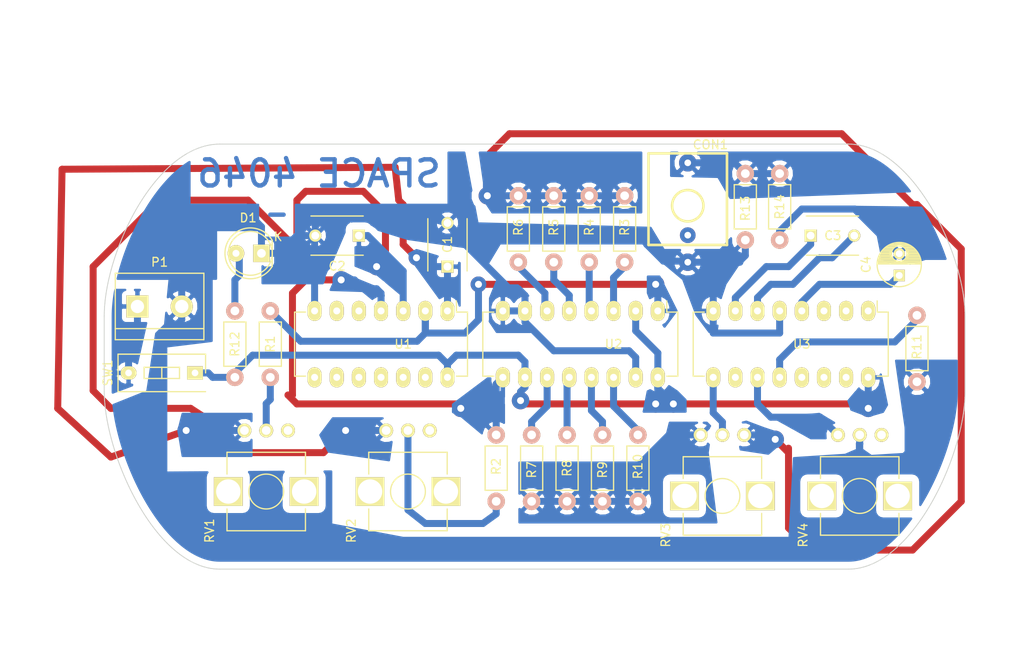
<source format=kicad_pcb>
(kicad_pcb (version 4) (host pcbnew 4.0.4+dfsg1-stable)

  (general
    (links 56)
    (no_connects 0)
    (area 17.042001 101.499999 134.720001 178.976001)
    (thickness 1.6)
    (drawings 275)
    (tracks 259)
    (zones 0)
    (modules 29)
    (nets 29)
  )

  (page A4)
  (layers
    (0 F.Cu jumper)
    (31 B.Cu signal)
    (33 F.Adhes user)
    (35 F.Paste user)
    (37 F.SilkS user)
    (39 F.Mask user)
    (44 Edge.Cuts user)
    (47 F.CrtYd user)
    (49 F.Fab user)
  )

  (setup
    (last_trace_width 0.8)
    (trace_clearance 0.8)
    (zone_clearance 0.8)
    (zone_45_only no)
    (trace_min 0.8)
    (segment_width 0.2)
    (edge_width 0.1)
    (via_size 2)
    (via_drill 0.8)
    (via_min_size 1.8)
    (via_min_drill 0.8)
    (uvia_size 0.3)
    (uvia_drill 0.1)
    (uvias_allowed no)
    (uvia_min_size 0.2)
    (uvia_min_drill 0.1)
    (pcb_text_width 0.3)
    (pcb_text_size 1.5 1.5)
    (mod_edge_width 0.15)
    (mod_text_size 1 1)
    (mod_text_width 0.15)
    (pad_size 1.6 1.6)
    (pad_drill 1)
    (pad_to_mask_clearance 0)
    (aux_axis_origin 28.448 166.751)
    (grid_origin 28.448 166.751)
    (visible_elements FFFFFF79)
    (pcbplotparams
      (layerselection 0x01000_80000000)
      (usegerberextensions true)
      (usegerberattributes true)
      (excludeedgelayer false)
      (linewidth 0.100000)
      (plotframeref false)
      (viasonmask false)
      (mode 1)
      (useauxorigin true)
      (hpglpennumber 1)
      (hpglpenspeed 20)
      (hpglpendiameter 15)
      (hpglpenoverlay 2)
      (psnegative false)
      (psa4output false)
      (plotreference false)
      (plotvalue false)
      (plotinvisibletext false)
      (padsonsilk false)
      (subtractmaskfromsilk false)
      (outputformat 1)
      (mirror false)
      (drillshape 0)
      (scaleselection 1)
      (outputdirectory export_Gerber_4046/test-7/))
  )

  (net 0 "")
  (net 1 "Net-(C1-Pad1)")
  (net 2 GND)
  (net 3 "Net-(C2-Pad1)")
  (net 4 "Net-(C3-Pad1)")
  (net 5 "Net-(C3-Pad2)")
  (net 6 "Net-(D1-Pad2)")
  (net 7 "Net-(P1-Pad1)")
  (net 8 "Net-(R1-Pad1)")
  (net 9 "Net-(R1-Pad2)")
  (net 10 "Net-(R2-Pad1)")
  (net 11 "Net-(R2-Pad2)")
  (net 12 "Net-(R3-Pad1)")
  (net 13 "Net-(R3-Pad2)")
  (net 14 "Net-(R4-Pad1)")
  (net 15 "Net-(R5-Pad1)")
  (net 16 "Net-(R6-Pad1)")
  (net 17 "Net-(R7-Pad1)")
  (net 18 "Net-(R10-Pad1)")
  (net 19 "Net-(R8-Pad1)")
  (net 20 "Net-(R9-Pad1)")
  (net 21 "Net-(R10-Pad2)")
  (net 22 "Net-(R11-Pad2)")
  (net 23 "Net-(RV3-Pad2)")
  (net 24 "Net-(RV4-Pad3)")
  (net 25 vcc)
  (net 26 "Net-(C4-Pad1)")
  (net 27 "Net-(C4-Pad2)")
  (net 28 "Net-(CON1-Pad3)")

  (net_class Default "This is the default net class."
    (clearance 0.8)
    (trace_width 0.8)
    (via_dia 2)
    (via_drill 0.8)
    (uvia_dia 0.3)
    (uvia_drill 0.1)
    (add_net GND)
    (add_net "Net-(C1-Pad1)")
    (add_net "Net-(C2-Pad1)")
    (add_net "Net-(C3-Pad1)")
    (add_net "Net-(C3-Pad2)")
    (add_net "Net-(C4-Pad1)")
    (add_net "Net-(C4-Pad2)")
    (add_net "Net-(CON1-Pad3)")
    (add_net "Net-(D1-Pad2)")
    (add_net "Net-(P1-Pad1)")
    (add_net "Net-(R1-Pad1)")
    (add_net "Net-(R1-Pad2)")
    (add_net "Net-(R10-Pad1)")
    (add_net "Net-(R10-Pad2)")
    (add_net "Net-(R11-Pad2)")
    (add_net "Net-(R2-Pad1)")
    (add_net "Net-(R2-Pad2)")
    (add_net "Net-(R3-Pad1)")
    (add_net "Net-(R3-Pad2)")
    (add_net "Net-(R4-Pad1)")
    (add_net "Net-(R5-Pad1)")
    (add_net "Net-(R6-Pad1)")
    (add_net "Net-(R7-Pad1)")
    (add_net "Net-(R8-Pad1)")
    (add_net "Net-(R9-Pad1)")
    (add_net "Net-(RV3-Pad2)")
    (add_net "Net-(RV4-Pad3)")
    (add_net vcc)
  )

  (net_class piti ""
    (clearance 0.8)
    (trace_width 0.8)
    (via_dia 1.8)
    (via_drill 0.8)
    (uvia_dia 0.3)
    (uvia_drill 0.1)
  )

  (module LEDs:LED-5MM (layer F.Cu) (tedit 583593AF) (tstamp 579B4EFF)
    (at 47.244 130.556 180)
    (descr "LED 5mm round vertical")
    (tags "LED 5mm round vertical")
    (path /579A12D3)
    (fp_text reference D1 (at 1.524 4.064 180) (layer F.SilkS)
      (effects (font (size 1 1) (thickness 0.15)))
    )
    (fp_text value LED (at 1.524 -3.937 180) (layer F.Fab)
      (effects (font (size 1 1) (thickness 0.15)))
    )
    (fp_line (start -1.5 -1.55) (end -1.5 1.55) (layer F.CrtYd) (width 0.05))
    (fp_arc (start 1.3 0) (end -1.5 1.55) (angle -302) (layer F.CrtYd) (width 0.05))
    (fp_arc (start 1.27 0) (end -1.23 -1.5) (angle 297.5) (layer F.SilkS) (width 0.15))
    (fp_line (start -1.23 1.5) (end -1.23 -1.5) (layer F.SilkS) (width 0.15))
    (fp_circle (center 1.27 0) (end 0.97 -2.5) (layer F.SilkS) (width 0.15))
    (fp_text user K (at -1.905 1.905 180) (layer F.SilkS)
      (effects (font (size 1 1) (thickness 0.15)))
    )
    (pad 1 thru_hole rect (at 0 0 270) (size 2 1.9) (drill 1.00076) (layers *.Cu *.Mask F.SilkS)
      (net 2 GND))
    (pad 2 thru_hole circle (at 2.921 0 180) (size 1.9 1.9) (drill 0.8) (layers *.Cu *.Mask F.SilkS)
      (net 6 "Net-(D1-Pad2)"))
    (model LEDs.3dshapes/LED-5MM.wrl
      (at (xyz 0.05 0 0))
      (scale (xyz 1 1 1))
      (rotate (xyz 0 0 90))
    )
  )

  (module PJ301M-12 (layer F.Cu) (tedit 58247C06) (tstamp 58246EB8)
    (at 96.139 125.095)
    (tags conn-Jack)
    (path /5824724F)
    (fp_text reference CON1 (at 2.6 -7) (layer F.SilkS)
      (effects (font (size 1 1) (thickness 0.15)))
    )
    (fp_text value jack-PJ301M-12 (at 0 -2.7) (layer F.Fab)
      (effects (font (size 1 1) (thickness 0.15)))
    )
    (fp_line (start 4.5 4.5) (end 4.5 -6) (layer F.SilkS) (width 0.3))
    (fp_line (start 4.5 -6) (end -4.5 -6) (layer F.SilkS) (width 0.3))
    (fp_line (start -4.5 -6) (end -4.5 4.5) (layer F.SilkS) (width 0.3))
    (fp_line (start -4.5 4.5) (end 4.5 4.5) (layer F.SilkS) (width 0.3))
    (fp_circle (center 0 0) (end 1.8 0) (layer F.SilkS) (width 0.3))
    (pad 3 thru_hole circle (at 0 -4.92) (size 2 2) (drill 0.762) (layers *.Cu *.Mask)
      (net 28 "Net-(CON1-Pad3)"))
    (pad 2 thru_hole circle (at 0 3.38) (size 1.8 1.8) (drill 0.762) (layers *.Cu *.Mask))
    (pad 1 thru_hole circle (at 0 6.48) (size 2 2) (drill oval 0.762) (layers *.Cu *.Mask)
      (net 2 GND))
    (pad "" np_thru_hole circle (at 0 0) (size 3 3) (drill 3) (layers *.Cu *.Mask)
      (zone_connect 2))
  )

  (module Potentiometers:Potentiometer_Alpha-RV09 (layer F.Cu) (tedit 583594BD) (tstamp 579B5032)
    (at 118.364 151.384 270)
    (descr "9mm insulated shaft potentiometer")
    (tags "Potentiometer Alpha Pot 9mm RV09")
    (path /577F856C)
    (fp_text reference RV4 (at 11.5 9 450) (layer F.SilkS)
      (effects (font (size 1 1) (thickness 0.15)))
    )
    (fp_text value 500K (at 7 -5.5 270) (layer F.Fab)
      (effects (font (size 1 1) (thickness 0.15)))
    )
    (fp_line (start 2 -2.5) (end 2 -1) (layer F.CrtYd) (width 0.05))
    (fp_line (start 5 -4) (end 9 -4) (layer F.CrtYd) (width 0.05))
    (fp_line (start 5 -4) (end 5 -2.5) (layer F.CrtYd) (width 0.05))
    (fp_line (start 5 -2.5) (end 2 -2.5) (layer F.CrtYd) (width 0.05))
    (fp_line (start -1 -1) (end 2 -1) (layer F.CrtYd) (width 0.05))
    (fp_line (start 9 -4) (end 9 -2.5) (layer F.CrtYd) (width 0.05))
    (fp_line (start 9 -2.5) (end 12 -2.5) (layer F.CrtYd) (width 0.05))
    (fp_line (start 12 -2.5) (end 12 7.5) (layer F.CrtYd) (width 0.05))
    (fp_line (start 12 7.5) (end 9 7.5) (layer F.CrtYd) (width 0.05))
    (fp_line (start 9 7.5) (end 9 9) (layer F.CrtYd) (width 0.05))
    (fp_line (start 9 9) (end 5 9) (layer F.CrtYd) (width 0.05))
    (fp_line (start 5 9) (end 5 7.5) (layer F.CrtYd) (width 0.05))
    (fp_line (start 5 7.5) (end 2 7.5) (layer F.CrtYd) (width 0.05))
    (fp_line (start 2 7.5) (end 2 6) (layer F.CrtYd) (width 0.05))
    (fp_line (start 2 6) (end -1 6) (layer F.CrtYd) (width 0.05))
    (fp_line (start -1 6) (end -1 -1) (layer F.CrtYd) (width 0.05))
    (fp_line (start 11.5 7) (end 9 7) (layer F.SilkS) (width 0.15))
    (fp_line (start 5 7) (end 2.5 7) (layer F.SilkS) (width 0.15))
    (fp_line (start 5 -2) (end 2.5 -2) (layer F.SilkS) (width 0.15))
    (fp_line (start 11.5 -2) (end 9 -2) (layer F.SilkS) (width 0.15))
    (fp_line (start 2.5 -2) (end 2.5 7) (layer F.SilkS) (width 0.15))
    (fp_line (start 11.5 -2) (end 11.5 7) (layer F.SilkS) (width 0.15))
    (fp_circle (center 7 2.5) (end 9 2.5) (layer F.SilkS) (width 0.15))
    (pad 1 thru_hole circle (at 0 0 180) (size 1.6 1.6) (drill 1) (layers *.Cu *.Mask F.SilkS))
    (pad 2 thru_hole circle (at 0 2.5 180) (size 1.6 1.6) (drill 1) (layers *.Cu *.Mask F.SilkS)
      (net 2 GND))
    (pad 3 thru_hole circle (at 0 5 180) (size 1.6 1.6) (drill 1) (layers *.Cu *.Mask F.SilkS)
      (net 24 "Net-(RV4-Pad3)"))
    (pad 4 thru_hole rect (at 7 -1.85 180) (size 3.3 3.3) (drill 2.8) (layers *.Cu *.Mask F.SilkS))
    (pad 5 thru_hole rect (at 7 6.85 180) (size 3.3 3.3) (drill 2.8) (layers *.Cu *.Mask F.SilkS))
  )

  (module Potentiometers:Potentiometer_Alpha-RV09 (layer F.Cu) (tedit 58359489) (tstamp 579B5012)
    (at 102.616 151.384 270)
    (descr "9mm insulated shaft potentiometer")
    (tags "Potentiometer Alpha Pot 9mm RV09")
    (path /577F8453)
    (fp_text reference RV3 (at 11.5 9 450) (layer F.SilkS)
      (effects (font (size 1 1) (thickness 0.15)))
    )
    (fp_text value 500K (at 7 -5.5 270) (layer F.Fab)
      (effects (font (size 1 1) (thickness 0.15)))
    )
    (fp_line (start 2 -2.5) (end 2 -1) (layer F.CrtYd) (width 0.05))
    (fp_line (start 5 -4) (end 9 -4) (layer F.CrtYd) (width 0.05))
    (fp_line (start 5 -4) (end 5 -2.5) (layer F.CrtYd) (width 0.05))
    (fp_line (start 5 -2.5) (end 2 -2.5) (layer F.CrtYd) (width 0.05))
    (fp_line (start -1 -1) (end 2 -1) (layer F.CrtYd) (width 0.05))
    (fp_line (start 9 -4) (end 9 -2.5) (layer F.CrtYd) (width 0.05))
    (fp_line (start 9 -2.5) (end 12 -2.5) (layer F.CrtYd) (width 0.05))
    (fp_line (start 12 -2.5) (end 12 7.5) (layer F.CrtYd) (width 0.05))
    (fp_line (start 12 7.5) (end 9 7.5) (layer F.CrtYd) (width 0.05))
    (fp_line (start 9 7.5) (end 9 9) (layer F.CrtYd) (width 0.05))
    (fp_line (start 9 9) (end 5 9) (layer F.CrtYd) (width 0.05))
    (fp_line (start 5 9) (end 5 7.5) (layer F.CrtYd) (width 0.05))
    (fp_line (start 5 7.5) (end 2 7.5) (layer F.CrtYd) (width 0.05))
    (fp_line (start 2 7.5) (end 2 6) (layer F.CrtYd) (width 0.05))
    (fp_line (start 2 6) (end -1 6) (layer F.CrtYd) (width 0.05))
    (fp_line (start -1 6) (end -1 -1) (layer F.CrtYd) (width 0.05))
    (fp_line (start 11.5 7) (end 9 7) (layer F.SilkS) (width 0.15))
    (fp_line (start 5 7) (end 2.5 7) (layer F.SilkS) (width 0.15))
    (fp_line (start 5 -2) (end 2.5 -2) (layer F.SilkS) (width 0.15))
    (fp_line (start 11.5 -2) (end 9 -2) (layer F.SilkS) (width 0.15))
    (fp_line (start 2.5 -2) (end 2.5 7) (layer F.SilkS) (width 0.15))
    (fp_line (start 11.5 -2) (end 11.5 7) (layer F.SilkS) (width 0.15))
    (fp_circle (center 7 2.5) (end 9 2.5) (layer F.SilkS) (width 0.15))
    (pad 1 thru_hole circle (at 0 0 180) (size 1.6 1.6) (drill 1) (layers *.Cu *.Mask F.SilkS)
      (net 13 "Net-(R3-Pad2)"))
    (pad 2 thru_hole circle (at 0 2.5 180) (size 1.6 1.6) (drill 1) (layers *.Cu *.Mask F.SilkS)
      (net 23 "Net-(RV3-Pad2)"))
    (pad 3 thru_hole circle (at 0 5 180) (size 1.6 1.6) (drill 1) (layers *.Cu *.Mask F.SilkS)
      (net 18 "Net-(R10-Pad1)"))
    (pad 4 thru_hole rect (at 7 -1.85 180) (size 3.3 3.3) (drill 2.8) (layers *.Cu *.Mask F.SilkS))
    (pad 5 thru_hole rect (at 7 6.85 180) (size 3.3 3.3) (drill 2.8) (layers *.Cu *.Mask F.SilkS))
  )

  (module Capacitors_ThroughHole:C_Disc_D6_P5 (layer F.Cu) (tedit 581A169D) (tstamp 579B4EDB)
    (at 68.58 132.08 90)
    (descr "Capacitor 6mm Disc, Pitch 5mm")
    (tags Capacitor)
    (path /577F7E73)
    (fp_text reference C1 (at 2.54 0 90) (layer F.SilkS)
      (effects (font (size 1 1) (thickness 0.15)))
    )
    (fp_text value 10n (at 7.62 0 90) (layer F.Fab)
      (effects (font (size 1 1) (thickness 0.15)))
    )
    (fp_line (start -0.95 -2.5) (end 5.95 -2.5) (layer F.CrtYd) (width 0.05))
    (fp_line (start 5.95 -2.5) (end 5.95 2.5) (layer F.CrtYd) (width 0.05))
    (fp_line (start 5.95 2.5) (end -0.95 2.5) (layer F.CrtYd) (width 0.05))
    (fp_line (start -0.95 2.5) (end -0.95 -2.5) (layer F.CrtYd) (width 0.05))
    (fp_line (start -0.5 -2.25) (end 5.5 -2.25) (layer F.SilkS) (width 0.15))
    (fp_line (start 5.5 2.25) (end -0.5 2.25) (layer F.SilkS) (width 0.15))
    (pad 1 thru_hole rect (at 0 0 90) (size 1.4 1.4) (drill 0.9) (layers *.Cu *.Mask F.SilkS)
      (net 1 "Net-(C1-Pad1)"))
    (pad 2 thru_hole circle (at 5 0 90) (size 1.4 1.4) (drill 0.9) (layers *.Cu *.Mask F.SilkS)
      (net 2 GND))
    (model Capacitors_ThroughHole.3dshapes/C_Disc_D6_P5.wrl
      (at (xyz 0.0984252 0 0))
      (scale (xyz 1 1 1))
      (rotate (xyz 0 0 0))
    )
  )

  (module Capacitors_ThroughHole:C_Disc_D6_P5 (layer F.Cu) (tedit 57F279D8) (tstamp 579B4EF3)
    (at 110.236 128.524)
    (descr "Capacitor 6mm Disc, Pitch 5mm")
    (tags Capacitor)
    (path /577F84EF)
    (fp_text reference C3 (at 2.54 0) (layer F.SilkS)
      (effects (font (size 1 1) (thickness 0.15)))
    )
    (fp_text value 10n (at 2.5 3.5) (layer F.Fab)
      (effects (font (size 1 1) (thickness 0.15)))
    )
    (fp_line (start -0.95 -2.5) (end 5.95 -2.5) (layer F.CrtYd) (width 0.05))
    (fp_line (start 5.95 -2.5) (end 5.95 2.5) (layer F.CrtYd) (width 0.05))
    (fp_line (start 5.95 2.5) (end -0.95 2.5) (layer F.CrtYd) (width 0.05))
    (fp_line (start -0.95 2.5) (end -0.95 -2.5) (layer F.CrtYd) (width 0.05))
    (fp_line (start -0.5 -2.25) (end 5.5 -2.25) (layer F.SilkS) (width 0.15))
    (fp_line (start 5.5 2.25) (end -0.5 2.25) (layer F.SilkS) (width 0.15))
    (pad 1 thru_hole rect (at 0 0) (size 1.4 1.4) (drill 0.9) (layers *.Cu *.Mask F.SilkS)
      (net 4 "Net-(C3-Pad1)"))
    (pad 2 thru_hole circle (at 5 0) (size 1.4 1.4) (drill 0.9) (layers *.Cu *.Mask F.SilkS)
      (net 5 "Net-(C3-Pad2)"))
    (model Capacitors_ThroughHole.3dshapes/C_Disc_D6_P5.wrl
      (at (xyz 0.0984252 0 0))
      (scale (xyz 1 1 1))
      (rotate (xyz 0 0 0))
    )
  )

  (module Connect:bornier2 (layer F.Cu) (tedit 0) (tstamp 579B4F0A)
    (at 35.56 136.652)
    (descr "Bornier d'alimentation 2 pins")
    (tags DEV)
    (path /579A2A15)
    (fp_text reference P1 (at 0 -5.08) (layer F.SilkS)
      (effects (font (size 1 1) (thickness 0.15)))
    )
    (fp_text value "Pile 1+/2-" (at 0 5.08) (layer F.Fab)
      (effects (font (size 1 1) (thickness 0.15)))
    )
    (fp_line (start 5.08 2.54) (end -5.08 2.54) (layer F.SilkS) (width 0.15))
    (fp_line (start 5.08 3.81) (end 5.08 -3.81) (layer F.SilkS) (width 0.15))
    (fp_line (start 5.08 -3.81) (end -5.08 -3.81) (layer F.SilkS) (width 0.15))
    (fp_line (start -5.08 -3.81) (end -5.08 3.81) (layer F.SilkS) (width 0.15))
    (fp_line (start -5.08 3.81) (end 5.08 3.81) (layer F.SilkS) (width 0.15))
    (pad 1 thru_hole rect (at -2.54 0) (size 2.54 2.54) (drill 1.524) (layers *.Cu *.Mask F.SilkS)
      (net 7 "Net-(P1-Pad1)"))
    (pad 2 thru_hole circle (at 2.54 0) (size 2.54 2.54) (drill 1.524) (layers *.Cu *.Mask F.SilkS)
      (net 2 GND))
    (model Connect.3dshapes/bornier2.wrl
      (at (xyz 0 0 0))
      (scale (xyz 1 1 1))
      (rotate (xyz 0 0 0))
    )
  )

  (module Potentiometers:Potentiometer_Alpha-RV09 (layer F.Cu) (tedit 5835941F) (tstamp 579B4FD2)
    (at 50.292 150.876 270)
    (descr "9mm insulated shaft potentiometer")
    (tags "Potentiometer Alpha Pot 9mm RV09")
    (path /577F7D9D)
    (fp_text reference RV1 (at 11.5 9 450) (layer F.SilkS)
      (effects (font (size 1 1) (thickness 0.15)))
    )
    (fp_text value 500K (at 7 -5.5 270) (layer F.Fab)
      (effects (font (size 1 1) (thickness 0.15)))
    )
    (fp_line (start 2 -2.5) (end 2 -1) (layer F.CrtYd) (width 0.05))
    (fp_line (start 5 -4) (end 9 -4) (layer F.CrtYd) (width 0.05))
    (fp_line (start 5 -4) (end 5 -2.5) (layer F.CrtYd) (width 0.05))
    (fp_line (start 5 -2.5) (end 2 -2.5) (layer F.CrtYd) (width 0.05))
    (fp_line (start -1 -1) (end 2 -1) (layer F.CrtYd) (width 0.05))
    (fp_line (start 9 -4) (end 9 -2.5) (layer F.CrtYd) (width 0.05))
    (fp_line (start 9 -2.5) (end 12 -2.5) (layer F.CrtYd) (width 0.05))
    (fp_line (start 12 -2.5) (end 12 7.5) (layer F.CrtYd) (width 0.05))
    (fp_line (start 12 7.5) (end 9 7.5) (layer F.CrtYd) (width 0.05))
    (fp_line (start 9 7.5) (end 9 9) (layer F.CrtYd) (width 0.05))
    (fp_line (start 9 9) (end 5 9) (layer F.CrtYd) (width 0.05))
    (fp_line (start 5 9) (end 5 7.5) (layer F.CrtYd) (width 0.05))
    (fp_line (start 5 7.5) (end 2 7.5) (layer F.CrtYd) (width 0.05))
    (fp_line (start 2 7.5) (end 2 6) (layer F.CrtYd) (width 0.05))
    (fp_line (start 2 6) (end -1 6) (layer F.CrtYd) (width 0.05))
    (fp_line (start -1 6) (end -1 -1) (layer F.CrtYd) (width 0.05))
    (fp_line (start 11.5 7) (end 9 7) (layer F.SilkS) (width 0.15))
    (fp_line (start 5 7) (end 2.5 7) (layer F.SilkS) (width 0.15))
    (fp_line (start 5 -2) (end 2.5 -2) (layer F.SilkS) (width 0.15))
    (fp_line (start 11.5 -2) (end 9 -2) (layer F.SilkS) (width 0.15))
    (fp_line (start 2.5 -2) (end 2.5 7) (layer F.SilkS) (width 0.15))
    (fp_line (start 11.5 -2) (end 11.5 7) (layer F.SilkS) (width 0.15))
    (fp_circle (center 7 2.5) (end 9 2.5) (layer F.SilkS) (width 0.15))
    (pad 1 thru_hole circle (at 0 0 180) (size 1.6 1.6) (drill 1) (layers *.Cu *.Mask F.SilkS))
    (pad 2 thru_hole circle (at 0 2.5 180) (size 1.6 1.6) (drill 1) (layers *.Cu *.Mask F.SilkS)
      (net 8 "Net-(R1-Pad1)"))
    (pad 3 thru_hole circle (at 0 5 180) (size 1.6 1.6) (drill 1) (layers *.Cu *.Mask F.SilkS)
      (net 1 "Net-(C1-Pad1)"))
    (pad 4 thru_hole rect (at 7 -1.85 180) (size 3.3 3.3) (drill 2.8) (layers *.Cu *.Mask F.SilkS))
    (pad 5 thru_hole rect (at 7 6.85 180) (size 3.3 3.3) (drill 2.8) (layers *.Cu *.Mask F.SilkS))
  )

  (module Potentiometers:Potentiometer_Alpha-RV09 (layer F.Cu) (tedit 58359448) (tstamp 579B4FF2)
    (at 66.548 150.876 270)
    (descr "9mm insulated shaft potentiometer")
    (tags "Potentiometer Alpha Pot 9mm RV09")
    (path /577F7E4C)
    (fp_text reference RV2 (at 11.5 9 450) (layer F.SilkS)
      (effects (font (size 1 1) (thickness 0.15)))
    )
    (fp_text value 500K (at 7 -5.5 270) (layer F.Fab)
      (effects (font (size 1 1) (thickness 0.15)))
    )
    (fp_line (start 2 -2.5) (end 2 -1) (layer F.CrtYd) (width 0.05))
    (fp_line (start 5 -4) (end 9 -4) (layer F.CrtYd) (width 0.05))
    (fp_line (start 5 -4) (end 5 -2.5) (layer F.CrtYd) (width 0.05))
    (fp_line (start 5 -2.5) (end 2 -2.5) (layer F.CrtYd) (width 0.05))
    (fp_line (start -1 -1) (end 2 -1) (layer F.CrtYd) (width 0.05))
    (fp_line (start 9 -4) (end 9 -2.5) (layer F.CrtYd) (width 0.05))
    (fp_line (start 9 -2.5) (end 12 -2.5) (layer F.CrtYd) (width 0.05))
    (fp_line (start 12 -2.5) (end 12 7.5) (layer F.CrtYd) (width 0.05))
    (fp_line (start 12 7.5) (end 9 7.5) (layer F.CrtYd) (width 0.05))
    (fp_line (start 9 7.5) (end 9 9) (layer F.CrtYd) (width 0.05))
    (fp_line (start 9 9) (end 5 9) (layer F.CrtYd) (width 0.05))
    (fp_line (start 5 9) (end 5 7.5) (layer F.CrtYd) (width 0.05))
    (fp_line (start 5 7.5) (end 2 7.5) (layer F.CrtYd) (width 0.05))
    (fp_line (start 2 7.5) (end 2 6) (layer F.CrtYd) (width 0.05))
    (fp_line (start 2 6) (end -1 6) (layer F.CrtYd) (width 0.05))
    (fp_line (start -1 6) (end -1 -1) (layer F.CrtYd) (width 0.05))
    (fp_line (start 11.5 7) (end 9 7) (layer F.SilkS) (width 0.15))
    (fp_line (start 5 7) (end 2.5 7) (layer F.SilkS) (width 0.15))
    (fp_line (start 5 -2) (end 2.5 -2) (layer F.SilkS) (width 0.15))
    (fp_line (start 11.5 -2) (end 9 -2) (layer F.SilkS) (width 0.15))
    (fp_line (start 2.5 -2) (end 2.5 7) (layer F.SilkS) (width 0.15))
    (fp_line (start 11.5 -2) (end 11.5 7) (layer F.SilkS) (width 0.15))
    (fp_circle (center 7 2.5) (end 9 2.5) (layer F.SilkS) (width 0.15))
    (pad 1 thru_hole circle (at 0 0 180) (size 1.6 1.6) (drill 1) (layers *.Cu *.Mask F.SilkS))
    (pad 2 thru_hole circle (at 0 2.5 180) (size 1.6 1.6) (drill 1) (layers *.Cu *.Mask F.SilkS)
      (net 10 "Net-(R2-Pad1)"))
    (pad 3 thru_hole circle (at 0 5 180) (size 1.6 1.6) (drill 1) (layers *.Cu *.Mask F.SilkS)
      (net 3 "Net-(C2-Pad1)"))
    (pad 4 thru_hole rect (at 7 -1.85 180) (size 3.3 3.3) (drill 2.8) (layers *.Cu *.Mask F.SilkS))
    (pad 5 thru_hole rect (at 7 6.85 180) (size 3.3 3.3) (drill 2.8) (layers *.Cu *.Mask F.SilkS))
  )

  (module Buttons_Switches_ThroughHole:SW_DIP_x1_Slide (layer F.Cu) (tedit 54C4BC96) (tstamp 579B5045)
    (at 39.624 144.272 90)
    (descr "CTS Electrocomponents, Series 206/208")
    (path /579A138B)
    (fp_text reference SW1 (at 0 -10 90) (layer F.SilkS)
      (effects (font (size 1 1) (thickness 0.15)))
    )
    (fp_text value SPST (at 0.5 2.4 90) (layer F.Fab)
      (effects (font (size 1 1) (thickness 0.15)))
    )
    (fp_line (start 2.5 1.55) (end -2.5 1.55) (layer F.CrtYd) (width 0.05))
    (fp_line (start -2.5 1.55) (end -2.5 -9.15) (layer F.CrtYd) (width 0.05))
    (fp_line (start -2.5 -9.15) (end 2.5 -9.15) (layer F.CrtYd) (width 0.05))
    (fp_line (start 2.5 -9.15) (end 2.5 1.55) (layer F.CrtYd) (width 0.05))
    (fp_line (start -2.15 -8.83) (end 2.15 -8.83) (layer F.SilkS) (width 0.15))
    (fp_line (start 0 1.21) (end 2.15 1.21) (layer F.SilkS) (width 0.15))
    (fp_line (start -2.15 -8.83) (end -2.15 1.21) (layer F.SilkS) (width 0.15))
    (fp_line (start 2.15 -8.83) (end 2.15 1.21) (layer F.SilkS) (width 0.15))
    (fp_line (start -0.64 -3.81) (end 0.64 -3.81) (layer F.SilkS) (width 0.15))
    (fp_line (start -0.64 -5.84) (end -0.64 -1.78) (layer F.SilkS) (width 0.15))
    (fp_line (start -0.64 -1.78) (end 0.64 -1.78) (layer F.SilkS) (width 0.15))
    (fp_line (start 0.64 -1.78) (end 0.64 -5.84) (layer F.SilkS) (width 0.15))
    (fp_line (start 0.64 -5.84) (end -0.64 -5.84) (layer F.SilkS) (width 0.15))
    (pad 1 thru_hole rect (at 0 0 90) (size 1.524 1.824) (drill 0.762) (layers *.Cu *.Mask F.SilkS)
      (net 25 vcc))
    (pad 2 thru_hole oval (at 0 -7.62 90) (size 1.524 1.824) (drill 0.762) (layers *.Cu *.Mask F.SilkS)
      (net 7 "Net-(P1-Pad1)"))
    (model Buttons_Switches_ThroughHole.3dshapes/SW_DIP_x1_Slide.wrl
      (at (xyz 0 0 0))
      (scale (xyz 1 1 1))
      (rotate (xyz 0 0 0))
    )
  )

  (module Housings_DIP:DIP-14_W7.62mm_LongPads (layer F.Cu) (tedit 57F27993) (tstamp 579B5062)
    (at 68.58 137.16 270)
    (descr "14-lead dip package, row spacing 7.62 mm (300 mils), longer pads")
    (tags "dil dip 2.54 300")
    (path /577F7EC7)
    (fp_text reference U1 (at 3.81 5.08 360) (layer F.SilkS)
      (effects (font (size 1 1) (thickness 0.15)))
    )
    (fp_text value 40106 (at 3.81 11.43 360) (layer F.Fab)
      (effects (font (size 1 1) (thickness 0.15)))
    )
    (fp_line (start -1.4 -2.45) (end -1.4 17.7) (layer F.CrtYd) (width 0.05))
    (fp_line (start 9 -2.45) (end 9 17.7) (layer F.CrtYd) (width 0.05))
    (fp_line (start -1.4 -2.45) (end 9 -2.45) (layer F.CrtYd) (width 0.05))
    (fp_line (start -1.4 17.7) (end 9 17.7) (layer F.CrtYd) (width 0.05))
    (fp_line (start 0.135 -2.295) (end 0.135 -1.025) (layer F.SilkS) (width 0.15))
    (fp_line (start 7.485 -2.295) (end 7.485 -1.025) (layer F.SilkS) (width 0.15))
    (fp_line (start 7.485 17.535) (end 7.485 16.265) (layer F.SilkS) (width 0.15))
    (fp_line (start 0.135 17.535) (end 0.135 16.265) (layer F.SilkS) (width 0.15))
    (fp_line (start 0.135 -2.295) (end 7.485 -2.295) (layer F.SilkS) (width 0.15))
    (fp_line (start 0.135 17.535) (end 7.485 17.535) (layer F.SilkS) (width 0.15))
    (fp_line (start 0.135 -1.025) (end -1.15 -1.025) (layer F.SilkS) (width 0.15))
    (pad 1 thru_hole oval (at 0 0 270) (size 2.3 1.6) (drill 0.8) (layers *.Cu *.Mask F.SilkS)
      (net 1 "Net-(C1-Pad1)"))
    (pad 2 thru_hole oval (at 0 2.54 270) (size 2.3 1.6) (drill 0.8) (layers *.Cu *.Mask F.SilkS)
      (net 9 "Net-(R1-Pad2)"))
    (pad 3 thru_hole oval (at 0 5.08 270) (size 2.3 1.6) (drill 0.8) (layers *.Cu *.Mask F.SilkS)
      (net 3 "Net-(C2-Pad1)"))
    (pad 4 thru_hole oval (at 0 7.62 270) (size 2.3 1.6) (drill 0.8) (layers *.Cu *.Mask F.SilkS)
      (net 11 "Net-(R2-Pad2)"))
    (pad 5 thru_hole oval (at 0 10.16 270) (size 2.3 1.6) (drill 0.8) (layers *.Cu *.Mask F.SilkS))
    (pad 6 thru_hole oval (at 0 12.7 270) (size 2.3 1.6) (drill 0.8) (layers *.Cu *.Mask F.SilkS))
    (pad 7 thru_hole oval (at 0 15.24 270) (size 2.3 1.6) (drill 0.8) (layers *.Cu *.Mask F.SilkS)
      (net 2 GND))
    (pad 8 thru_hole oval (at 7.62 15.24 270) (size 2.3 1.6) (drill 0.8) (layers *.Cu *.Mask F.SilkS))
    (pad 9 thru_hole oval (at 7.62 12.7 270) (size 2.3 1.6) (drill 0.8) (layers *.Cu *.Mask F.SilkS))
    (pad 10 thru_hole oval (at 7.62 10.16 270) (size 2.3 1.6) (drill 0.8) (layers *.Cu *.Mask F.SilkS))
    (pad 11 thru_hole oval (at 7.62 7.62 270) (size 2.3 1.6) (drill 0.8) (layers *.Cu *.Mask F.SilkS))
    (pad 12 thru_hole oval (at 7.62 5.08 270) (size 2.3 1.6) (drill 0.8) (layers *.Cu *.Mask F.SilkS))
    (pad 13 thru_hole oval (at 7.62 2.54 270) (size 2.3 1.6) (drill 0.8) (layers *.Cu *.Mask F.SilkS))
    (pad 14 thru_hole oval (at 7.62 0 270) (size 2.3 1.6) (drill 0.8) (layers *.Cu *.Mask F.SilkS)
      (net 25 vcc))
    (model Housings_DIP.3dshapes/DIP-14_W7.62mm_LongPads.wrl
      (at (xyz 0 0 0))
      (scale (xyz 1 1 1))
      (rotate (xyz 0 0 0))
    )
  )

  (module Housings_DIP:DIP-16_W7.62mm_LongPads (layer F.Cu) (tedit 57F27985) (tstamp 579B5081)
    (at 92.71 137.16 270)
    (descr "16-lead dip package, row spacing 7.62 mm (300 mils), longer pads")
    (tags "dil dip 2.54 300")
    (path /577F8011)
    (fp_text reference U2 (at 3.81 5.08 360) (layer F.SilkS)
      (effects (font (size 1 1) (thickness 0.15)))
    )
    (fp_text value 4520 (at 3.81 0 360) (layer F.Fab)
      (effects (font (size 1 1) (thickness 0.15)))
    )
    (fp_line (start -1.4 -2.45) (end -1.4 20.25) (layer F.CrtYd) (width 0.05))
    (fp_line (start 9 -2.45) (end 9 20.25) (layer F.CrtYd) (width 0.05))
    (fp_line (start -1.4 -2.45) (end 9 -2.45) (layer F.CrtYd) (width 0.05))
    (fp_line (start -1.4 20.25) (end 9 20.25) (layer F.CrtYd) (width 0.05))
    (fp_line (start 0.135 -2.295) (end 0.135 -1.025) (layer F.SilkS) (width 0.15))
    (fp_line (start 7.485 -2.295) (end 7.485 -1.025) (layer F.SilkS) (width 0.15))
    (fp_line (start 7.485 20.075) (end 7.485 18.805) (layer F.SilkS) (width 0.15))
    (fp_line (start 0.135 20.075) (end 0.135 18.805) (layer F.SilkS) (width 0.15))
    (fp_line (start 0.135 -2.295) (end 7.485 -2.295) (layer F.SilkS) (width 0.15))
    (fp_line (start 0.135 20.075) (end 7.485 20.075) (layer F.SilkS) (width 0.15))
    (fp_line (start 0.135 -1.025) (end -1.15 -1.025) (layer F.SilkS) (width 0.15))
    (pad 1 thru_hole oval (at 0 0 270) (size 2.3 1.6) (drill 0.8) (layers *.Cu *.Mask F.SilkS)
      (net 9 "Net-(R1-Pad2)"))
    (pad 2 thru_hole oval (at 0 2.54 270) (size 2.3 1.6) (drill 0.8) (layers *.Cu *.Mask F.SilkS)
      (net 25 vcc))
    (pad 3 thru_hole oval (at 0 5.08 270) (size 2.3 1.6) (drill 0.8) (layers *.Cu *.Mask F.SilkS)
      (net 12 "Net-(R3-Pad1)"))
    (pad 4 thru_hole oval (at 0 7.62 270) (size 2.3 1.6) (drill 0.8) (layers *.Cu *.Mask F.SilkS)
      (net 14 "Net-(R4-Pad1)"))
    (pad 5 thru_hole oval (at 0 10.16 270) (size 2.3 1.6) (drill 0.8) (layers *.Cu *.Mask F.SilkS)
      (net 15 "Net-(R5-Pad1)"))
    (pad 6 thru_hole oval (at 0 12.7 270) (size 2.3 1.6) (drill 0.8) (layers *.Cu *.Mask F.SilkS)
      (net 16 "Net-(R6-Pad1)"))
    (pad 7 thru_hole oval (at 0 15.24 270) (size 2.3 1.6) (drill 0.8) (layers *.Cu *.Mask F.SilkS)
      (net 2 GND))
    (pad 8 thru_hole oval (at 0 17.78 270) (size 2.3 1.6) (drill 0.8) (layers *.Cu *.Mask F.SilkS)
      (net 2 GND))
    (pad 9 thru_hole oval (at 7.62 17.78 270) (size 2.3 1.6) (drill 0.8) (layers *.Cu *.Mask F.SilkS)
      (net 11 "Net-(R2-Pad2)"))
    (pad 10 thru_hole oval (at 7.62 15.24 270) (size 2.3 1.6) (drill 0.8) (layers *.Cu *.Mask F.SilkS)
      (net 25 vcc))
    (pad 11 thru_hole oval (at 7.62 12.7 270) (size 2.3 1.6) (drill 0.8) (layers *.Cu *.Mask F.SilkS)
      (net 17 "Net-(R7-Pad1)"))
    (pad 12 thru_hole oval (at 7.62 10.16 270) (size 2.3 1.6) (drill 0.8) (layers *.Cu *.Mask F.SilkS)
      (net 19 "Net-(R8-Pad1)"))
    (pad 13 thru_hole oval (at 7.62 7.62 270) (size 2.3 1.6) (drill 0.8) (layers *.Cu *.Mask F.SilkS)
      (net 20 "Net-(R9-Pad1)"))
    (pad 14 thru_hole oval (at 7.62 5.08 270) (size 2.3 1.6) (drill 0.8) (layers *.Cu *.Mask F.SilkS)
      (net 21 "Net-(R10-Pad2)"))
    (pad 15 thru_hole oval (at 7.62 2.54 270) (size 2.3 1.6) (drill 0.8) (layers *.Cu *.Mask F.SilkS)
      (net 2 GND))
    (pad 16 thru_hole oval (at 7.62 0 270) (size 2.3 1.6) (drill 0.8) (layers *.Cu *.Mask F.SilkS)
      (net 25 vcc))
    (model Housings_DIP.3dshapes/DIP-16_W7.62mm_LongPads.wrl
      (at (xyz 0 0 0))
      (scale (xyz 1 1 1))
      (rotate (xyz 0 0 0))
    )
  )

  (module Housings_DIP:DIP-16_W7.62mm_LongPads (layer F.Cu) (tedit 57F279FE) (tstamp 579B50A0)
    (at 116.84 137.16 270)
    (descr "16-lead dip package, row spacing 7.62 mm (300 mils), longer pads")
    (tags "dil dip 2.54 300")
    (path /577F8498)
    (fp_text reference U3 (at 3.81 7.62 360) (layer F.SilkS)
      (effects (font (size 1 1) (thickness 0.15)))
    )
    (fp_text value 4046 (at 3.81 12.7 360) (layer F.Fab)
      (effects (font (size 1 1) (thickness 0.15)))
    )
    (fp_line (start -1.4 -2.45) (end -1.4 20.25) (layer F.CrtYd) (width 0.05))
    (fp_line (start 9 -2.45) (end 9 20.25) (layer F.CrtYd) (width 0.05))
    (fp_line (start -1.4 -2.45) (end 9 -2.45) (layer F.CrtYd) (width 0.05))
    (fp_line (start -1.4 20.25) (end 9 20.25) (layer F.CrtYd) (width 0.05))
    (fp_line (start 0.135 -2.295) (end 0.135 -1.025) (layer F.SilkS) (width 0.15))
    (fp_line (start 7.485 -2.295) (end 7.485 -1.025) (layer F.SilkS) (width 0.15))
    (fp_line (start 7.485 20.075) (end 7.485 18.805) (layer F.SilkS) (width 0.15))
    (fp_line (start 0.135 20.075) (end 0.135 18.805) (layer F.SilkS) (width 0.15))
    (fp_line (start 0.135 -2.295) (end 7.485 -2.295) (layer F.SilkS) (width 0.15))
    (fp_line (start 0.135 20.075) (end 7.485 20.075) (layer F.SilkS) (width 0.15))
    (fp_line (start 0.135 -1.025) (end -1.15 -1.025) (layer F.SilkS) (width 0.15))
    (pad 1 thru_hole oval (at 0 0 270) (size 2.3 1.6) (drill 0.8) (layers *.Cu *.Mask F.SilkS))
    (pad 2 thru_hole oval (at 0 2.54 270) (size 2.3 1.6) (drill 0.8) (layers *.Cu *.Mask F.SilkS))
    (pad 3 thru_hole oval (at 0 5.08 270) (size 2.3 1.6) (drill 0.8) (layers *.Cu *.Mask F.SilkS))
    (pad 4 thru_hole oval (at 0 7.62 270) (size 2.3 1.6) (drill 0.8) (layers *.Cu *.Mask F.SilkS)
      (net 26 "Net-(C4-Pad1)"))
    (pad 5 thru_hole oval (at 0 10.16 270) (size 2.3 1.6) (drill 0.8) (layers *.Cu *.Mask F.SilkS)
      (net 2 GND))
    (pad 6 thru_hole oval (at 0 12.7 270) (size 2.3 1.6) (drill 0.8) (layers *.Cu *.Mask F.SilkS)
      (net 5 "Net-(C3-Pad2)"))
    (pad 7 thru_hole oval (at 0 15.24 270) (size 2.3 1.6) (drill 0.8) (layers *.Cu *.Mask F.SilkS)
      (net 4 "Net-(C3-Pad1)"))
    (pad 8 thru_hole oval (at 0 17.78 270) (size 2.3 1.6) (drill 0.8) (layers *.Cu *.Mask F.SilkS)
      (net 2 GND))
    (pad 9 thru_hole oval (at 7.62 17.78 270) (size 2.3 1.6) (drill 0.8) (layers *.Cu *.Mask F.SilkS)
      (net 23 "Net-(RV3-Pad2)"))
    (pad 10 thru_hole oval (at 7.62 15.24 270) (size 2.3 1.6) (drill 0.8) (layers *.Cu *.Mask F.SilkS))
    (pad 11 thru_hole oval (at 7.62 12.7 270) (size 2.3 1.6) (drill 0.8) (layers *.Cu *.Mask F.SilkS)
      (net 24 "Net-(RV4-Pad3)"))
    (pad 12 thru_hole oval (at 7.62 10.16 270) (size 2.3 1.6) (drill 0.8) (layers *.Cu *.Mask F.SilkS)
      (net 22 "Net-(R11-Pad2)"))
    (pad 13 thru_hole oval (at 7.62 7.62 270) (size 2.3 1.6) (drill 0.8) (layers *.Cu *.Mask F.SilkS))
    (pad 14 thru_hole oval (at 7.62 5.08 270) (size 2.3 1.6) (drill 0.8) (layers *.Cu *.Mask F.SilkS))
    (pad 15 thru_hole oval (at 7.62 2.54 270) (size 2.3 1.6) (drill 0.8) (layers *.Cu *.Mask F.SilkS))
    (pad 16 thru_hole oval (at 7.62 0 270) (size 2.3 1.6) (drill 0.8) (layers *.Cu *.Mask F.SilkS)
      (net 25 vcc))
    (model Housings_DIP.3dshapes/DIP-16_W7.62mm_LongPads.wrl
      (at (xyz 0 0 0))
      (scale (xyz 1 1 1))
      (rotate (xyz 0 0 0))
    )
  )

  (module Capacitors_ThroughHole:C_Radial_D5_L6_P2.5 (layer F.Cu) (tedit 0) (tstamp 579C1F75)
    (at 120.396 133.096 90)
    (descr "Radial Electrolytic Capacitor Diameter 5mm x Length 6mm, Pitch 2.5mm")
    (tags "Electrolytic Capacitor")
    (path /579BCDE9)
    (fp_text reference C4 (at 1.25 -3.8 90) (layer F.SilkS)
      (effects (font (size 1 1) (thickness 0.15)))
    )
    (fp_text value 10uF (at 1.25 3.8 90) (layer F.Fab)
      (effects (font (size 1 1) (thickness 0.15)))
    )
    (fp_line (start 1.325 -2.499) (end 1.325 2.499) (layer F.SilkS) (width 0.15))
    (fp_line (start 1.465 -2.491) (end 1.465 2.491) (layer F.SilkS) (width 0.15))
    (fp_line (start 1.605 -2.475) (end 1.605 -0.095) (layer F.SilkS) (width 0.15))
    (fp_line (start 1.605 0.095) (end 1.605 2.475) (layer F.SilkS) (width 0.15))
    (fp_line (start 1.745 -2.451) (end 1.745 -0.49) (layer F.SilkS) (width 0.15))
    (fp_line (start 1.745 0.49) (end 1.745 2.451) (layer F.SilkS) (width 0.15))
    (fp_line (start 1.885 -2.418) (end 1.885 -0.657) (layer F.SilkS) (width 0.15))
    (fp_line (start 1.885 0.657) (end 1.885 2.418) (layer F.SilkS) (width 0.15))
    (fp_line (start 2.025 -2.377) (end 2.025 -0.764) (layer F.SilkS) (width 0.15))
    (fp_line (start 2.025 0.764) (end 2.025 2.377) (layer F.SilkS) (width 0.15))
    (fp_line (start 2.165 -2.327) (end 2.165 -0.835) (layer F.SilkS) (width 0.15))
    (fp_line (start 2.165 0.835) (end 2.165 2.327) (layer F.SilkS) (width 0.15))
    (fp_line (start 2.305 -2.266) (end 2.305 -0.879) (layer F.SilkS) (width 0.15))
    (fp_line (start 2.305 0.879) (end 2.305 2.266) (layer F.SilkS) (width 0.15))
    (fp_line (start 2.445 -2.196) (end 2.445 -0.898) (layer F.SilkS) (width 0.15))
    (fp_line (start 2.445 0.898) (end 2.445 2.196) (layer F.SilkS) (width 0.15))
    (fp_line (start 2.585 -2.114) (end 2.585 -0.896) (layer F.SilkS) (width 0.15))
    (fp_line (start 2.585 0.896) (end 2.585 2.114) (layer F.SilkS) (width 0.15))
    (fp_line (start 2.725 -2.019) (end 2.725 -0.871) (layer F.SilkS) (width 0.15))
    (fp_line (start 2.725 0.871) (end 2.725 2.019) (layer F.SilkS) (width 0.15))
    (fp_line (start 2.865 -1.908) (end 2.865 -0.823) (layer F.SilkS) (width 0.15))
    (fp_line (start 2.865 0.823) (end 2.865 1.908) (layer F.SilkS) (width 0.15))
    (fp_line (start 3.005 -1.78) (end 3.005 -0.745) (layer F.SilkS) (width 0.15))
    (fp_line (start 3.005 0.745) (end 3.005 1.78) (layer F.SilkS) (width 0.15))
    (fp_line (start 3.145 -1.631) (end 3.145 -0.628) (layer F.SilkS) (width 0.15))
    (fp_line (start 3.145 0.628) (end 3.145 1.631) (layer F.SilkS) (width 0.15))
    (fp_line (start 3.285 -1.452) (end 3.285 -0.44) (layer F.SilkS) (width 0.15))
    (fp_line (start 3.285 0.44) (end 3.285 1.452) (layer F.SilkS) (width 0.15))
    (fp_line (start 3.425 -1.233) (end 3.425 1.233) (layer F.SilkS) (width 0.15))
    (fp_line (start 3.565 -0.944) (end 3.565 0.944) (layer F.SilkS) (width 0.15))
    (fp_line (start 3.705 -0.472) (end 3.705 0.472) (layer F.SilkS) (width 0.15))
    (fp_circle (center 2.5 0) (end 2.5 -0.9) (layer F.SilkS) (width 0.15))
    (fp_circle (center 1.25 0) (end 1.25 -2.5375) (layer F.SilkS) (width 0.15))
    (fp_circle (center 1.25 0) (end 1.25 -2.8) (layer F.CrtYd) (width 0.05))
    (pad 1 thru_hole rect (at 0 0 90) (size 1.3 1.3) (drill 0.8) (layers *.Cu *.Mask F.SilkS)
      (net 26 "Net-(C4-Pad1)"))
    (pad 2 thru_hole circle (at 2.5 0 90) (size 1.3 1.3) (drill 0.8) (layers *.Cu *.Mask F.SilkS)
      (net 27 "Net-(C4-Pad2)"))
    (model Capacitors_ThroughHole.3dshapes/C_Radial_D5_L6_P2.5.wrl
      (at (xyz 0.0492126 0 0))
      (scale (xyz 1 1 1))
      (rotate (xyz 0 0 90))
    )
  )

  (module Capacitors_ThroughHole:C_Disc_D6_P5 (layer F.Cu) (tedit 0) (tstamp 581A1285)
    (at 58.42 128.524 180)
    (descr "Capacitor 6mm Disc, Pitch 5mm")
    (tags Capacitor)
    (path /577F7EA4)
    (fp_text reference C2 (at 2.5 -3.5 180) (layer F.SilkS)
      (effects (font (size 1 1) (thickness 0.15)))
    )
    (fp_text value 1u (at 2.5 3.5 180) (layer F.Fab)
      (effects (font (size 1 1) (thickness 0.15)))
    )
    (fp_line (start -0.95 -2.5) (end 5.95 -2.5) (layer F.CrtYd) (width 0.05))
    (fp_line (start 5.95 -2.5) (end 5.95 2.5) (layer F.CrtYd) (width 0.05))
    (fp_line (start 5.95 2.5) (end -0.95 2.5) (layer F.CrtYd) (width 0.05))
    (fp_line (start -0.95 2.5) (end -0.95 -2.5) (layer F.CrtYd) (width 0.05))
    (fp_line (start -0.5 -2.25) (end 5.5 -2.25) (layer F.SilkS) (width 0.15))
    (fp_line (start 5.5 2.25) (end -0.5 2.25) (layer F.SilkS) (width 0.15))
    (pad 1 thru_hole rect (at 0 0 180) (size 1.4 1.4) (drill 0.9) (layers *.Cu *.Mask F.SilkS)
      (net 3 "Net-(C2-Pad1)"))
    (pad 2 thru_hole circle (at 5 0 180) (size 1.4 1.4) (drill 0.9) (layers *.Cu *.Mask F.SilkS)
      (net 2 GND))
    (model Capacitors_ThroughHole.3dshapes/C_Disc_D6_P5.wrl
      (at (xyz 0.0984252 0 0))
      (scale (xyz 1 1 1))
      (rotate (xyz 0 0 0))
    )
  )

  (module lib_Moi:Resistor_Horizontal_RM7mmPrint (layer F.Cu) (tedit 581A1669) (tstamp 581A1290)
    (at 48.26 144.78 90)
    (descr "Resistor, Axial,  RM 7.62mm, 1/3W,")
    (tags "Resistor Axial RM 7.62mm 1/3W R3")
    (path /577F7F31)
    (fp_text reference R1 (at 3.81 0 90) (layer F.SilkS)
      (effects (font (size 1 1) (thickness 0.15)))
    )
    (fp_text value 10k (at 11 0 90) (layer F.Fab)
      (effects (font (size 1 1) (thickness 0.15)))
    )
    (fp_line (start -1.25 -1.5) (end 8.85 -1.5) (layer F.CrtYd) (width 0.05))
    (fp_line (start -1.25 1.5) (end -1.25 -1.5) (layer F.CrtYd) (width 0.05))
    (fp_line (start 8.85 -1.5) (end 8.85 1.5) (layer F.CrtYd) (width 0.05))
    (fp_line (start -1.25 1.5) (end 8.85 1.5) (layer F.CrtYd) (width 0.05))
    (fp_line (start 1.27 -1.27) (end 6.35 -1.27) (layer F.SilkS) (width 0.15))
    (fp_line (start 6.35 -1.27) (end 6.35 1.27) (layer F.SilkS) (width 0.15))
    (fp_line (start 6.35 1.27) (end 1.27 1.27) (layer F.SilkS) (width 0.15))
    (fp_line (start 1.27 1.27) (end 1.27 -1.27) (layer F.SilkS) (width 0.15))
    (pad 1 thru_hole circle (at 0 0 90) (size 1.99898 1.99898) (drill 1.00076) (layers *.Cu *.SilkS *.Mask)
      (net 8 "Net-(R1-Pad1)"))
    (pad 2 thru_hole circle (at 7.62 0 90) (size 1.99898 1.99898) (drill 1.00076) (layers *.Cu *.SilkS *.Mask)
      (net 9 "Net-(R1-Pad2)"))
  )

  (module lib_Moi:Resistor_Horizontal_RM7mmPrint (layer F.Cu) (tedit 57F2230A) (tstamp 581A129D)
    (at 74.168 159.004 90)
    (descr "Resistor, Axial,  RM 7.62mm, 1/3W,")
    (tags "Resistor Axial RM 7.62mm 1/3W R3")
    (path /577F7FAE)
    (fp_text reference R2 (at 4 0 90) (layer F.SilkS)
      (effects (font (size 1 1) (thickness 0.15)))
    )
    (fp_text value 10K (at 11 0 90) (layer F.Fab)
      (effects (font (size 1 1) (thickness 0.15)))
    )
    (fp_line (start -1.25 -1.5) (end 8.85 -1.5) (layer F.CrtYd) (width 0.05))
    (fp_line (start -1.25 1.5) (end -1.25 -1.5) (layer F.CrtYd) (width 0.05))
    (fp_line (start 8.85 -1.5) (end 8.85 1.5) (layer F.CrtYd) (width 0.05))
    (fp_line (start -1.25 1.5) (end 8.85 1.5) (layer F.CrtYd) (width 0.05))
    (fp_line (start 1.27 -1.27) (end 6.35 -1.27) (layer F.SilkS) (width 0.15))
    (fp_line (start 6.35 -1.27) (end 6.35 1.27) (layer F.SilkS) (width 0.15))
    (fp_line (start 6.35 1.27) (end 1.27 1.27) (layer F.SilkS) (width 0.15))
    (fp_line (start 1.27 1.27) (end 1.27 -1.27) (layer F.SilkS) (width 0.15))
    (pad 1 thru_hole circle (at 0 0 90) (size 1.99898 1.99898) (drill 1.00076) (layers *.Cu *.SilkS *.Mask)
      (net 10 "Net-(R2-Pad1)"))
    (pad 2 thru_hole circle (at 7.62 0 90) (size 1.99898 1.99898) (drill 1.00076) (layers *.Cu *.SilkS *.Mask)
      (net 11 "Net-(R2-Pad2)"))
  )

  (module lib_Moi:Resistor_Horizontal_RM7mmPrint (layer F.Cu) (tedit 57F2230A) (tstamp 581A12AA)
    (at 88.9 131.572 90)
    (descr "Resistor, Axial,  RM 7.62mm, 1/3W,")
    (tags "Resistor Axial RM 7.62mm 1/3W R3")
    (path /577F80DF)
    (fp_text reference R3 (at 4 0 90) (layer F.SilkS)
      (effects (font (size 1 1) (thickness 0.15)))
    )
    (fp_text value 100K (at 11 0 90) (layer F.Fab)
      (effects (font (size 1 1) (thickness 0.15)))
    )
    (fp_line (start -1.25 -1.5) (end 8.85 -1.5) (layer F.CrtYd) (width 0.05))
    (fp_line (start -1.25 1.5) (end -1.25 -1.5) (layer F.CrtYd) (width 0.05))
    (fp_line (start 8.85 -1.5) (end 8.85 1.5) (layer F.CrtYd) (width 0.05))
    (fp_line (start -1.25 1.5) (end 8.85 1.5) (layer F.CrtYd) (width 0.05))
    (fp_line (start 1.27 -1.27) (end 6.35 -1.27) (layer F.SilkS) (width 0.15))
    (fp_line (start 6.35 -1.27) (end 6.35 1.27) (layer F.SilkS) (width 0.15))
    (fp_line (start 6.35 1.27) (end 1.27 1.27) (layer F.SilkS) (width 0.15))
    (fp_line (start 1.27 1.27) (end 1.27 -1.27) (layer F.SilkS) (width 0.15))
    (pad 1 thru_hole circle (at 0 0 90) (size 1.99898 1.99898) (drill 1.00076) (layers *.Cu *.SilkS *.Mask)
      (net 12 "Net-(R3-Pad1)"))
    (pad 2 thru_hole circle (at 7.62 0 90) (size 1.99898 1.99898) (drill 1.00076) (layers *.Cu *.SilkS *.Mask)
      (net 13 "Net-(R3-Pad2)"))
  )

  (module lib_Moi:Resistor_Horizontal_RM7mmPrint (layer F.Cu) (tedit 57F2230A) (tstamp 581A12B7)
    (at 84.836 131.572 90)
    (descr "Resistor, Axial,  RM 7.62mm, 1/3W,")
    (tags "Resistor Axial RM 7.62mm 1/3W R3")
    (path /577F8118)
    (fp_text reference R4 (at 4 0 90) (layer F.SilkS)
      (effects (font (size 1 1) (thickness 0.15)))
    )
    (fp_text value 47K (at 11 0 90) (layer F.Fab)
      (effects (font (size 1 1) (thickness 0.15)))
    )
    (fp_line (start -1.25 -1.5) (end 8.85 -1.5) (layer F.CrtYd) (width 0.05))
    (fp_line (start -1.25 1.5) (end -1.25 -1.5) (layer F.CrtYd) (width 0.05))
    (fp_line (start 8.85 -1.5) (end 8.85 1.5) (layer F.CrtYd) (width 0.05))
    (fp_line (start -1.25 1.5) (end 8.85 1.5) (layer F.CrtYd) (width 0.05))
    (fp_line (start 1.27 -1.27) (end 6.35 -1.27) (layer F.SilkS) (width 0.15))
    (fp_line (start 6.35 -1.27) (end 6.35 1.27) (layer F.SilkS) (width 0.15))
    (fp_line (start 6.35 1.27) (end 1.27 1.27) (layer F.SilkS) (width 0.15))
    (fp_line (start 1.27 1.27) (end 1.27 -1.27) (layer F.SilkS) (width 0.15))
    (pad 1 thru_hole circle (at 0 0 90) (size 1.99898 1.99898) (drill 1.00076) (layers *.Cu *.SilkS *.Mask)
      (net 14 "Net-(R4-Pad1)"))
    (pad 2 thru_hole circle (at 7.62 0 90) (size 1.99898 1.99898) (drill 1.00076) (layers *.Cu *.SilkS *.Mask)
      (net 13 "Net-(R3-Pad2)"))
  )

  (module lib_Moi:Resistor_Horizontal_RM7mmPrint (layer F.Cu) (tedit 57F2230A) (tstamp 581A12C4)
    (at 80.772 131.572 90)
    (descr "Resistor, Axial,  RM 7.62mm, 1/3W,")
    (tags "Resistor Axial RM 7.62mm 1/3W R3")
    (path /577F8193)
    (fp_text reference R5 (at 4 0 90) (layer F.SilkS)
      (effects (font (size 1 1) (thickness 0.15)))
    )
    (fp_text value 22K (at 11 0 90) (layer F.Fab)
      (effects (font (size 1 1) (thickness 0.15)))
    )
    (fp_line (start -1.25 -1.5) (end 8.85 -1.5) (layer F.CrtYd) (width 0.05))
    (fp_line (start -1.25 1.5) (end -1.25 -1.5) (layer F.CrtYd) (width 0.05))
    (fp_line (start 8.85 -1.5) (end 8.85 1.5) (layer F.CrtYd) (width 0.05))
    (fp_line (start -1.25 1.5) (end 8.85 1.5) (layer F.CrtYd) (width 0.05))
    (fp_line (start 1.27 -1.27) (end 6.35 -1.27) (layer F.SilkS) (width 0.15))
    (fp_line (start 6.35 -1.27) (end 6.35 1.27) (layer F.SilkS) (width 0.15))
    (fp_line (start 6.35 1.27) (end 1.27 1.27) (layer F.SilkS) (width 0.15))
    (fp_line (start 1.27 1.27) (end 1.27 -1.27) (layer F.SilkS) (width 0.15))
    (pad 1 thru_hole circle (at 0 0 90) (size 1.99898 1.99898) (drill 1.00076) (layers *.Cu *.SilkS *.Mask)
      (net 15 "Net-(R5-Pad1)"))
    (pad 2 thru_hole circle (at 7.62 0 90) (size 1.99898 1.99898) (drill 1.00076) (layers *.Cu *.SilkS *.Mask)
      (net 13 "Net-(R3-Pad2)"))
  )

  (module lib_Moi:Resistor_Horizontal_RM7mmPrint (layer F.Cu) (tedit 57F2230A) (tstamp 581A12D1)
    (at 76.708 131.572 90)
    (descr "Resistor, Axial,  RM 7.62mm, 1/3W,")
    (tags "Resistor Axial RM 7.62mm 1/3W R3")
    (path /577F8208)
    (fp_text reference R6 (at 4 0 90) (layer F.SilkS)
      (effects (font (size 1 1) (thickness 0.15)))
    )
    (fp_text value 10K (at 11 0 90) (layer F.Fab)
      (effects (font (size 1 1) (thickness 0.15)))
    )
    (fp_line (start -1.25 -1.5) (end 8.85 -1.5) (layer F.CrtYd) (width 0.05))
    (fp_line (start -1.25 1.5) (end -1.25 -1.5) (layer F.CrtYd) (width 0.05))
    (fp_line (start 8.85 -1.5) (end 8.85 1.5) (layer F.CrtYd) (width 0.05))
    (fp_line (start -1.25 1.5) (end 8.85 1.5) (layer F.CrtYd) (width 0.05))
    (fp_line (start 1.27 -1.27) (end 6.35 -1.27) (layer F.SilkS) (width 0.15))
    (fp_line (start 6.35 -1.27) (end 6.35 1.27) (layer F.SilkS) (width 0.15))
    (fp_line (start 6.35 1.27) (end 1.27 1.27) (layer F.SilkS) (width 0.15))
    (fp_line (start 1.27 1.27) (end 1.27 -1.27) (layer F.SilkS) (width 0.15))
    (pad 1 thru_hole circle (at 0 0 90) (size 1.99898 1.99898) (drill 1.00076) (layers *.Cu *.SilkS *.Mask)
      (net 16 "Net-(R6-Pad1)"))
    (pad 2 thru_hole circle (at 7.62 0 90) (size 1.99898 1.99898) (drill 1.00076) (layers *.Cu *.SilkS *.Mask)
      (net 13 "Net-(R3-Pad2)"))
  )

  (module lib_Moi:Resistor_Horizontal_RM7mmPrint (layer F.Cu) (tedit 57F2230A) (tstamp 581A12DE)
    (at 78.232 151.384 270)
    (descr "Resistor, Axial,  RM 7.62mm, 1/3W,")
    (tags "Resistor Axial RM 7.62mm 1/3W R3")
    (path /577F830F)
    (fp_text reference R7 (at 4 0 270) (layer F.SilkS)
      (effects (font (size 1 1) (thickness 0.15)))
    )
    (fp_text value 100K (at 11 0 270) (layer F.Fab)
      (effects (font (size 1 1) (thickness 0.15)))
    )
    (fp_line (start -1.25 -1.5) (end 8.85 -1.5) (layer F.CrtYd) (width 0.05))
    (fp_line (start -1.25 1.5) (end -1.25 -1.5) (layer F.CrtYd) (width 0.05))
    (fp_line (start 8.85 -1.5) (end 8.85 1.5) (layer F.CrtYd) (width 0.05))
    (fp_line (start -1.25 1.5) (end 8.85 1.5) (layer F.CrtYd) (width 0.05))
    (fp_line (start 1.27 -1.27) (end 6.35 -1.27) (layer F.SilkS) (width 0.15))
    (fp_line (start 6.35 -1.27) (end 6.35 1.27) (layer F.SilkS) (width 0.15))
    (fp_line (start 6.35 1.27) (end 1.27 1.27) (layer F.SilkS) (width 0.15))
    (fp_line (start 1.27 1.27) (end 1.27 -1.27) (layer F.SilkS) (width 0.15))
    (pad 1 thru_hole circle (at 0 0 270) (size 1.99898 1.99898) (drill 1.00076) (layers *.Cu *.SilkS *.Mask)
      (net 17 "Net-(R7-Pad1)"))
    (pad 2 thru_hole circle (at 7.62 0 270) (size 1.99898 1.99898) (drill 1.00076) (layers *.Cu *.SilkS *.Mask)
      (net 18 "Net-(R10-Pad1)"))
  )

  (module lib_Moi:Resistor_Horizontal_RM7mmPrint (layer F.Cu) (tedit 581A292B) (tstamp 581A12EB)
    (at 82.296 151.384 270)
    (descr "Resistor, Axial,  RM 7.62mm, 1/3W,")
    (tags "Resistor Axial RM 7.62mm 1/3W R3")
    (path /577F8358)
    (fp_text reference R8 (at 3.81 0 270) (layer F.SilkS)
      (effects (font (size 1 1) (thickness 0.15)))
    )
    (fp_text value 47K (at 11 0 270) (layer F.Fab)
      (effects (font (size 1 1) (thickness 0.15)))
    )
    (fp_line (start -1.25 -1.5) (end 8.85 -1.5) (layer F.CrtYd) (width 0.05))
    (fp_line (start -1.25 1.5) (end -1.25 -1.5) (layer F.CrtYd) (width 0.05))
    (fp_line (start 8.85 -1.5) (end 8.85 1.5) (layer F.CrtYd) (width 0.05))
    (fp_line (start -1.25 1.5) (end 8.85 1.5) (layer F.CrtYd) (width 0.05))
    (fp_line (start 1.27 -1.27) (end 6.35 -1.27) (layer F.SilkS) (width 0.15))
    (fp_line (start 6.35 -1.27) (end 6.35 1.27) (layer F.SilkS) (width 0.15))
    (fp_line (start 6.35 1.27) (end 1.27 1.27) (layer F.SilkS) (width 0.15))
    (fp_line (start 1.27 1.27) (end 1.27 -1.27) (layer F.SilkS) (width 0.15))
    (pad 1 thru_hole circle (at 0 0 270) (size 1.99898 1.99898) (drill 1.00076) (layers *.Cu *.SilkS *.Mask)
      (net 19 "Net-(R8-Pad1)"))
    (pad 2 thru_hole circle (at 7.62 0 270) (size 1.99898 1.99898) (drill 1.00076) (layers *.Cu *.SilkS *.Mask)
      (net 18 "Net-(R10-Pad1)"))
  )

  (module lib_Moi:Resistor_Horizontal_RM7mmPrint (layer F.Cu) (tedit 57F2230A) (tstamp 581A12F8)
    (at 86.36 151.384 270)
    (descr "Resistor, Axial,  RM 7.62mm, 1/3W,")
    (tags "Resistor Axial RM 7.62mm 1/3W R3")
    (path /577F83AD)
    (fp_text reference R9 (at 4 0 270) (layer F.SilkS)
      (effects (font (size 1 1) (thickness 0.15)))
    )
    (fp_text value 22K (at 11 0 270) (layer F.Fab)
      (effects (font (size 1 1) (thickness 0.15)))
    )
    (fp_line (start -1.25 -1.5) (end 8.85 -1.5) (layer F.CrtYd) (width 0.05))
    (fp_line (start -1.25 1.5) (end -1.25 -1.5) (layer F.CrtYd) (width 0.05))
    (fp_line (start 8.85 -1.5) (end 8.85 1.5) (layer F.CrtYd) (width 0.05))
    (fp_line (start -1.25 1.5) (end 8.85 1.5) (layer F.CrtYd) (width 0.05))
    (fp_line (start 1.27 -1.27) (end 6.35 -1.27) (layer F.SilkS) (width 0.15))
    (fp_line (start 6.35 -1.27) (end 6.35 1.27) (layer F.SilkS) (width 0.15))
    (fp_line (start 6.35 1.27) (end 1.27 1.27) (layer F.SilkS) (width 0.15))
    (fp_line (start 1.27 1.27) (end 1.27 -1.27) (layer F.SilkS) (width 0.15))
    (pad 1 thru_hole circle (at 0 0 270) (size 1.99898 1.99898) (drill 1.00076) (layers *.Cu *.SilkS *.Mask)
      (net 20 "Net-(R9-Pad1)"))
    (pad 2 thru_hole circle (at 7.62 0 270) (size 1.99898 1.99898) (drill 1.00076) (layers *.Cu *.SilkS *.Mask)
      (net 18 "Net-(R10-Pad1)"))
  )

  (module lib_Moi:Resistor_Horizontal_RM7mmPrint (layer F.Cu) (tedit 57F2230A) (tstamp 581A1305)
    (at 90.424 159.004 90)
    (descr "Resistor, Axial,  RM 7.62mm, 1/3W,")
    (tags "Resistor Axial RM 7.62mm 1/3W R3")
    (path /577F840A)
    (fp_text reference R10 (at 4 0 90) (layer F.SilkS)
      (effects (font (size 1 1) (thickness 0.15)))
    )
    (fp_text value 10K (at 11 0 90) (layer F.Fab)
      (effects (font (size 1 1) (thickness 0.15)))
    )
    (fp_line (start -1.25 -1.5) (end 8.85 -1.5) (layer F.CrtYd) (width 0.05))
    (fp_line (start -1.25 1.5) (end -1.25 -1.5) (layer F.CrtYd) (width 0.05))
    (fp_line (start 8.85 -1.5) (end 8.85 1.5) (layer F.CrtYd) (width 0.05))
    (fp_line (start -1.25 1.5) (end 8.85 1.5) (layer F.CrtYd) (width 0.05))
    (fp_line (start 1.27 -1.27) (end 6.35 -1.27) (layer F.SilkS) (width 0.15))
    (fp_line (start 6.35 -1.27) (end 6.35 1.27) (layer F.SilkS) (width 0.15))
    (fp_line (start 6.35 1.27) (end 1.27 1.27) (layer F.SilkS) (width 0.15))
    (fp_line (start 1.27 1.27) (end 1.27 -1.27) (layer F.SilkS) (width 0.15))
    (pad 1 thru_hole circle (at 0 0 90) (size 1.99898 1.99898) (drill 1.00076) (layers *.Cu *.SilkS *.Mask)
      (net 18 "Net-(R10-Pad1)"))
    (pad 2 thru_hole circle (at 7.62 0 90) (size 1.99898 1.99898) (drill 1.00076) (layers *.Cu *.SilkS *.Mask)
      (net 21 "Net-(R10-Pad2)"))
  )

  (module lib_Moi:Resistor_Horizontal_RM7mmPrint (layer F.Cu) (tedit 57F2230A) (tstamp 581A1312)
    (at 122.428 145.288 90)
    (descr "Resistor, Axial,  RM 7.62mm, 1/3W,")
    (tags "Resistor Axial RM 7.62mm 1/3W R3")
    (path /577F85BB)
    (fp_text reference R11 (at 4 0 90) (layer F.SilkS)
      (effects (font (size 1 1) (thickness 0.15)))
    )
    (fp_text value 1M (at 11 0 90) (layer F.Fab)
      (effects (font (size 1 1) (thickness 0.15)))
    )
    (fp_line (start -1.25 -1.5) (end 8.85 -1.5) (layer F.CrtYd) (width 0.05))
    (fp_line (start -1.25 1.5) (end -1.25 -1.5) (layer F.CrtYd) (width 0.05))
    (fp_line (start 8.85 -1.5) (end 8.85 1.5) (layer F.CrtYd) (width 0.05))
    (fp_line (start -1.25 1.5) (end 8.85 1.5) (layer F.CrtYd) (width 0.05))
    (fp_line (start 1.27 -1.27) (end 6.35 -1.27) (layer F.SilkS) (width 0.15))
    (fp_line (start 6.35 -1.27) (end 6.35 1.27) (layer F.SilkS) (width 0.15))
    (fp_line (start 6.35 1.27) (end 1.27 1.27) (layer F.SilkS) (width 0.15))
    (fp_line (start 1.27 1.27) (end 1.27 -1.27) (layer F.SilkS) (width 0.15))
    (pad 1 thru_hole circle (at 0 0 90) (size 1.99898 1.99898) (drill 1.00076) (layers *.Cu *.SilkS *.Mask)
      (net 2 GND))
    (pad 2 thru_hole circle (at 7.62 0 90) (size 1.99898 1.99898) (drill 1.00076) (layers *.Cu *.SilkS *.Mask)
      (net 22 "Net-(R11-Pad2)"))
  )

  (module lib_Moi:Resistor_Horizontal_RM7mmPrint (layer F.Cu) (tedit 581A156F) (tstamp 581A131F)
    (at 44.196 144.78 90)
    (descr "Resistor, Axial,  RM 7.62mm, 1/3W,")
    (tags "Resistor Axial RM 7.62mm 1/3W R3")
    (path /579A15FA)
    (fp_text reference R12 (at 3.81 0 90) (layer F.SilkS)
      (effects (font (size 1 1) (thickness 0.15)))
    )
    (fp_text value 10k (at 11 0 90) (layer F.Fab)
      (effects (font (size 1 1) (thickness 0.15)))
    )
    (fp_line (start -1.25 -1.5) (end 8.85 -1.5) (layer F.CrtYd) (width 0.05))
    (fp_line (start -1.25 1.5) (end -1.25 -1.5) (layer F.CrtYd) (width 0.05))
    (fp_line (start 8.85 -1.5) (end 8.85 1.5) (layer F.CrtYd) (width 0.05))
    (fp_line (start -1.25 1.5) (end 8.85 1.5) (layer F.CrtYd) (width 0.05))
    (fp_line (start 1.27 -1.27) (end 6.35 -1.27) (layer F.SilkS) (width 0.15))
    (fp_line (start 6.35 -1.27) (end 6.35 1.27) (layer F.SilkS) (width 0.15))
    (fp_line (start 6.35 1.27) (end 1.27 1.27) (layer F.SilkS) (width 0.15))
    (fp_line (start 1.27 1.27) (end 1.27 -1.27) (layer F.SilkS) (width 0.15))
    (pad 1 thru_hole circle (at 0 0 90) (size 1.99898 1.99898) (drill 1.00076) (layers *.Cu *.SilkS *.Mask)
      (net 25 vcc))
    (pad 2 thru_hole circle (at 7.62 0 90) (size 1.99898 1.99898) (drill 1.00076) (layers *.Cu *.SilkS *.Mask)
      (net 6 "Net-(D1-Pad2)"))
  )

  (module lib_Moi:Resistor_Horizontal_RM7mmPrint (layer F.Cu) (tedit 57F2230A) (tstamp 581A132C)
    (at 102.743 121.412 270)
    (descr "Resistor, Axial,  RM 7.62mm, 1/3W,")
    (tags "Resistor Axial RM 7.62mm 1/3W R3")
    (path /579BCA58)
    (fp_text reference R13 (at 4 0 270) (layer F.SilkS)
      (effects (font (size 1 1) (thickness 0.15)))
    )
    (fp_text value 4,7K (at 11 0 270) (layer F.Fab)
      (effects (font (size 1 1) (thickness 0.15)))
    )
    (fp_line (start -1.25 -1.5) (end 8.85 -1.5) (layer F.CrtYd) (width 0.05))
    (fp_line (start -1.25 1.5) (end -1.25 -1.5) (layer F.CrtYd) (width 0.05))
    (fp_line (start 8.85 -1.5) (end 8.85 1.5) (layer F.CrtYd) (width 0.05))
    (fp_line (start -1.25 1.5) (end 8.85 1.5) (layer F.CrtYd) (width 0.05))
    (fp_line (start 1.27 -1.27) (end 6.35 -1.27) (layer F.SilkS) (width 0.15))
    (fp_line (start 6.35 -1.27) (end 6.35 1.27) (layer F.SilkS) (width 0.15))
    (fp_line (start 6.35 1.27) (end 1.27 1.27) (layer F.SilkS) (width 0.15))
    (fp_line (start 1.27 1.27) (end 1.27 -1.27) (layer F.SilkS) (width 0.15))
    (pad 1 thru_hole circle (at 0 0 270) (size 1.99898 1.99898) (drill 1.00076) (layers *.Cu *.SilkS *.Mask)
      (net 28 "Net-(CON1-Pad3)"))
    (pad 2 thru_hole circle (at 7.62 0 270) (size 1.99898 1.99898) (drill 1.00076) (layers *.Cu *.SilkS *.Mask)
      (net 2 GND))
  )

  (module lib_Moi:Resistor_Horizontal_RM7mmPrint (layer F.Cu) (tedit 581A16F7) (tstamp 581A1339)
    (at 106.68 129.032 90)
    (descr "Resistor, Axial,  RM 7.62mm, 1/3W,")
    (tags "Resistor Axial RM 7.62mm 1/3W R3")
    (path /579BC9C1)
    (fp_text reference R14 (at 3.81 0 90) (layer F.SilkS)
      (effects (font (size 1 1) (thickness 0.15)))
    )
    (fp_text value 10K (at 11 0 90) (layer F.Fab)
      (effects (font (size 1 1) (thickness 0.15)))
    )
    (fp_line (start -1.25 -1.5) (end 8.85 -1.5) (layer F.CrtYd) (width 0.05))
    (fp_line (start -1.25 1.5) (end -1.25 -1.5) (layer F.CrtYd) (width 0.05))
    (fp_line (start 8.85 -1.5) (end 8.85 1.5) (layer F.CrtYd) (width 0.05))
    (fp_line (start -1.25 1.5) (end 8.85 1.5) (layer F.CrtYd) (width 0.05))
    (fp_line (start 1.27 -1.27) (end 6.35 -1.27) (layer F.SilkS) (width 0.15))
    (fp_line (start 6.35 -1.27) (end 6.35 1.27) (layer F.SilkS) (width 0.15))
    (fp_line (start 6.35 1.27) (end 1.27 1.27) (layer F.SilkS) (width 0.15))
    (fp_line (start 1.27 1.27) (end 1.27 -1.27) (layer F.SilkS) (width 0.15))
    (pad 1 thru_hole circle (at 0 0 90) (size 1.99898 1.99898) (drill 1.00076) (layers *.Cu *.SilkS *.Mask)
      (net 27 "Net-(C4-Pad2)"))
    (pad 2 thru_hole circle (at 7.62 0 90) (size 1.99898 1.99898) (drill 1.00076) (layers *.Cu *.SilkS *.Mask)
      (net 28 "Net-(CON1-Pad3)"))
  )

  (gr_line (start 42.46365 118.028092) (end 42.46365 118.028092) (layer Edge.Cuts) (width 0.1))
  (gr_line (start 42.12059 118.037033) (end 42.46365 118.028092) (layer Edge.Cuts) (width 0.1))
  (gr_line (start 41.779729 118.0639) (end 42.12059 118.037033) (layer Edge.Cuts) (width 0.1))
  (gr_line (start 41.441168 118.108209) (end 41.779729 118.0639) (layer Edge.Cuts) (width 0.1))
  (gr_line (start 41.105011 118.169536) (end 41.441168 118.108209) (layer Edge.Cuts) (width 0.1))
  (gr_line (start 40.771362 118.24748) (end 41.105011 118.169536) (layer Edge.Cuts) (width 0.1))
  (gr_line (start 40.44032 118.341644) (end 40.771362 118.24748) (layer Edge.Cuts) (width 0.1))
  (gr_line (start 40.111991 118.451615) (end 40.44032 118.341644) (layer Edge.Cuts) (width 0.1))
  (gr_line (start 39.786476 118.576997) (end 40.111991 118.451615) (layer Edge.Cuts) (width 0.1))
  (gr_line (start 39.463877 118.717383) (end 39.786476 118.576997) (layer Edge.Cuts) (width 0.1))
  (gr_line (start 39.144297 118.872368) (end 39.463877 118.717383) (layer Edge.Cuts) (width 0.1))
  (gr_line (start 38.827839 119.041558) (end 39.144297 118.872368) (layer Edge.Cuts) (width 0.1))
  (gr_line (start 38.514605 119.224565) (end 38.827839 119.041558) (layer Edge.Cuts) (width 0.1))
  (gr_line (start 38.204698 119.420927) (end 38.514605 119.224565) (layer Edge.Cuts) (width 0.1))
  (gr_line (start 37.89822 119.630285) (end 38.204698 119.420927) (layer Edge.Cuts) (width 0.1))
  (gr_line (start 37.595273 119.852213) (end 37.89822 119.630285) (layer Edge.Cuts) (width 0.1))
  (gr_line (start 37.29596 120.086319) (end 37.595273 119.852213) (layer Edge.Cuts) (width 0.1))
  (gr_line (start 37.000385 120.33225) (end 37.29596 120.086319) (layer Edge.Cuts) (width 0.1))
  (gr_line (start 36.708649 120.589502) (end 37.000385 120.33225) (layer Edge.Cuts) (width 0.1))
  (gr_line (start 36.420855 120.857731) (end 36.708649 120.589502) (layer Edge.Cuts) (width 0.1))
  (gr_line (start 36.137104 121.136519) (end 36.420855 120.857731) (layer Edge.Cuts) (width 0.1))
  (gr_line (start 35.8575 121.4255) (end 36.137104 121.136519) (layer Edge.Cuts) (width 0.1))
  (gr_line (start 35.582146 121.724207) (end 35.8575 121.4255) (layer Edge.Cuts) (width 0.1))
  (gr_line (start 35.311144 122.032261) (end 35.582146 121.724207) (layer Edge.Cuts) (width 0.1))
  (gr_line (start 35.044595 122.349295) (end 35.311144 122.032261) (layer Edge.Cuts) (width 0.1))
  (gr_line (start 34.782603 122.674861) (end 35.044595 122.349295) (layer Edge.Cuts) (width 0.1))
  (gr_line (start 34.525271 123.008558) (end 34.782603 122.674861) (layer Edge.Cuts) (width 0.1))
  (gr_line (start 34.272701 123.34999) (end 34.525271 123.008558) (layer Edge.Cuts) (width 0.1))
  (gr_line (start 34.024995 123.698797) (end 34.272701 123.34999) (layer Edge.Cuts) (width 0.1))
  (gr_line (start 33.782257 124.054499) (end 34.024995 123.698797) (layer Edge.Cuts) (width 0.1))
  (gr_line (start 33.544587 124.416717) (end 33.782257 124.054499) (layer Edge.Cuts) (width 0.1))
  (gr_line (start 33.31209 124.785105) (end 33.544587 124.416717) (layer Edge.Cuts) (width 0.1))
  (gr_line (start 33.084867 125.159179) (end 33.31209 124.785105) (layer Edge.Cuts) (width 0.1))
  (gr_line (start 32.863021 125.538567) (end 33.084867 125.159179) (layer Edge.Cuts) (width 0.1))
  (gr_line (start 32.646654 125.922895) (end 32.863021 125.538567) (layer Edge.Cuts) (width 0.1))
  (gr_line (start 32.435869 126.311698) (end 32.646654 125.922895) (layer Edge.Cuts) (width 0.1))
  (gr_line (start 32.230769 126.704639) (end 32.435869 126.311698) (layer Edge.Cuts) (width 0.1))
  (gr_line (start 32.031456 127.101268) (end 32.230769 126.704639) (layer Edge.Cuts) (width 0.1))
  (gr_line (start 31.838033 127.501183) (end 32.031456 127.101268) (layer Edge.Cuts) (width 0.1))
  (gr_line (start 31.650602 127.904027) (end 31.838033 127.501183) (layer Edge.Cuts) (width 0.1))
  (gr_line (start 31.469265 128.309324) (end 31.650602 127.904027) (layer Edge.Cuts) (width 0.1))
  (gr_line (start 31.294125 128.716697) (end 31.469265 128.309324) (layer Edge.Cuts) (width 0.1))
  (gr_line (start 31.125285 129.125812) (end 31.294125 128.716697) (layer Edge.Cuts) (width 0.1))
  (gr_line (start 30.962847 129.536149) (end 31.125285 129.125812) (layer Edge.Cuts) (width 0.1))
  (gr_line (start 30.806914 129.947409) (end 30.962847 129.536149) (layer Edge.Cuts) (width 0.1))
  (gr_line (start 30.657588 130.359106) (end 30.806914 129.947409) (layer Edge.Cuts) (width 0.1))
  (gr_line (start 30.514971 130.770877) (end 30.657588 130.359106) (layer Edge.Cuts) (width 0.1))
  (gr_line (start 30.379167 131.18234) (end 30.514971 130.770877) (layer Edge.Cuts) (width 0.1))
  (gr_line (start 30.250278 131.59303) (end 30.379167 131.18234) (layer Edge.Cuts) (width 0.1))
  (gr_line (start 30.128405 132.002579) (end 30.250278 131.59303) (layer Edge.Cuts) (width 0.1))
  (gr_line (start 30.013653 132.410616) (end 30.128405 132.002579) (layer Edge.Cuts) (width 0.1))
  (gr_line (start 29.906123 132.816666) (end 30.013653 132.410616) (layer Edge.Cuts) (width 0.1))
  (gr_line (start 29.805917 133.220405) (end 29.906123 132.816666) (layer Edge.Cuts) (width 0.1))
  (gr_line (start 29.713139 133.621347) (end 29.805917 133.220405) (layer Edge.Cuts) (width 0.1))
  (gr_line (start 29.627891 134.019125) (end 29.713139 133.621347) (layer Edge.Cuts) (width 0.1))
  (gr_line (start 29.550275 134.413387) (end 29.627891 134.019125) (layer Edge.Cuts) (width 0.1))
  (gr_line (start 29.480394 134.803635) (end 29.550275 134.413387) (layer Edge.Cuts) (width 0.1))
  (gr_line (start 29.41835 135.189509) (end 29.480394 134.803635) (layer Edge.Cuts) (width 0.1))
  (gr_line (start 29.364246 135.57065) (end 29.41835 135.189509) (layer Edge.Cuts) (width 0.1))
  (gr_line (start 29.318185 135.946567) (end 29.364246 135.57065) (layer Edge.Cuts) (width 0.1))
  (gr_line (start 29.280268 136.316911) (end 29.318185 135.946567) (layer Edge.Cuts) (width 0.1))
  (gr_line (start 29.250599 136.681293) (end 29.280268 136.316911) (layer Edge.Cuts) (width 0.1))
  (gr_line (start 29.22928 137.03927) (end 29.250599 136.681293) (layer Edge.Cuts) (width 0.1))
  (gr_line (start 29.216413 137.390436) (end 29.22928 137.03927) (layer Edge.Cuts) (width 0.1))
  (gr_line (start 29.212101 137.734454) (end 29.216413 137.390436) (layer Edge.Cuts) (width 0.1))
  (gr_line (start 29.212101 146.38435) (end 29.212101 137.734454) (layer Edge.Cuts) (width 0.1))
  (gr_line (start 29.216413 146.728814) (end 29.212101 146.38435) (layer Edge.Cuts) (width 0.1))
  (gr_line (start 29.22928 147.08145) (end 29.216413 146.728814) (layer Edge.Cuts) (width 0.1))
  (gr_line (start 29.250599 147.441882) (end 29.22928 147.08145) (layer Edge.Cuts) (width 0.1))
  (gr_line (start 29.280268 147.809558) (end 29.250599 147.441882) (layer Edge.Cuts) (width 0.1))
  (gr_line (start 29.318185 148.184129) (end 29.280268 147.809558) (layer Edge.Cuts) (width 0.1))
  (gr_line (start 29.364246 148.565141) (end 29.318185 148.184129) (layer Edge.Cuts) (width 0.1))
  (gr_line (start 29.41835 148.952138) (end 29.364246 148.565141) (layer Edge.Cuts) (width 0.1))
  (gr_line (start 29.480394 149.344675) (end 29.41835 148.952138) (layer Edge.Cuts) (width 0.1))
  (gr_line (start 29.550275 149.742399) (end 29.480394 149.344675) (layer Edge.Cuts) (width 0.1))
  (gr_line (start 29.627891 150.144755) (end 29.550275 149.742399) (layer Edge.Cuts) (width 0.1))
  (gr_line (start 29.713139 150.551401) (end 29.627891 150.144755) (layer Edge.Cuts) (width 0.1))
  (gr_line (start 29.805917 150.96187) (end 29.713139 150.551401) (layer Edge.Cuts) (width 0.1))
  (gr_line (start 29.906123 151.375699) (end 29.805917 150.96187) (layer Edge.Cuts) (width 0.1))
  (gr_line (start 30.013653 151.792515) (end 29.906123 151.375699) (layer Edge.Cuts) (width 0.1))
  (gr_line (start 30.128405 152.211869) (end 30.013653 151.792515) (layer Edge.Cuts) (width 0.1))
  (gr_line (start 30.250278 152.633312) (end 30.128405 152.211869) (layer Edge.Cuts) (width 0.1))
  (gr_line (start 30.379167 153.056335) (end 30.250278 152.633312) (layer Edge.Cuts) (width 0.1))
  (gr_line (start 30.514971 153.480712) (end 30.379167 153.056335) (layer Edge.Cuts) (width 0.1))
  (gr_line (start 30.657588 153.905711) (end 30.514971 153.480712) (layer Edge.Cuts) (width 0.1))
  (gr_line (start 30.806914 154.330991) (end 30.657588 153.905711) (layer Edge.Cuts) (width 0.1))
  (gr_line (start 30.962847 154.756187) (end 30.806914 154.330991) (layer Edge.Cuts) (width 0.1))
  (gr_line (start 31.125285 155.180875) (end 30.962847 154.756187) (layer Edge.Cuts) (width 0.1))
  (gr_line (start 31.294125 155.604858) (end 31.125285 155.180875) (layer Edge.Cuts) (width 0.1))
  (gr_line (start 31.469265 156.027119) (end 31.294125 155.604858) (layer Edge.Cuts) (width 0.1))
  (gr_line (start 31.650602 156.447799) (end 31.469265 156.027119) (layer Edge.Cuts) (width 0.1))
  (gr_line (start 31.838033 156.865855) (end 31.650602 156.447799) (layer Edge.Cuts) (width 0.1))
  (gr_line (start 32.031456 157.281455) (end 31.838033 156.865855) (layer Edge.Cuts) (width 0.1))
  (gr_line (start 32.230769 157.693838) (end 32.031456 157.281455) (layer Edge.Cuts) (width 0.1))
  (gr_line (start 32.435869 158.102863) (end 32.230769 157.693838) (layer Edge.Cuts) (width 0.1))
  (gr_line (start 32.646654 158.507513) (end 32.435869 158.102863) (layer Edge.Cuts) (width 0.1))
  (gr_line (start 32.863021 158.908297) (end 32.646654 158.507513) (layer Edge.Cuts) (width 0.1))
  (gr_line (start 33.084867 159.303803) (end 32.863021 158.908297) (layer Edge.Cuts) (width 0.1))
  (gr_line (start 33.31209 159.693976) (end 33.084867 159.303803) (layer Edge.Cuts) (width 0.1))
  (gr_line (start 33.544587 160.078362) (end 33.31209 159.693976) (layer Edge.Cuts) (width 0.1))
  (gr_line (start 33.782257 160.456766) (end 33.544587 160.078362) (layer Edge.Cuts) (width 0.1))
  (gr_line (start 34.024995 160.828368) (end 33.782257 160.456766) (layer Edge.Cuts) (width 0.1))
  (gr_line (start 34.272701 161.193027) (end 34.024995 160.828368) (layer Edge.Cuts) (width 0.1))
  (gr_line (start 34.525271 161.550095) (end 34.272701 161.193027) (layer Edge.Cuts) (width 0.1))
  (gr_line (start 34.782603 161.899062) (end 34.525271 161.550095) (layer Edge.Cuts) (width 0.1))
  (gr_line (start 35.044595 162.240043) (end 34.782603 161.899062) (layer Edge.Cuts) (width 0.1))
  (gr_line (start 35.311144 162.57205) (end 35.044595 162.240043) (layer Edge.Cuts) (width 0.1))
  (gr_line (start 35.582146 162.894658) (end 35.311144 162.57205) (layer Edge.Cuts) (width 0.1))
  (gr_line (start 35.8575 163.207642) (end 35.582146 162.894658) (layer Edge.Cuts) (width 0.1))
  (gr_line (start 36.137104 163.510608) (end 35.8575 163.207642) (layer Edge.Cuts) (width 0.1))
  (gr_line (start 36.420855 163.803131) (end 36.137104 163.510608) (layer Edge.Cuts) (width 0.1))
  (gr_line (start 36.708649 164.084761) (end 36.420855 163.803131) (layer Edge.Cuts) (width 0.1))
  (gr_line (start 37.000385 164.354678) (end 36.708649 164.084761) (layer Edge.Cuts) (width 0.1))
  (gr_line (start 37.29596 164.613109) (end 37.000385 164.354678) (layer Edge.Cuts) (width 0.1))
  (gr_line (start 37.595273 164.859037) (end 37.29596 164.613109) (layer Edge.Cuts) (width 0.1))
  (gr_line (start 37.89822 165.092209) (end 37.595273 164.859037) (layer Edge.Cuts) (width 0.1))
  (gr_line (start 38.204698 165.312314) (end 37.89822 165.092209) (layer Edge.Cuts) (width 0.1))
  (gr_line (start 38.514605 165.518788) (end 38.204698 165.312314) (layer Edge.Cuts) (width 0.1))
  (gr_line (start 38.827839 165.711264) (end 38.514605 165.518788) (layer Edge.Cuts) (width 0.1))
  (gr_line (start 39.144297 165.889233) (end 38.827839 165.711264) (layer Edge.Cuts) (width 0.1))
  (gr_line (start 39.463877 166.052329) (end 39.144297 165.889233) (layer Edge.Cuts) (width 0.1))
  (gr_line (start 39.786476 166.200044) (end 39.463877 166.052329) (layer Edge.Cuts) (width 0.1))
  (gr_line (start 40.111991 166.332294) (end 39.786476 166.200044) (layer Edge.Cuts) (width 0.1))
  (gr_line (start 40.44032 166.448005) (end 40.111991 166.332294) (layer Edge.Cuts) (width 0.1))
  (gr_line (start 40.771362 166.547262) (end 40.44032 166.448005) (layer Edge.Cuts) (width 0.1))
  (gr_line (start 41.105011 166.629389) (end 40.771362 166.547262) (layer Edge.Cuts) (width 0.1))
  (gr_line (start 41.441168 166.694272) (end 41.105011 166.629389) (layer Edge.Cuts) (width 0.1))
  (gr_line (start 41.779729 166.74081) (end 41.441168 166.694272) (layer Edge.Cuts) (width 0.1))
  (gr_line (start 42.12059 166.769174) (end 41.779729 166.74081) (layer Edge.Cuts) (width 0.1))
  (gr_line (start 42.46365 166.779052) (end 42.12059 166.769174) (layer Edge.Cuts) (width 0.1))
  (gr_line (start 114.572215 166.779052) (end 42.46365 166.779052) (layer Edge.Cuts) (width 0.1))
  (gr_line (start 114.915371 166.769174) (end 114.572215 166.779052) (layer Edge.Cuts) (width 0.1))
  (gr_line (start 115.256513 166.74081) (end 114.915371 166.769174) (layer Edge.Cuts) (width 0.1))
  (gr_line (start 115.595581 166.694272) (end 115.256513 166.74081) (layer Edge.Cuts) (width 0.1))
  (gr_line (start 115.93241 166.629389) (end 115.595581 166.694272) (layer Edge.Cuts) (width 0.1))
  (gr_line (start 116.266903 166.547262) (end 115.93241 166.629389) (layer Edge.Cuts) (width 0.1))
  (gr_line (start 116.598974 166.448005) (end 116.266903 166.547262) (layer Edge.Cuts) (width 0.1))
  (gr_line (start 116.928502 166.332294) (end 116.598974 166.448005) (layer Edge.Cuts) (width 0.1))
  (gr_line (start 117.255358 166.200044) (end 116.928502 166.332294) (layer Edge.Cuts) (width 0.1))
  (gr_line (start 117.579453 166.052329) (end 117.255358 166.200044) (layer Edge.Cuts) (width 0.1))
  (gr_line (start 117.900696 165.889233) (end 117.579453 166.052329) (layer Edge.Cuts) (width 0.1))
  (gr_line (start 118.218938 165.711264) (end 117.900696 165.889233) (layer Edge.Cuts) (width 0.1))
  (gr_line (start 118.534084 165.518788) (end 118.218938 165.711264) (layer Edge.Cuts) (width 0.1))
  (gr_line (start 118.84605 165.312314) (end 118.534084 165.518788) (layer Edge.Cuts) (width 0.1))
  (gr_line (start 119.154708 165.092209) (end 118.84605 165.312314) (layer Edge.Cuts) (width 0.1))
  (gr_line (start 119.459931 164.859037) (end 119.154708 165.092209) (layer Edge.Cuts) (width 0.1))
  (gr_line (start 119.761629 164.613109) (end 119.459931 164.859037) (layer Edge.Cuts) (width 0.1))
  (gr_line (start 120.059715 164.354678) (end 119.761629 164.613109) (layer Edge.Cuts) (width 0.1))
  (gr_line (start 120.354039 164.084761) (end 120.059715 164.354678) (layer Edge.Cuts) (width 0.1))
  (gr_line (start 120.644505 163.803131) (end 120.354039 164.084761) (layer Edge.Cuts) (width 0.1))
  (gr_line (start 120.931023 163.510608) (end 120.644505 163.803131) (layer Edge.Cuts) (width 0.1))
  (gr_line (start 121.213474 163.207642) (end 120.931023 163.510608) (layer Edge.Cuts) (width 0.1))
  (gr_line (start 121.491739 162.894658) (end 121.213474 163.207642) (layer Edge.Cuts) (width 0.1))
  (gr_line (start 121.765706 162.57205) (end 121.491739 162.894658) (layer Edge.Cuts) (width 0.1))
  (gr_line (start 122.035291 162.240043) (end 121.765706 162.57205) (layer Edge.Cuts) (width 0.1))
  (gr_line (start 122.300373 161.899062) (end 122.035291 162.240043) (layer Edge.Cuts) (width 0.1))
  (gr_line (start 122.560822 161.550095) (end 122.300373 161.899062) (layer Edge.Cuts) (width 0.1))
  (gr_line (start 122.816555 161.193027) (end 122.560822 161.550095) (layer Edge.Cuts) (width 0.1))
  (gr_line (start 123.067453 160.828368) (end 122.816555 161.193027) (layer Edge.Cuts) (width 0.1))
  (gr_line (start 123.313419 160.456766) (end 123.067453 160.828368) (layer Edge.Cuts) (width 0.1))
  (gr_line (start 123.554338 160.078362) (end 123.313419 160.456766) (layer Edge.Cuts) (width 0.1))
  (gr_line (start 123.790081 159.693976) (end 123.554338 160.078362) (layer Edge.Cuts) (width 0.1))
  (gr_line (start 124.020552 159.303803) (end 123.790081 159.693976) (layer Edge.Cuts) (width 0.1))
  (gr_line (start 124.245672 158.908297) (end 124.020552 159.303803) (layer Edge.Cuts) (width 0.1))
  (gr_line (start 124.465297 158.507513) (end 124.245672 158.908297) (layer Edge.Cuts) (width 0.1))
  (gr_line (start 124.679323 158.102863) (end 124.465297 158.507513) (layer Edge.Cuts) (width 0.1))
  (gr_line (start 124.88764 157.693838) (end 124.679323 158.102863) (layer Edge.Cuts) (width 0.1))
  (gr_line (start 125.090146 157.281455) (end 124.88764 157.693838) (layer Edge.Cuts) (width 0.1))
  (gr_line (start 125.286736 156.865855) (end 125.090146 157.281455) (layer Edge.Cuts) (width 0.1))
  (gr_line (start 125.477301 156.447799) (end 125.286736 156.865855) (layer Edge.Cuts) (width 0.1))
  (gr_line (start 125.661719 156.027119) (end 125.477301 156.447799) (layer Edge.Cuts) (width 0.1))
  (gr_line (start 125.839889 155.604858) (end 125.661719 156.027119) (layer Edge.Cuts) (width 0.1))
  (gr_line (start 126.011694 155.180875) (end 125.839889 155.604858) (layer Edge.Cuts) (width 0.1))
  (gr_line (start 126.177043 154.756187) (end 126.011694 155.180875) (layer Edge.Cuts) (width 0.1))
  (gr_line (start 126.335818 154.330991) (end 126.177043 154.756187) (layer Edge.Cuts) (width 0.1))
  (gr_line (start 126.487911 153.905711) (end 126.335818 154.330991) (layer Edge.Cuts) (width 0.1))
  (gr_line (start 126.63321 153.480712) (end 126.487911 153.905711) (layer Edge.Cuts) (width 0.1))
  (gr_line (start 126.771609 153.056335) (end 126.63321 153.480712) (layer Edge.Cuts) (width 0.1))
  (gr_line (start 126.902995 152.633312) (end 126.771609 153.056335) (layer Edge.Cuts) (width 0.1))
  (gr_line (start 127.027251 152.211869) (end 126.902995 152.633312) (layer Edge.Cuts) (width 0.1))
  (gr_line (start 127.144292 151.792515) (end 127.027251 152.211869) (layer Edge.Cuts) (width 0.1))
  (gr_line (start 127.253989 151.375699) (end 127.144292 151.792515) (layer Edge.Cuts) (width 0.1))
  (gr_line (start 127.356238 150.96187) (end 127.253989 151.375699) (layer Edge.Cuts) (width 0.1))
  (gr_line (start 127.450943 150.551401) (end 127.356238 150.96187) (layer Edge.Cuts) (width 0.1))
  (gr_line (start 127.537983 150.144755) (end 127.450943 150.551401) (layer Edge.Cuts) (width 0.1))
  (gr_line (start 127.617251 149.742399) (end 127.537983 150.144755) (layer Edge.Cuts) (width 0.1))
  (gr_line (start 127.688634 149.344675) (end 127.617251 149.742399) (layer Edge.Cuts) (width 0.1))
  (gr_line (start 127.752026 148.952138) (end 127.688634 149.344675) (layer Edge.Cuts) (width 0.1))
  (gr_line (start 127.807328 148.565141) (end 127.752026 148.952138) (layer Edge.Cuts) (width 0.1))
  (gr_line (start 127.854411 148.184129) (end 127.807328 148.565141) (layer Edge.Cuts) (width 0.1))
  (gr_line (start 127.893183 147.809558) (end 127.854411 148.184129) (layer Edge.Cuts) (width 0.1))
  (gr_line (start 127.92353 147.441882) (end 127.893183 147.809558) (layer Edge.Cuts) (width 0.1))
  (gr_line (start 127.945261 147.08145) (end 127.92353 147.441882) (layer Edge.Cuts) (width 0.1))
  (gr_line (start 127.958554 146.728814) (end 127.945261 147.08145) (layer Edge.Cuts) (width 0.1))
  (gr_line (start 127.963041 146.38435) (end 127.958554 146.728814) (layer Edge.Cuts) (width 0.1))
  (gr_line (start 127.963041 137.872031) (end 127.963041 146.38435) (layer Edge.Cuts) (width 0.1))
  (gr_line (start 127.958554 137.52794) (end 127.963041 137.872031) (layer Edge.Cuts) (width 0.1))
  (gr_line (start 127.945261 137.176447) (end 127.958554 137.52794) (layer Edge.Cuts) (width 0.1))
  (gr_line (start 127.92353 136.818002) (end 127.945261 137.176447) (layer Edge.Cuts) (width 0.1))
  (gr_line (start 127.893183 136.452987) (end 127.92353 136.818002) (layer Edge.Cuts) (width 0.1))
  (gr_line (start 127.854411 136.08176) (end 127.893183 136.452987) (layer Edge.Cuts) (width 0.1))
  (gr_line (start 127.807328 135.704816) (end 127.854411 136.08176) (layer Edge.Cuts) (width 0.1))
  (gr_line (start 127.752026 135.322512) (end 127.807328 135.704816) (layer Edge.Cuts) (width 0.1))
  (gr_line (start 127.688634 134.935289) (end 127.752026 135.322512) (layer Edge.Cuts) (width 0.1))
  (gr_line (start 127.617251 134.543559) (end 127.688634 134.935289) (layer Edge.Cuts) (width 0.1))
  (gr_line (start 127.537983 134.147677) (end 127.617251 134.543559) (layer Edge.Cuts) (width 0.1))
  (gr_line (start 127.450943 133.748127) (end 127.537983 134.147677) (layer Edge.Cuts) (width 0.1))
  (gr_line (start 127.356238 133.345283) (end 127.450943 133.748127) (layer Edge.Cuts) (width 0.1))
  (gr_line (start 127.253989 132.939521) (end 127.356238 133.345283) (layer Edge.Cuts) (width 0.1))
  (gr_line (start 127.144292 132.531323) (end 127.253989 132.939521) (layer Edge.Cuts) (width 0.1))
  (gr_line (start 127.027251 132.121062) (end 127.144292 132.531323) (layer Edge.Cuts) (width 0.1))
  (gr_line (start 126.902995 131.709116) (end 127.027251 132.121062) (layer Edge.Cuts) (width 0.1))
  (gr_line (start 126.771609 131.295951) (end 126.902995 131.709116) (layer Edge.Cuts) (width 0.1))
  (gr_line (start 126.63321 130.881923) (end 126.771609 131.295951) (layer Edge.Cuts) (width 0.1))
  (gr_line (start 126.487911 130.467516) (end 126.63321 130.881923) (layer Edge.Cuts) (width 0.1))
  (gr_line (start 126.335818 130.053081) (end 126.487911 130.467516) (layer Edge.Cuts) (width 0.1))
  (gr_line (start 126.177043 129.639019) (end 126.335818 130.053081) (layer Edge.Cuts) (width 0.1))
  (gr_line (start 126.011694 129.225789) (end 126.177043 129.639019) (layer Edge.Cuts) (width 0.1))
  (gr_line (start 125.839889 128.813759) (end 126.011694 129.225789) (layer Edge.Cuts) (width 0.1))
  (gr_line (start 125.661719 128.403368) (end 125.839889 128.813759) (layer Edge.Cuts) (width 0.1))
  (gr_line (start 125.477301 127.995027) (end 125.661719 128.403368) (layer Edge.Cuts) (width 0.1))
  (gr_line (start 125.286736 127.589092) (end 125.477301 127.995027) (layer Edge.Cuts) (width 0.1))
  (gr_line (start 125.090146 127.186045) (end 125.286736 127.589092) (layer Edge.Cuts) (width 0.1))
  (gr_line (start 124.88764 126.786272) (end 125.090146 127.186045) (layer Edge.Cuts) (width 0.1))
  (gr_line (start 124.679323 126.390133) (end 124.88764 126.786272) (layer Edge.Cuts) (width 0.1))
  (gr_line (start 124.465297 125.99813) (end 124.679323 126.390133) (layer Edge.Cuts) (width 0.1))
  (gr_line (start 124.245672 125.610605) (end 124.465297 125.99813) (layer Edge.Cuts) (width 0.1))
  (gr_line (start 124.020552 125.227968) (end 124.245672 125.610605) (layer Edge.Cuts) (width 0.1))
  (gr_line (start 123.790081 124.850673) (end 124.020552 125.227968) (layer Edge.Cuts) (width 0.1))
  (gr_line (start 123.554338 124.479085) (end 123.790081 124.850673) (layer Edge.Cuts) (width 0.1))
  (gr_line (start 123.313419 124.113641) (end 123.554338 124.479085) (layer Edge.Cuts) (width 0.1))
  (gr_line (start 123.067453 123.754751) (end 123.313419 124.113641) (layer Edge.Cuts) (width 0.1))
  (gr_line (start 122.816555 123.402806) (end 123.067453 123.754751) (layer Edge.Cuts) (width 0.1))
  (gr_line (start 122.560822 123.058223) (end 122.816555 123.402806) (layer Edge.Cuts) (width 0.1))
  (gr_line (start 122.300373 122.721442) (end 122.560822 123.058223) (layer Edge.Cuts) (width 0.1))
  (gr_line (start 122.035291 122.392845) (end 122.300373 122.721442) (layer Edge.Cuts) (width 0.1))
  (gr_line (start 121.765706 122.072802) (end 122.035291 122.392845) (layer Edge.Cuts) (width 0.1))
  (gr_line (start 121.491739 121.761799) (end 121.765706 122.072802) (layer Edge.Cuts) (width 0.1))
  (gr_line (start 121.213474 121.460219) (end 121.491739 121.761799) (layer Edge.Cuts) (width 0.1))
  (gr_line (start 120.931023 121.168424) (end 121.213474 121.460219) (layer Edge.Cuts) (width 0.1))
  (gr_line (start 120.644505 120.886904) (end 120.931023 121.168424) (layer Edge.Cuts) (width 0.1))
  (gr_line (start 120.354039 120.61603) (end 120.644505 120.886904) (layer Edge.Cuts) (width 0.1))
  (gr_line (start 120.059715 120.356208) (end 120.354039 120.61603) (layer Edge.Cuts) (width 0.1))
  (gr_line (start 119.761629 120.107819) (end 120.059715 120.356208) (layer Edge.Cuts) (width 0.1))
  (gr_line (start 119.459931 119.871342) (end 119.761629 120.107819) (layer Edge.Cuts) (width 0.1))
  (gr_line (start 119.154708 119.647147) (end 119.459931 119.871342) (layer Edge.Cuts) (width 0.1))
  (gr_line (start 118.84605 119.435653) (end 119.154708 119.647147) (layer Edge.Cuts) (width 0.1))
  (gr_line (start 118.534084 119.237259) (end 118.84605 119.435653) (layer Edge.Cuts) (width 0.1))
  (gr_line (start 118.218938 119.052361) (end 118.534084 119.237259) (layer Edge.Cuts) (width 0.1))
  (gr_line (start 117.900696 118.881397) (end 118.218938 119.052361) (layer Edge.Cuts) (width 0.1))
  (gr_line (start 117.579453 118.72478) (end 117.900696 118.881397) (layer Edge.Cuts) (width 0.1))
  (gr_line (start 117.255358 118.58291) (end 117.579453 118.72478) (layer Edge.Cuts) (width 0.1))
  (gr_line (start 116.928502 118.456195) (end 117.255358 118.58291) (layer Edge.Cuts) (width 0.1))
  (gr_line (start 116.598974 118.345047) (end 116.928502 118.456195) (layer Edge.Cuts) (width 0.1))
  (gr_line (start 116.266903 118.249871) (end 116.598974 118.345047) (layer Edge.Cuts) (width 0.1))
  (gr_line (start 115.93241 118.171083) (end 116.266903 118.249871) (layer Edge.Cuts) (width 0.1))
  (gr_line (start 115.595581 118.10909) (end 115.93241 118.171083) (layer Edge.Cuts) (width 0.1))
  (gr_line (start 115.256513 118.064301) (end 115.595581 118.10909) (layer Edge.Cuts) (width 0.1))
  (gr_line (start 114.915371 118.037123) (end 115.256513 118.064301) (layer Edge.Cuts) (width 0.1))
  (gr_line (start 114.572215 118.028092) (end 114.915371 118.037123) (layer Edge.Cuts) (width 0.1))
  (gr_line (start 42.46365 118.028092) (end 114.572215 118.028092) (layer Edge.Cuts) (width 0.1))
  (dimension 49.403 (width 0.3) (layer F.Mask)
    (gr_text "49,403 mm" (at 23.542 142.0495 270) (layer F.Mask)
      (effects (font (size 1.5 1.5) (thickness 0.3)))
    )
    (feature1 (pts (xy 39.878 166.751) (xy 22.192 166.751)))
    (feature2 (pts (xy 39.878 117.348) (xy 22.192 117.348)))
    (crossbar (pts (xy 24.892 117.348) (xy 24.892 166.751)))
    (arrow1a (pts (xy 24.892 166.751) (xy 24.305579 165.624496)))
    (arrow1b (pts (xy 24.892 166.751) (xy 25.478421 165.624496)))
    (arrow2a (pts (xy 24.892 117.348) (xy 24.305579 118.474504)))
    (arrow2b (pts (xy 24.892 117.348) (xy 25.478421 118.474504)))
  )
  (dimension 100.076 (width 0.3) (layer F.Mask)
    (gr_text "100,076 mm" (at 78.486 177.626) (layer F.Mask)
      (effects (font (size 1.5 1.5) (thickness 0.3)))
    )
    (feature1 (pts (xy 128.524 141.732) (xy 128.524 178.976)))
    (feature2 (pts (xy 28.448 141.732) (xy 28.448 178.976)))
    (crossbar (pts (xy 28.448 176.276) (xy 128.524 176.276)))
    (arrow1a (pts (xy 128.524 176.276) (xy 127.397496 176.862421)))
    (arrow1b (pts (xy 128.524 176.276) (xy 127.397496 175.689579)))
    (arrow2a (pts (xy 28.448 176.276) (xy 29.574504 176.862421)))
    (arrow2b (pts (xy 28.448 176.276) (xy 29.574504 175.689579)))
  )
  (gr_text - (at 49.022 125.984) (layer B.Cu)
    (effects (font (size 2 2) (thickness 0.5)) (justify mirror))
  )
  (gr_text "Audio\nOUT" (at 96.52 120.396) (layer F.Adhes)
    (effects (font (size 1.5 1.5) (thickness 0.3)))
  )
  (gr_text "SPACE 4046" (at 53.848 121.412) (layer B.Cu)
    (effects (font (size 3 3) (thickness 0.5)) (justify mirror))
  )
  (gr_line (start 45.72 101.6) (end 52.07 101.6) (angle 90) (layer Margin) (width 0.2))
  (gr_line (start 45.72 165.1) (end 45.72 101.6) (angle 90) (layer Margin) (width 0.2))
  (gr_line (start 134.62 165.1) (end 45.72 165.1) (angle 90) (layer Margin) (width 0.2))
  (gr_line (start 134.62 101.6) (end 134.62 165.1) (angle 90) (layer Margin) (width 0.2))
  (gr_line (start 50.8 101.6) (end 134.62 101.6) (angle 90) (layer Margin) (width 0.2))
  (gr_text Range (at 116.84 165.1) (layer F.Adhes)
    (effects (font (size 1.5 1.5) (thickness 0.3)))
  )
  (gr_text Mix (at 99.06 165.1) (layer F.Adhes)
    (effects (font (size 1.5 1.5) (thickness 0.3)))
  )
  (gr_text Pitch (at 50.292 165.1) (layer F.Adhes)
    (effects (font (size 1.5 1.5) (thickness 0.3)))
  )
  (gr_text Speed (at 63.5 165.1) (layer F.Adhes)
    (effects (font (size 1.5 1.5) (thickness 0.3)))
  )

  (segment (start 68.58 132.08) (end 66.548 132.08) (width 0.8) (layer B.Cu) (net 1) (status 10))
  (segment (start 38.608 150.876) (end 45.292 150.876) (width 0.8) (layer B.Cu) (net 1) (tstamp 581B1F7A))
  (via (at 38.608 150.876) (size 2) (drill 0.8) (layers F.Cu B.Cu) (net 1))
  (segment (start 29.972 153.924) (end 38.608 150.876) (width 0.8) (layer F.Cu) (net 1) (tstamp 581B1F74))
  (segment (start 23.876 148.336) (end 29.972 153.924) (width 0.8) (layer F.Cu) (net 1) (tstamp 581B1F73))
  (segment (start 24.374599 120.913065) (end 23.876 148.336) (width 0.8) (layer F.Cu) (net 1) (tstamp 581B1F70))
  (segment (start 62.574884 120.685962) (end 24.374599 120.913065) (width 0.8) (layer F.Cu) (net 1) (tstamp 581B1F6A))
  (segment (start 62.992 124.46) (end 62.574884 120.685962) (width 0.8) (layer F.Cu) (net 1) (tstamp 581B1F68))
  (segment (start 63.5 124.968) (end 62.992 124.46) (width 0.8) (layer F.Cu) (net 1) (tstamp 581B1F65))
  (segment (start 63.5 129.54) (end 63.5 124.968) (width 0.8) (layer F.Cu) (net 1) (tstamp 581B1F64))
  (segment (start 65.024 131.064) (end 63.5 129.54) (width 0.8) (layer F.Cu) (net 1) (tstamp 581B1F63))
  (via (at 65.024 131.064) (size 1.8) (drill 0.8) (layers F.Cu B.Cu) (net 1))
  (segment (start 66.548 132.08) (end 65.024 131.064) (width 0.8) (layer B.Cu) (net 1) (tstamp 581B1F5B))
  (segment (start 68.58 132.08) (end 68.58 137.16) (width 0.8) (layer B.Cu) (net 1) (status 10))
  (segment (start 102.743 129.032) (end 102.743 130.81) (width 0.8) (layer B.Cu) (net 2))
  (segment (start 101.981 131.572) (end 102.108 131.572) (width 0.8) (layer B.Cu) (net 2) (tstamp 58247FB4))
  (segment (start 102.743 130.81) (end 101.981 131.572) (width 0.8) (layer B.Cu) (net 2) (tstamp 58247FB0))
  (segment (start 95.504 131.448) (end 93.348 131.448) (width 0.8) (layer B.Cu) (net 2))
  (segment (start 69.516 128.016) (end 68.58 127.08) (width 0.8) (layer B.Cu) (net 2) (tstamp 58246EDB))
  (segment (start 90.932 128.016) (end 69.516 128.016) (width 0.8) (layer B.Cu) (net 2) (tstamp 58246EDA))
  (segment (start 91.44 128.524) (end 90.932 128.016) (width 0.8) (layer B.Cu) (net 2) (tstamp 58246ED9))
  (segment (start 91.44 129.54) (end 91.44 128.524) (width 0.8) (layer B.Cu) (net 2) (tstamp 58246ED8))
  (segment (start 93.348 131.448) (end 91.44 129.54) (width 0.8) (layer B.Cu) (net 2) (tstamp 58246ED7))
  (segment (start 102.108 131.572) (end 95.628 131.572) (width 0.8) (layer B.Cu) (net 2))
  (segment (start 95.628 131.572) (end 95.504 131.448) (width 0.8) (layer B.Cu) (net 2) (tstamp 58246ED4))
  (segment (start 38.1 136.652) (end 38.1 138.176) (width 0.8) (layer B.Cu) (net 2))
  (segment (start 115.824 152.4) (end 115.864 152.4) (width 0.8) (layer B.Cu) (net 2) (tstamp 581B2083))
  (segment (start 115.824 160.02) (end 115.824 152.4) (width 0.8) (layer B.Cu) (net 2) (tstamp 581B207F))
  (segment (start 112.268 163.576) (end 115.824 160.02) (width 0.8) (layer B.Cu) (net 2) (tstamp 581B207E))
  (segment (start 41.148 163.576) (end 112.268 163.576) (width 0.8) (layer B.Cu) (net 2) (tstamp 581B2075))
  (segment (start 35.56 157.988) (end 41.148 163.576) (width 0.8) (layer B.Cu) (net 2) (tstamp 581B206D))
  (segment (start 35.56 140.716) (end 35.56 157.988) (width 0.8) (layer B.Cu) (net 2) (tstamp 581B2069))
  (segment (start 38.1 138.176) (end 35.56 140.716) (width 0.8) (layer B.Cu) (net 2) (tstamp 581B2068))
  (segment (start 115.864 151.384) (end 115.864 152.4) (width 0.8) (layer B.Cu) (net 2))
  (segment (start 115.864 152.4) (end 115.864 153.456) (width 0.8) (layer B.Cu) (net 2) (tstamp 581B2084))
  (segment (start 115.864 153.456) (end 116.84 154.432) (width 0.8) (layer B.Cu) (net 2) (tstamp 581B2051))
  (segment (start 116.84 154.432) (end 120.396 154.432) (width 0.8) (layer B.Cu) (net 2) (tstamp 581B2052))
  (segment (start 120.396 154.432) (end 121.412 153.416) (width 0.8) (layer B.Cu) (net 2) (tstamp 581B2054))
  (segment (start 121.412 153.416) (end 121.412 146.304) (width 0.8) (layer B.Cu) (net 2) (tstamp 581B2055))
  (segment (start 121.412 146.304) (end 122.428 145.288) (width 0.8) (layer B.Cu) (net 2) (tstamp 581B2056))
  (segment (start 77.47 137.16) (end 74.93 137.16) (width 0.8) (layer B.Cu) (net 2))
  (segment (start 53.42 128.524) (end 53.42 127.428) (width 0.8) (layer B.Cu) (net 2))
  (segment (start 53.42 127.428) (end 54.356 126.492) (width 0.8) (layer B.Cu) (net 2) (tstamp 581B117C))
  (segment (start 54.356 126.492) (end 66.468 126.492) (width 0.8) (layer B.Cu) (net 2) (tstamp 581B117E))
  (segment (start 66.468 126.492) (end 68.58 127.08) (width 0.8) (layer B.Cu) (net 2) (tstamp 581B1180) (status 20))
  (segment (start 53.34 137.16) (end 53.34 128.604) (width 0.8) (layer B.Cu) (net 2))
  (segment (start 53.34 128.604) (end 53.42 128.524) (width 0.8) (layer B.Cu) (net 2) (tstamp 581B1175))
  (segment (start 47.244 130.556) (end 49.276 130.556) (width 0.8) (layer B.Cu) (net 2))
  (segment (start 51.308 128.524) (end 53.42 128.524) (width 0.8) (layer B.Cu) (net 2) (tstamp 581B116F))
  (segment (start 49.276 130.556) (end 51.308 128.524) (width 0.8) (layer B.Cu) (net 2) (tstamp 581B116D))
  (segment (start 102.108 131.572) (end 100.076 131.572) (width 0.8) (layer B.Cu) (net 2))
  (segment (start 99.06 132.588) (end 99.06 137.16) (width 0.8) (layer B.Cu) (net 2) (tstamp 581B0FA4))
  (segment (start 100.076 131.572) (end 99.06 132.588) (width 0.8) (layer B.Cu) (net 2) (tstamp 581B0FA3))
  (segment (start 99.06 137.16) (end 99.06 139.7) (width 0.8) (layer B.Cu) (net 2))
  (segment (start 99.06 139.7) (end 106.68 139.7) (width 0.8) (layer B.Cu) (net 2) (tstamp 581B0D88))
  (segment (start 106.68 139.7) (end 106.68 137.16) (width 0.8) (layer B.Cu) (net 2) (tstamp 581B0D89))
  (segment (start 77.47 137.16) (end 77.47 138.43) (width 0.8) (layer B.Cu) (net 2))
  (segment (start 90.17 142.494) (end 90.17 144.78) (width 0.8) (layer B.Cu) (net 2) (tstamp 581B0D7E))
  (segment (start 89.408 141.732) (end 90.17 142.494) (width 0.8) (layer B.Cu) (net 2) (tstamp 581B0D7D))
  (segment (start 80.772 141.732) (end 89.408 141.732) (width 0.8) (layer B.Cu) (net 2) (tstamp 581B0D7B))
  (segment (start 77.47 138.43) (end 80.772 141.732) (width 0.8) (layer B.Cu) (net 2) (tstamp 581B0D7A))
  (segment (start 68.58 127.08) (end 69.676 128.604) (width 0.8) (layer B.Cu) (net 2) (status 10))
  (segment (start 77.47 135.382) (end 77.47 137.16) (width 0.8) (layer B.Cu) (net 2) (tstamp 581B0D77))
  (segment (start 76.708 134.62) (end 77.47 135.382) (width 0.8) (layer B.Cu) (net 2) (tstamp 581B0D76))
  (segment (start 75.692 134.62) (end 76.708 134.62) (width 0.8) (layer B.Cu) (net 2) (tstamp 581B0D75))
  (segment (start 69.676 128.604) (end 75.692 134.62) (width 0.8) (layer B.Cu) (net 2) (tstamp 581B0D74))
  (segment (start 47.244 130.556) (end 47.244 127.508) (width 0.8) (layer B.Cu) (net 2))
  (segment (start 38.1 129.032) (end 38.1 136.652) (width 0.8) (layer B.Cu) (net 2) (tstamp 581B0D05))
  (segment (start 40.132 127) (end 38.1 129.032) (width 0.8) (layer B.Cu) (net 2) (tstamp 581B0D04))
  (segment (start 46.736 127) (end 40.132 127) (width 0.8) (layer B.Cu) (net 2) (tstamp 581B0D03))
  (segment (start 47.244 127.508) (end 46.736 127) (width 0.8) (layer B.Cu) (net 2) (tstamp 581B0D02))
  (segment (start 61.548 150.876) (end 56.896 150.876) (width 0.8) (layer B.Cu) (net 3))
  (segment (start 61.468 131.064) (end 61.468 130.556) (width 0.8) (layer B.Cu) (net 3) (tstamp 581B23C2))
  (segment (start 60.452 132.08) (end 61.468 131.064) (width 0.8) (layer B.Cu) (net 3) (tstamp 581B23C1))
  (via (at 60.452 132.08) (size 2) (drill 0.8) (layers F.Cu B.Cu) (net 3))
  (segment (start 61.468 131.064) (end 60.452 132.08) (width 0.8) (layer F.Cu) (net 3) (tstamp 581B23BC))
  (segment (start 61.468 125.984) (end 61.468 131.064) (width 0.8) (layer F.Cu) (net 3) (tstamp 581B23B6))
  (segment (start 58.928 123.444) (end 61.468 125.984) (width 0.8) (layer F.Cu) (net 3) (tstamp 581B23B4))
  (segment (start 52.324 123.444) (end 58.928 123.444) (width 0.8) (layer F.Cu) (net 3) (tstamp 581B23B1))
  (segment (start 51.308 124.46) (end 52.324 123.444) (width 0.8) (layer F.Cu) (net 3) (tstamp 581B23AB))
  (segment (start 51.308 130.048) (end 51.308 124.46) (width 0.8) (layer F.Cu) (net 3) (tstamp 581B23AA))
  (segment (start 45.72 124.46) (end 51.308 130.048) (width 0.8) (layer F.Cu) (net 3) (tstamp 581B23A7))
  (segment (start 35.56 124.46) (end 45.72 124.46) (width 0.8) (layer F.Cu) (net 3) (tstamp 581B23A3))
  (segment (start 27.94 132.08) (end 35.56 124.46) (width 0.8) (layer F.Cu) (net 3) (tstamp 581B239B))
  (segment (start 27.94 146.304) (end 27.94 132.08) (width 0.8) (layer F.Cu) (net 3) (tstamp 581B239A))
  (segment (start 29.972 148.336) (end 27.94 146.304) (width 0.8) (layer F.Cu) (net 3) (tstamp 581B2397))
  (segment (start 39.116 148.336) (end 29.972 148.336) (width 0.8) (layer F.Cu) (net 3) (tstamp 581B238C))
  (segment (start 41.275 149.733) (end 39.116 148.336) (width 0.8) (layer F.Cu) (net 3) (tstamp 581B238A))
  (segment (start 41.275 152.019) (end 41.275 149.733) (width 0.8) (layer F.Cu) (net 3) (tstamp 581B2388))
  (segment (start 41.656 153.416) (end 41.275 152.019) (width 0.8) (layer F.Cu) (net 3) (tstamp 581B2385))
  (segment (start 54.356 153.416) (end 41.656 153.416) (width 0.8) (layer F.Cu) (net 3) (tstamp 581B2384))
  (segment (start 56.896 150.876) (end 54.356 153.416) (width 0.8) (layer F.Cu) (net 3) (tstamp 581B2383))
  (via (at 56.896 150.876) (size 2) (drill 0.8) (layers F.Cu B.Cu) (net 3))
  (segment (start 58.42 128.524) (end 59.436 128.524) (width 0.8) (layer B.Cu) (net 3))
  (segment (start 63.5 132.588) (end 63.5 137.16) (width 0.8) (layer B.Cu) (net 3) (tstamp 581B118E))
  (segment (start 59.436 128.524) (end 61.468 130.556) (width 0.8) (layer B.Cu) (net 3) (tstamp 581B1186))
  (segment (start 61.468 130.556) (end 63.5 132.588) (width 0.8) (layer B.Cu) (net 3) (tstamp 581B21F5))
  (segment (start 110.236 128.524) (end 110.236 129.54) (width 0.8) (layer B.Cu) (net 4))
  (segment (start 101.6 135.636) (end 101.6 137.16) (width 0.8) (layer B.Cu) (net 4) (tstamp 581B0FFC))
  (segment (start 105.156 132.08) (end 101.6 135.636) (width 0.8) (layer B.Cu) (net 4) (tstamp 581B0FFB))
  (segment (start 107.696 132.08) (end 105.156 132.08) (width 0.8) (layer B.Cu) (net 4) (tstamp 581B0FFA))
  (segment (start 110.236 129.54) (end 107.696 132.08) (width 0.8) (layer B.Cu) (net 4) (tstamp 581B0FF9))
  (segment (start 104.14 137.16) (end 104.14 135.636) (width 0.8) (layer B.Cu) (net 5))
  (segment (start 112.696 131.064) (end 115.236 128.524) (width 0.8) (layer B.Cu) (net 5) (tstamp 581B1007))
  (segment (start 111.252 131.064) (end 112.696 131.064) (width 0.8) (layer B.Cu) (net 5) (tstamp 581B1006))
  (segment (start 108.204 134.112) (end 111.252 131.064) (width 0.8) (layer B.Cu) (net 5) (tstamp 581B1005))
  (segment (start 105.664 134.112) (end 108.204 134.112) (width 0.8) (layer B.Cu) (net 5) (tstamp 581B1004))
  (segment (start 104.14 135.636) (end 105.664 134.112) (width 0.8) (layer B.Cu) (net 5) (tstamp 581B1003))
  (segment (start 44.704 130.556) (end 44.704 133.096) (width 0.8) (layer B.Cu) (net 6))
  (segment (start 44.196 133.604) (end 44.196 137.16) (width 0.8) (layer B.Cu) (net 6) (tstamp 581B0EB0))
  (segment (start 44.704 133.096) (end 44.196 133.604) (width 0.8) (layer B.Cu) (net 6) (tstamp 581B0EAF))
  (segment (start 33.02 136.652) (end 33.02 140.208) (width 0.8) (layer B.Cu) (net 7))
  (segment (start 32.004 141.224) (end 32.004 144.272) (width 0.8) (layer B.Cu) (net 7) (tstamp 581B0D96))
  (segment (start 33.02 140.208) (end 32.004 141.224) (width 0.8) (layer B.Cu) (net 7) (tstamp 581B0D95))
  (segment (start 48.26 144.78) (end 48.26 147.32) (width 0.8) (layer B.Cu) (net 8))
  (segment (start 47.792 147.788) (end 47.792 150.876) (width 0.8) (layer B.Cu) (net 8) (tstamp 581B10A1))
  (segment (start 48.26 147.32) (end 47.792 147.788) (width 0.8) (layer B.Cu) (net 8) (tstamp 581B10A0))
  (segment (start 66.04 137.16) (end 66.04 138.176) (width 0.8) (layer B.Cu) (net 9))
  (segment (start 66.04 138.176) (end 66.04 139.7) (width 0.8) (layer B.Cu) (net 9) (tstamp 581B0F32))
  (segment (start 66.04 139.7) (end 70.612 139.7) (width 0.8) (layer B.Cu) (net 9) (tstamp 581B0F33))
  (segment (start 70.612 139.7) (end 72.136 138.176) (width 0.8) (layer B.Cu) (net 9) (tstamp 581B0F34))
  (segment (start 72.136 138.176) (end 72.136 134.112) (width 0.8) (layer B.Cu) (net 9) (tstamp 581B0F35))
  (via (at 72.136 134.112) (size 1.8) (drill 0.8) (layers F.Cu B.Cu) (net 9))
  (segment (start 72.136 134.112) (end 92.456 134.112) (width 0.8) (layer F.Cu) (net 9) (tstamp 581B0F38))
  (via (at 92.456 134.112) (size 2) (drill 0.8) (layers F.Cu B.Cu) (net 9))
  (segment (start 92.456 134.112) (end 92.71 134.366) (width 0.8) (layer B.Cu) (net 9) (tstamp 581B0F3B))
  (segment (start 92.71 134.366) (end 92.71 137.16) (width 0.8) (layer B.Cu) (net 9) (tstamp 581B0F3C))
  (segment (start 66.04 137.16) (end 66.04 139.7) (width 0.8) (layer B.Cu) (net 9))
  (segment (start 51.739998 140.639998) (end 48.26 137.16) (width 0.8) (layer B.Cu) (net 9) (tstamp 581B0F2E))
  (segment (start 65.100002 140.639998) (end 51.739998 140.639998) (width 0.8) (layer B.Cu) (net 9) (tstamp 581B0F2D))
  (segment (start 66.04 139.7) (end 65.100002 140.639998) (width 0.8) (layer B.Cu) (net 9) (tstamp 581B0F2C))
  (segment (start 64.048 150.876) (end 64.048 159.98) (width 0.8) (layer B.Cu) (net 10))
  (segment (start 74.168 160.444002) (end 74.168 159.004) (width 0.8) (layer B.Cu) (net 10) (tstamp 581B2093))
  (segment (start 72.640002 161.544) (end 74.168 160.444002) (width 0.8) (layer B.Cu) (net 10) (tstamp 581B2092))
  (segment (start 66.04 161.544) (end 72.640002 161.544) (width 0.8) (layer B.Cu) (net 10) (tstamp 581B2090))
  (segment (start 64.048 159.98) (end 66.04 161.544) (width 0.8) (layer B.Cu) (net 10) (tstamp 581B208E))
  (segment (start 74.168 148.336) (end 70.104 148.336) (width 0.8) (layer B.Cu) (net 11))
  (segment (start 60.96 135.128) (end 60.96 137.16) (width 0.8) (layer B.Cu) (net 11) (tstamp 581B23FC))
  (segment (start 60.452 134.62) (end 60.96 135.128) (width 0.8) (layer B.Cu) (net 11) (tstamp 581B23FA))
  (segment (start 58.928 134.62) (end 60.452 134.62) (width 0.8) (layer B.Cu) (net 11) (tstamp 581B23F8))
  (segment (start 57.912 133.604) (end 58.928 134.62) (width 0.8) (layer B.Cu) (net 11) (tstamp 581B23F6))
  (segment (start 56.388 133.604) (end 57.912 133.604) (width 0.8) (layer B.Cu) (net 11) (tstamp 581B23F5))
  (via (at 56.388 133.604) (size 2) (drill 0.8) (layers F.Cu B.Cu) (net 11))
  (segment (start 52.324 133.604) (end 56.388 133.604) (width 0.8) (layer F.Cu) (net 11) (tstamp 581B23EE))
  (segment (start 50.8 135.128) (end 52.324 133.604) (width 0.8) (layer F.Cu) (net 11) (tstamp 581B23EB))
  (segment (start 50.8 146.812) (end 50.8 135.128) (width 0.8) (layer F.Cu) (net 11) (tstamp 581B23DC))
  (segment (start 50.292 146.812) (end 50.8 146.812) (width 0.8) (layer F.Cu) (net 11) (tstamp 581B23DB))
  (segment (start 51.308 147.828) (end 50.292 146.812) (width 0.8) (layer F.Cu) (net 11) (tstamp 581B23DA))
  (segment (start 69.596 147.828) (end 51.308 147.828) (width 0.8) (layer F.Cu) (net 11) (tstamp 581B23D6))
  (segment (start 70.104 148.336) (end 69.596 147.828) (width 0.8) (layer F.Cu) (net 11) (tstamp 581B23D5))
  (via (at 70.104 148.336) (size 2) (drill 0.8) (layers F.Cu B.Cu) (net 11))
  (segment (start 74.168 151.384) (end 74.168 148.336) (width 0.8) (layer B.Cu) (net 11))
  (segment (start 74.168 148.336) (end 74.168 145.542) (width 0.8) (layer B.Cu) (net 11) (tstamp 581B23D1))
  (segment (start 74.168 145.542) (end 74.93 144.78) (width 0.8) (layer B.Cu) (net 11) (tstamp 581B1FE5))
  (segment (start 88.9 131.572) (end 88.9 132.08) (width 0.8) (layer B.Cu) (net 12))
  (segment (start 88.9 132.08) (end 87.63 133.35) (width 0.8) (layer B.Cu) (net 12) (tstamp 581B2044))
  (segment (start 87.63 133.35) (end 87.63 137.16) (width 0.8) (layer B.Cu) (net 12) (tstamp 581B2045))
  (segment (start 102.616 151.384) (end 105.664 151.384) (width 0.8) (layer B.Cu) (net 13))
  (segment (start 106.172 151.892) (end 107.696 153.416) (width 0.8) (layer F.Cu) (net 13) (tstamp 58241964))
  (via (at 106.172 151.892) (size 2) (drill 0.8) (layers F.Cu B.Cu) (net 13))
  (segment (start 105.664 151.384) (end 106.172 151.892) (width 0.8) (layer B.Cu) (net 13) (tstamp 58241957))
  (segment (start 107.696 162.052) (end 107.696 153.416) (width 0.8) (layer F.Cu) (net 13) (tstamp 581B18F3))
  (segment (start 107.696 153.416) (end 107.696 152.908) (width 0.8) (layer F.Cu) (net 13) (tstamp 58241969))
  (segment (start 110.236 164.592) (end 107.696 162.052) (width 0.8) (layer F.Cu) (net 13) (tstamp 581B18F2))
  (segment (start 121.92 164.592) (end 110.236 164.592) (width 0.8) (layer F.Cu) (net 13) (tstamp 581B18E9))
  (segment (start 127.508 159.004) (end 121.92 164.592) (width 0.8) (layer F.Cu) (net 13) (tstamp 581B18E8))
  (segment (start 127.508 130.048) (end 127.508 159.004) (width 0.8) (layer F.Cu) (net 13) (tstamp 581B18E5))
  (segment (start 122.428 124.968) (end 127.508 130.048) (width 0.8) (layer F.Cu) (net 13) (tstamp 581B18E4))
  (segment (start 121.92 124.968) (end 122.428 124.968) (width 0.8) (layer F.Cu) (net 13) (tstamp 581B18E2))
  (segment (start 113.792 116.84) (end 121.92 124.968) (width 0.8) (layer F.Cu) (net 13) (tstamp 581B18E0))
  (segment (start 75.692 116.84) (end 113.792 116.84) (width 0.8) (layer F.Cu) (net 13) (tstamp 581B18DF))
  (segment (start 73.152 119.38) (end 75.692 116.84) (width 0.8) (layer F.Cu) (net 13) (tstamp 581B18DE))
  (segment (start 73.152 123.952) (end 73.152 119.38) (width 0.8) (layer F.Cu) (net 13) (tstamp 581B18DD))
  (via (at 73.152 123.952) (size 2) (drill 0.8) (layers F.Cu B.Cu) (net 13))
  (segment (start 76.708 123.952) (end 73.152 123.952) (width 0.8) (layer B.Cu) (net 13))
  (segment (start 84.836 123.952) (end 88.9 123.952) (width 0.8) (layer B.Cu) (net 13))
  (segment (start 80.772 123.952) (end 84.836 123.952) (width 0.8) (layer B.Cu) (net 13))
  (segment (start 76.708 123.952) (end 80.772 123.952) (width 0.8) (layer B.Cu) (net 13))
  (segment (start 84.836 131.572) (end 84.836 136.906) (width 0.8) (layer B.Cu) (net 14))
  (segment (start 84.836 136.906) (end 85.09 137.16) (width 0.8) (layer B.Cu) (net 14) (tstamp 581B2041))
  (segment (start 80.772 131.572) (end 80.772 133.604) (width 0.8) (layer B.Cu) (net 15))
  (segment (start 82.55 135.382) (end 82.55 137.16) (width 0.8) (layer B.Cu) (net 15) (tstamp 581B203E))
  (segment (start 80.772 133.604) (end 82.55 135.382) (width 0.8) (layer B.Cu) (net 15) (tstamp 581B203D))
  (segment (start 76.708 131.572) (end 76.708 132.08) (width 0.8) (layer B.Cu) (net 16))
  (segment (start 76.708 132.08) (end 79.756 135.128) (width 0.8) (layer B.Cu) (net 16) (tstamp 581B2036))
  (segment (start 79.756 135.128) (end 79.756 136.906) (width 0.8) (layer B.Cu) (net 16) (tstamp 581B2038))
  (segment (start 79.756 136.906) (end 80.01 137.16) (width 0.8) (layer B.Cu) (net 16) (tstamp 581B2039))
  (segment (start 78.232 151.384) (end 78.232 149.86) (width 0.8) (layer B.Cu) (net 17))
  (segment (start 80.01 148.082) (end 80.01 144.78) (width 0.8) (layer B.Cu) (net 17) (tstamp 581B1FEA))
  (segment (start 78.232 149.86) (end 80.01 148.082) (width 0.8) (layer B.Cu) (net 17) (tstamp 581B1FE9))
  (segment (start 90.424 159.004) (end 90.424 154.94) (width 0.8) (layer B.Cu) (net 18))
  (segment (start 93.98 151.384) (end 97.616 151.384) (width 0.8) (layer B.Cu) (net 18) (tstamp 581B2004))
  (segment (start 90.424 154.94) (end 93.98 151.384) (width 0.8) (layer B.Cu) (net 18) (tstamp 581B2003))
  (segment (start 86.36 159.004) (end 90.424 159.004) (width 0.8) (layer B.Cu) (net 18))
  (segment (start 82.296 159.004) (end 86.36 159.004) (width 0.8) (layer B.Cu) (net 18))
  (segment (start 78.232 159.004) (end 82.296 159.004) (width 0.8) (layer B.Cu) (net 18))
  (segment (start 82.296 151.384) (end 82.296 145.034) (width 0.8) (layer B.Cu) (net 19))
  (segment (start 82.296 145.034) (end 82.55 144.78) (width 0.8) (layer B.Cu) (net 19) (tstamp 581B1FED))
  (segment (start 86.36 151.384) (end 86.36 149.86) (width 0.8) (layer B.Cu) (net 20))
  (segment (start 85.09 148.59) (end 85.09 144.78) (width 0.8) (layer B.Cu) (net 20) (tstamp 581B1FF3))
  (segment (start 86.36 149.86) (end 85.09 148.59) (width 0.8) (layer B.Cu) (net 20) (tstamp 581B1FF2))
  (segment (start 90.424 151.384) (end 90.424 150.876) (width 0.8) (layer B.Cu) (net 21))
  (segment (start 90.424 150.876) (end 87.63 148.082) (width 0.8) (layer B.Cu) (net 21) (tstamp 581B1FF6))
  (segment (start 87.63 148.082) (end 87.63 144.78) (width 0.8) (layer B.Cu) (net 21) (tstamp 581B1FF7))
  (segment (start 106.68 144.78) (end 106.68 142.748) (width 0.8) (layer B.Cu) (net 22))
  (segment (start 119.888 140.716) (end 122.428 138.176) (width 0.8) (layer B.Cu) (net 22) (tstamp 581B2028))
  (segment (start 108.712 140.716) (end 119.888 140.716) (width 0.8) (layer B.Cu) (net 22) (tstamp 581B2026))
  (segment (start 106.68 142.748) (end 108.712 140.716) (width 0.8) (layer B.Cu) (net 22) (tstamp 581B2025))
  (segment (start 122.428 138.176) (end 122.428 137.668) (width 0.8) (layer B.Cu) (net 22) (tstamp 581B2029))
  (segment (start 100.116 151.384) (end 100.116 149.9) (width 0.8) (layer B.Cu) (net 23))
  (segment (start 99.06 148.844) (end 99.06 144.78) (width 0.8) (layer B.Cu) (net 23) (tstamp 581B200B))
  (segment (start 100.116 149.9) (end 99.06 148.844) (width 0.8) (layer B.Cu) (net 23) (tstamp 581B200A))
  (segment (start 104.14 144.78) (end 104.14 147.828) (width 0.8) (layer B.Cu) (net 24))
  (segment (start 111.332 149.352) (end 113.364 151.384) (width 0.8) (layer B.Cu) (net 24) (tstamp 581B201A))
  (segment (start 105.664 149.352) (end 111.332 149.352) (width 0.8) (layer B.Cu) (net 24) (tstamp 581B2017))
  (segment (start 104.14 147.828) (end 105.664 149.352) (width 0.8) (layer B.Cu) (net 24) (tstamp 581B2016))
  (segment (start 77.47 144.78) (end 77.47 145.923) (width 0.8) (layer B.Cu) (net 25))
  (segment (start 77.47 145.923) (end 76.962 146.431) (width 0.8) (layer B.Cu) (net 25) (tstamp 582413C8))
  (segment (start 77.343 147.828) (end 92.456 147.828) (width 0.8) (layer F.Cu) (net 25) (tstamp 582413D5))
  (segment (start 76.962 147.447) (end 77.343 147.828) (width 0.8) (layer F.Cu) (net 25) (tstamp 582413D4))
  (via (at 76.962 147.447) (size 2) (drill 0.8) (layers F.Cu B.Cu) (net 25))
  (segment (start 76.962 146.431) (end 76.962 147.447) (width 0.8) (layer B.Cu) (net 25) (tstamp 582413CC))
  (segment (start 92.71 144.78) (end 92.71 146.05) (width 0.8) (layer B.Cu) (net 25))
  (via (at 94.488 147.828) (size 2) (drill 0.8) (layers F.Cu B.Cu) (net 25))
  (segment (start 92.71 146.05) (end 94.488 147.828) (width 0.8) (layer B.Cu) (net 25) (tstamp 581B246E))
  (segment (start 116.84 144.78) (end 116.84 148.336) (width 0.8) (layer B.Cu) (net 25))
  (via (at 116.84 148.336) (size 2) (drill 0.8) (layers F.Cu B.Cu) (net 25))
  (segment (start 116.84 148.336) (end 116.332 147.828) (width 0.8) (layer F.Cu) (net 25) (tstamp 581B1011))
  (segment (start 116.332 147.828) (end 94.488 147.828) (width 0.8) (layer F.Cu) (net 25) (tstamp 581B1012))
  (segment (start 94.488 147.828) (end 92.456 147.828) (width 0.8) (layer F.Cu) (net 25) (tstamp 581B2476))
  (segment (start 92.71 144.78) (end 92.71 141.986) (width 0.8) (layer B.Cu) (net 25))
  (segment (start 90.17 139.446) (end 90.17 137.16) (width 0.8) (layer B.Cu) (net 25) (tstamp 581B0F51))
  (segment (start 92.71 141.986) (end 90.17 139.446) (width 0.8) (layer B.Cu) (net 25) (tstamp 581B0F50))
  (segment (start 92.71 144.78) (end 92.71 147.574) (width 0.8) (layer B.Cu) (net 25))
  (via (at 92.456 147.828) (size 2) (drill 0.8) (layers F.Cu B.Cu) (net 25))
  (segment (start 92.71 147.574) (end 92.456 147.828) (width 0.8) (layer B.Cu) (net 25) (tstamp 581B0F1E))
  (segment (start 68.58 144.78) (end 68.58 143.256) (width 0.8) (layer B.Cu) (net 25))
  (segment (start 68.58 143.256) (end 69.596 142.24) (width 0.8) (layer B.Cu) (net 25) (tstamp 581B0DA3))
  (segment (start 77.47 143.002) (end 77.47 144.78) (width 0.8) (layer B.Cu) (net 25) (tstamp 581B0DA6))
  (segment (start 76.708 142.24) (end 77.47 143.002) (width 0.8) (layer B.Cu) (net 25) (tstamp 581B0DA5))
  (segment (start 69.596 142.24) (end 76.708 142.24) (width 0.8) (layer B.Cu) (net 25) (tstamp 581B0DA4))
  (segment (start 44.196 144.78) (end 44.196 144.272) (width 0.8) (layer B.Cu) (net 25))
  (segment (start 44.196 144.272) (end 46.228 142.24) (width 0.8) (layer B.Cu) (net 25) (tstamp 581B0D9D))
  (segment (start 67.564 142.24) (end 68.58 143.256) (width 0.8) (layer B.Cu) (net 25) (tstamp 581B0D9F))
  (segment (start 46.228 142.24) (end 67.564 142.24) (width 0.8) (layer B.Cu) (net 25) (tstamp 581B0D9E))
  (segment (start 39.624 144.272) (end 41.148 144.272) (width 0.8) (layer B.Cu) (net 25))
  (segment (start 41.656 144.78) (end 44.196 144.78) (width 0.8) (layer B.Cu) (net 25) (tstamp 581B0D9A))
  (segment (start 41.148 144.272) (end 41.656 144.78) (width 0.8) (layer B.Cu) (net 25) (tstamp 581B0D99))
  (segment (start 109.22 137.16) (end 109.22 136.144) (width 0.8) (layer B.Cu) (net 26))
  (segment (start 109.22 136.144) (end 111.252 134.112) (width 0.8) (layer B.Cu) (net 26) (tstamp 581B100A))
  (segment (start 111.252 134.112) (end 119.38 134.112) (width 0.8) (layer B.Cu) (net 26) (tstamp 581B100B))
  (segment (start 119.38 134.112) (end 120.396 133.096) (width 0.8) (layer B.Cu) (net 26) (tstamp 581B100C))
  (segment (start 115.276 125.476) (end 120.396 130.596) (width 0.8) (layer B.Cu) (net 27) (tstamp 581B191C))
  (segment (start 109.22 125.476) (end 115.276 125.476) (width 0.8) (layer B.Cu) (net 27) (tstamp 581B191B))
  (segment (start 106.68 128.016) (end 109.22 125.476) (width 0.8) (layer B.Cu) (net 27) (tstamp 581B1919))
  (segment (start 106.68 129.032) (end 106.68 128.016) (width 0.8) (layer B.Cu) (net 27))
  (segment (start 96.139 120.175) (end 101.506 120.175) (width 0.8) (layer B.Cu) (net 28))
  (segment (start 101.506 120.175) (end 102.743 121.412) (width 0.8) (layer B.Cu) (net 28) (tstamp 58247FF5))
  (segment (start 102.743 121.412) (end 106.68 121.412) (width 0.8) (layer B.Cu) (net 28) (tstamp 58247FF7))

  (zone (net 2) (net_name GND) (layer B.Cu) (tstamp 581B42D9) (hatch edge 0.508)
    (connect_pads (clearance 0.8))
    (min_thickness 0.254)
    (fill yes (arc_segments 16) (thermal_gap 0.508) (thermal_bridge_width 0.508))
    (polygon
      (pts
        (xy 72.136 127) (xy 91.948 127.508) (xy 93.472 130.048) (xy 99.822 130.048) (xy 102.362 127.254)
        (xy 104.267 128.651) (xy 100.584 134.112) (xy 100.076 135.636) (xy 99.568 139.7) (xy 98.552 139.7)
        (xy 97.028 137.668) (xy 95.504 133.604) (xy 92.456 131.064) (xy 90.932 129.54) (xy 74.676 129.54)
        (xy 73.152 132.08) (xy 71.12 130.048) (xy 64.008 129.032) (xy 57.404 127) (xy 54.356 134.112)
        (xy 47.244 134.112) (xy 47.244 128.016) (xy 42.164 128.016) (xy 42.164 133.604) (xy 41.656 133.604)
        (xy 41.656 140.716) (xy 36.449 141.351) (xy 36.449 155.575) (xy 55.372 155.448) (xy 55.372 161.544)
        (xy 63.5 163.068) (xy 107.696 163.068) (xy 108.204 153.924) (xy 114.173 153.543) (xy 115.951 152.781)
        (xy 117.221 153.67) (xy 121.412 153.416) (xy 119.888 142.748) (xy 127.508 142.748) (xy 126.873 149.86)
        (xy 123.698 160.274) (xy 120.904 166.624) (xy 40.132 166.624) (xy 34.036 160.528) (xy 29.464 152.4)
        (xy 28.956 148.336) (xy 34.036 146.304) (xy 35.052 139.7) (xy 36.068 138.684) (xy 36.576 133.604)
        (xy 29.464 133.604) (xy 30.48 129.54) (xy 36.068 118.872) (xy 70.612 118.872)
      )
    )
    (filled_polygon
      (pts
        (xy 38.992428 124.989) (xy 46.856905 124.989) (xy 46.856905 127.889) (xy 42.164 127.889) (xy 42.11459 127.899006)
        (xy 42.072965 127.927447) (xy 42.045685 127.969841) (xy 42.037 128.016) (xy 42.037 133.477) (xy 41.656 133.477)
        (xy 41.60659 133.487006) (xy 41.564965 133.515447) (xy 41.537685 133.557841) (xy 41.529 133.604) (xy 41.529 140.603547)
        (xy 36.433626 141.224934) (xy 36.385791 141.240848) (xy 36.347915 141.274118) (xy 36.325968 141.319503) (xy 36.322 141.351)
        (xy 36.322 155.575) (xy 36.332006 155.62441) (xy 36.360447 155.666035) (xy 36.402841 155.693315) (xy 36.449852 155.701997)
        (xy 41.049179 155.671129) (xy 40.921304 155.858279) (xy 40.846839 156.226) (xy 40.846839 159.526) (xy 40.911478 159.869526)
        (xy 41.114501 160.185033) (xy 41.424279 160.396696) (xy 41.792 160.471161) (xy 45.092 160.471161) (xy 45.435526 160.406522)
        (xy 45.751033 160.203499) (xy 45.962696 159.893721) (xy 46.037161 159.526) (xy 46.037161 156.226) (xy 45.972522 155.882474)
        (xy 45.815939 155.639137) (xy 49.789258 155.612471) (xy 49.621304 155.858279) (xy 49.546839 156.226) (xy 49.546839 159.526)
        (xy 49.611478 159.869526) (xy 49.814501 160.185033) (xy 50.124279 160.396696) (xy 50.492 160.471161) (xy 53.792 160.471161)
        (xy 54.135526 160.406522) (xy 54.451033 160.203499) (xy 54.662696 159.893721) (xy 54.737161 159.526) (xy 54.737161 156.226)
        (xy 54.672522 155.882474) (xy 54.478528 155.580999) (xy 55.245 155.575855) (xy 55.245 161.544) (xy 55.255006 161.59341)
        (xy 55.283447 161.635035) (xy 55.348595 161.668825) (xy 63.476595 163.192825) (xy 63.5 163.195) (xy 107.696 163.195)
        (xy 107.74541 163.184994) (xy 107.787035 163.156553) (xy 107.814315 163.114159) (xy 107.822804 163.075045) (xy 108.175084 156.734)
        (xy 108.918839 156.734) (xy 108.918839 160.034) (xy 108.983478 160.377526) (xy 109.186501 160.693033) (xy 109.496279 160.904696)
        (xy 109.864 160.979161) (xy 113.164 160.979161) (xy 113.507526 160.914522) (xy 113.823033 160.711499) (xy 114.034696 160.401721)
        (xy 114.109161 160.034) (xy 114.109161 156.734) (xy 114.044522 156.390474) (xy 113.841499 156.074967) (xy 113.531721 155.863304)
        (xy 113.164 155.788839) (xy 109.864 155.788839) (xy 109.520474 155.853478) (xy 109.204967 156.056501) (xy 108.993304 156.366279)
        (xy 108.918839 156.734) (xy 108.175084 156.734) (xy 108.324553 154.043564) (xy 114.18109 153.669742) (xy 114.223028 153.659731)
        (xy 115.936068 152.925571) (xy 117.14817 153.774042) (xy 117.194387 153.79418) (xy 117.228683 153.796767) (xy 121.419683 153.542767)
        (xy 121.468397 153.529791) (xy 121.508225 153.498884) (xy 121.53289 153.454917) (xy 121.537724 153.398039) (xy 120.543743 146.440163)
        (xy 121.455443 146.440163) (xy 121.554042 146.706965) (xy 122.163582 146.933401) (xy 122.813377 146.909341) (xy 123.301958 146.706965)
        (xy 123.400557 146.440163) (xy 122.428 145.467605) (xy 121.455443 146.440163) (xy 120.543743 146.440163) (xy 120.341374 145.023582)
        (xy 120.782599 145.023582) (xy 120.806659 145.673377) (xy 121.009035 146.161958) (xy 121.275837 146.260557) (xy 122.248395 145.288)
        (xy 122.607605 145.288) (xy 123.580163 146.260557) (xy 123.846965 146.161958) (xy 124.073401 145.552418) (xy 124.049341 144.902623)
        (xy 123.846965 144.414042) (xy 123.580163 144.315443) (xy 122.607605 145.288) (xy 122.248395 145.288) (xy 121.275837 144.315443)
        (xy 121.009035 144.414042) (xy 120.782599 145.023582) (xy 120.341374 145.023582) (xy 120.214553 144.135837) (xy 121.455443 144.135837)
        (xy 122.428 145.108395) (xy 123.400557 144.135837) (xy 123.301958 143.869035) (xy 122.692418 143.642599) (xy 122.042623 143.666659)
        (xy 121.554042 143.869035) (xy 121.455443 144.135837) (xy 120.214553 144.135837) (xy 120.034433 142.875) (xy 126.986041 142.875)
        (xy 126.986041 146.377997) (xy 126.981794 146.704025) (xy 126.969368 147.033664) (xy 126.948952 147.372292) (xy 126.920331 147.719055)
        (xy 126.883599 148.073914) (xy 126.83884 148.436121) (xy 126.786107 148.805141) (xy 126.725486 149.180519) (xy 126.657085 149.561627)
        (xy 126.580945 149.948108) (xy 126.497217 150.339279) (xy 126.405938 150.734897) (xy 126.307286 151.134171) (xy 126.201315 151.536827)
        (xy 126.088119 151.942403) (xy 125.967862 152.350283) (xy 125.840622 152.759959) (xy 125.706515 153.171174) (xy 125.565661 153.583172)
        (xy 125.418177 153.995563) (xy 125.264154 154.408036) (xy 125.103697 154.820161) (xy 124.93702 155.231487) (xy 124.764197 155.641077)
        (xy 124.585355 156.049037) (xy 124.400605 156.454335) (xy 124.210048 156.857181) (xy 124.01381 157.256801) (xy 123.812169 157.652718)
        (xy 123.605039 158.044331) (xy 123.392653 158.431905) (xy 123.175367 158.813648) (xy 122.953011 159.190083) (xy 122.809161 159.424635)
        (xy 122.809161 156.734) (xy 122.744522 156.390474) (xy 122.541499 156.074967) (xy 122.231721 155.863304) (xy 121.864 155.788839)
        (xy 118.564 155.788839) (xy 118.220474 155.853478) (xy 117.904967 156.056501) (xy 117.693304 156.366279) (xy 117.618839 156.734)
        (xy 117.618839 160.034) (xy 117.683478 160.377526) (xy 117.886501 160.693033) (xy 118.196279 160.904696) (xy 118.564 160.979161)
        (xy 121.767825 160.979161) (xy 121.523145 161.307) (xy 121.270299 161.63224) (xy 121.014046 161.947829) (xy 120.754205 162.253803)
        (xy 120.490981 162.549868) (xy 120.224618 162.835578) (xy 119.955368 163.11047) (xy 119.683694 163.373881) (xy 119.40943 163.625402)
        (xy 119.132846 163.865191) (xy 118.854583 164.092016) (xy 118.574371 164.306081) (xy 118.292656 164.506973) (xy 118.009687 164.694256)
        (xy 117.725701 164.867701) (xy 117.440936 165.026949) (xy 117.155517 165.171857) (xy 116.869356 165.302282) (xy 116.583249 165.418045)
        (xy 116.297067 165.518535) (xy 116.010378 165.604228) (xy 115.7234 165.674689) (xy 115.436649 165.729926) (xy 115.149537 165.769334)
        (xy 114.860797 165.793341) (xy 114.558172 165.802052) (xy 42.477704 165.802052) (xy 42.175206 165.793342) (xy 41.886843 165.769346)
        (xy 41.600387 165.729971) (xy 41.314491 165.67479) (xy 41.028587 165.604415) (xy 40.743145 165.51883) (xy 40.458418 165.418486)
        (xy 40.173897 165.30289) (xy 39.889508 165.172671) (xy 39.605991 165.027979) (xy 39.323223 164.868957) (xy 39.041387 164.695775)
        (xy 38.760683 164.508757) (xy 38.481297 164.308109) (xy 38.203487 164.094284) (xy 37.927756 163.867733) (xy 37.653814 163.628216)
        (xy 37.382206 163.376921) (xy 37.113276 163.113751) (xy 36.84683 162.839068) (xy 36.583352 162.553575) (xy 36.323055 162.257707)
        (xy 36.066181 161.951916) (xy 35.812972 161.636524) (xy 35.563195 161.311442) (xy 35.31734 160.978038) (xy 35.075665 160.636374)
        (xy 34.838134 160.286692) (xy 34.604958 159.929728) (xy 34.376323 159.565711) (xy 34.152271 159.195287) (xy 33.933092 158.818925)
        (xy 33.718978 158.437204) (xy 33.509807 158.049749) (xy 33.305842 157.658191) (xy 33.10731 157.262264) (xy 32.914218 156.862754)
        (xy 32.726737 156.459922) (xy 32.544995 156.054556) (xy 32.369153 155.646625) (xy 32.199242 155.236971) (xy 32.035413 154.825571)
        (xy 31.877782 154.413449) (xy 31.72649 154.000909) (xy 31.581662 153.588438) (xy 31.443386 153.176374) (xy 31.311771 152.765088)
        (xy 31.186901 152.355258) (xy 31.068906 151.947223) (xy 30.957879 151.541484) (xy 30.853969 151.1387) (xy 30.757224 150.739162)
        (xy 30.667784 150.343461) (xy 30.585717 149.951989) (xy 30.511134 149.565352) (xy 30.444103 149.183853) (xy 30.384733 148.80823)
        (xy 30.333092 148.43885) (xy 30.289259 148.076272) (xy 30.275951 147.944803) (xy 34.083167 146.421917) (xy 34.125327 146.394276)
        (xy 34.153411 146.35241) (xy 34.161523 146.323311) (xy 35.171201 139.760405) (xy 36.157803 138.773803) (xy 36.185666 138.731789)
        (xy 36.19437 138.696637) (xy 36.264056 137.999777) (xy 36.931828 137.999777) (xy 37.06352 138.294657) (xy 37.771036 138.566261)
        (xy 38.528632 138.546436) (xy 39.13648 138.294657) (xy 39.268172 137.999777) (xy 38.1 136.831605) (xy 36.931828 137.999777)
        (xy 36.264056 137.999777) (xy 36.326721 137.37313) (xy 36.457343 137.68848) (xy 36.752223 137.820172) (xy 37.920395 136.652)
        (xy 38.279605 136.652) (xy 39.447777 137.820172) (xy 39.742657 137.68848) (xy 40.014261 136.980964) (xy 39.994436 136.223368)
        (xy 39.742657 135.61552) (xy 39.447777 135.483828) (xy 38.279605 136.652) (xy 37.920395 136.652) (xy 36.752223 135.483828)
        (xy 36.504592 135.594419) (xy 36.533611 135.304223) (xy 36.931828 135.304223) (xy 38.1 136.472395) (xy 39.268172 135.304223)
        (xy 39.13648 135.009343) (xy 38.428964 134.737739) (xy 37.671368 134.757564) (xy 37.06352 135.009343) (xy 36.931828 135.304223)
        (xy 36.533611 135.304223) (xy 36.70237 133.616637) (xy 36.69733 133.566476) (xy 36.673172 133.522229) (xy 36.633703 133.490866)
        (xy 36.576 133.477) (xy 30.749357 133.477) (xy 30.756005 133.44827) (xy 30.852521 133.059395) (xy 30.956181 132.667959)
        (xy 31.066923 132.274181) (xy 31.184624 131.87865) (xy 31.309188 131.481742) (xy 31.440512 131.083851) (xy 31.578446 130.685603)
        (xy 31.722963 130.287163) (xy 31.873873 129.889152) (xy 32.031096 129.491988) (xy 32.194502 129.09604) (xy 32.364005 128.70178)
        (xy 32.539465 128.309618) (xy 32.720762 127.919958) (xy 32.907741 127.533366) (xy 33.100367 127.150042) (xy 33.298425 126.770595)
        (xy 33.501868 126.395334) (xy 33.710443 126.024847) (xy 33.924116 125.659436) (xy 34.142762 125.299481) (xy 34.366184 124.945472)
        (xy 34.594266 124.597867) (xy 34.826844 124.257053) (xy 35.063793 123.923394) (xy 35.304898 123.59746) (xy 35.550104 123.279488)
        (xy 35.79917 122.969984) (xy 36.051906 122.66938) (xy 36.308195 122.378051) (xy 36.567851 122.096373) (xy 36.830648 121.824762)
        (xy 37.096398 121.563661) (xy 37.364919 121.313395) (xy 37.636042 121.074319) (xy 37.909496 120.846793) (xy 38.185064 120.631259)
        (xy 38.462608 120.427941) (xy 38.741861 120.23718) (xy 38.992428 120.078417)
      )
    )
    (filled_polygon
      (pts
        (xy 71.320245 123.338446) (xy 71.225335 123.567014) (xy 71.224666 124.333622) (xy 71.517416 125.042132) (xy 71.667963 125.192942)
        (xy 72.011175 127.023405) (xy 72.030115 127.070125) (xy 72.06574 127.105795) (xy 72.132745 127.126958) (xy 91.874995 127.63317)
        (xy 93.363098 130.113341) (xy 93.3971 130.150562) (xy 93.442903 130.171622) (xy 93.472 130.175) (xy 95.257568 130.175)
        (xy 95.166073 130.422468) (xy 96.139 131.395395) (xy 97.111927 130.422468) (xy 97.020432 130.175) (xy 99.822 130.175)
        (xy 99.87141 130.164994) (xy 99.915972 130.133429) (xy 101.099949 128.831054) (xy 101.121659 129.417377) (xy 101.324035 129.905958)
        (xy 101.590837 130.004557) (xy 102.563395 129.032) (xy 102.549252 129.017858) (xy 102.728858 128.838252) (xy 102.743 128.852395)
        (xy 102.757143 128.838253) (xy 102.936748 129.017858) (xy 102.922605 129.032) (xy 102.936748 129.046142) (xy 102.757143 129.225748)
        (xy 102.743 129.211605) (xy 101.770443 130.184163) (xy 101.869042 130.450965) (xy 102.478582 130.677401) (xy 102.754053 130.667201)
        (xy 100.478708 134.040989) (xy 100.463517 134.071839) (xy 99.955517 135.595839) (xy 99.949981 135.620248) (xy 99.942243 135.682155)
        (xy 99.491819 135.435633) (xy 99.409039 135.418096) (xy 99.187 135.540085) (xy 99.187 137.033) (xy 99.207 137.033)
        (xy 99.207 137.287) (xy 99.187 137.287) (xy 99.187 138.779915) (xy 99.409039 138.901904) (xy 99.491819 138.884367)
        (xy 99.545649 138.854905) (xy 99.455887 139.573) (xy 98.6155 139.573) (xy 97.140523 137.606364) (xy 97.020762 137.287)
        (xy 97.625 137.287) (xy 97.625 137.637) (xy 97.782834 138.176483) (xy 98.135104 138.6145) (xy 98.628181 138.884367)
        (xy 98.710961 138.901904) (xy 98.933 138.779915) (xy 98.933 137.287) (xy 97.625 137.287) (xy 97.020762 137.287)
        (xy 96.794262 136.683) (xy 97.625 136.683) (xy 97.625 137.033) (xy 98.933 137.033) (xy 98.933 135.540085)
        (xy 98.710961 135.418096) (xy 98.628181 135.435633) (xy 98.135104 135.7055) (xy 97.782834 136.143517) (xy 97.625 136.683)
        (xy 96.794262 136.683) (xy 95.622914 133.559407) (xy 95.585303 133.506436) (xy 94.650619 132.727532) (xy 95.166073 132.727532)
        (xy 95.264736 132.994387) (xy 95.874461 133.220908) (xy 96.52446 133.196856) (xy 97.013264 132.994387) (xy 97.111927 132.727532)
        (xy 96.139 131.754605) (xy 95.166073 132.727532) (xy 94.650619 132.727532) (xy 92.950133 131.310461) (xy 94.493092 131.310461)
        (xy 94.517144 131.96046) (xy 94.719613 132.449264) (xy 94.986468 132.547927) (xy 95.959395 131.575) (xy 96.318605 131.575)
        (xy 97.291532 132.547927) (xy 97.558387 132.449264) (xy 97.784908 131.839539) (xy 97.760856 131.18954) (xy 97.558387 130.700736)
        (xy 97.291532 130.602073) (xy 96.318605 131.575) (xy 95.959395 131.575) (xy 94.986468 130.602073) (xy 94.719613 130.700736)
        (xy 94.493092 131.310461) (xy 92.950133 131.310461) (xy 92.541737 130.970131) (xy 91.021803 129.450197) (xy 90.979789 129.422334)
        (xy 90.932 129.413) (xy 74.676 129.413) (xy 74.62659 129.423006) (xy 74.584965 129.451447) (xy 74.567098 129.474659)
        (xy 73.126786 131.87518) (xy 71.209803 129.958197) (xy 71.167789 129.930334) (xy 71.137961 129.922276) (xy 64.035823 128.907685)
        (xy 61.135491 128.015275) (xy 67.824331 128.015275) (xy 67.886169 128.251042) (xy 68.387122 128.427419) (xy 68.91744 128.398664)
        (xy 69.273831 128.251042) (xy 69.335669 128.015275) (xy 68.58 127.259605) (xy 67.824331 128.015275) (xy 61.135491 128.015275)
        (xy 60.65658 127.867918) (xy 60.374331 127.585669) (xy 59.943821 127.298012) (xy 59.8742 127.284163) (xy 59.797499 127.164967)
        (xy 59.487721 126.953304) (xy 59.160903 126.887122) (xy 67.232581 126.887122) (xy 67.261336 127.41744) (xy 67.408958 127.773831)
        (xy 67.644725 127.835669) (xy 68.400395 127.08) (xy 68.759605 127.08) (xy 69.515275 127.835669) (xy 69.751042 127.773831)
        (xy 69.927419 127.272878) (xy 69.898664 126.74256) (xy 69.751042 126.386169) (xy 69.515275 126.324331) (xy 68.759605 127.08)
        (xy 68.400395 127.08) (xy 67.644725 126.324331) (xy 67.408958 126.386169) (xy 67.232581 126.887122) (xy 59.160903 126.887122)
        (xy 59.12 126.878839) (xy 57.72 126.878839) (xy 57.547539 126.91129) (xy 57.441349 126.878616) (xy 57.391181 126.873649)
        (xy 57.343033 126.888591) (xy 57.304492 126.921087) (xy 57.287269 126.949972) (xy 57.257143 127.020265) (xy 57.060967 127.146501)
        (xy 56.849304 127.456279) (xy 56.774839 127.824) (xy 56.774839 128.145642) (xy 55.015106 132.251685) (xy 54.755322 132.511017)
        (xy 54.461335 133.219014) (xy 54.461051 133.544481) (xy 54.272257 133.985) (xy 47.371 133.985) (xy 47.371 132.191)
        (xy 47.371002 132.191) (xy 47.371002 132.032252) (xy 47.52975 132.191) (xy 48.32031 132.191) (xy 48.553699 132.094327)
        (xy 48.732327 131.915698) (xy 48.829 131.682309) (xy 48.829 130.84175) (xy 48.67025 130.683) (xy 47.371 130.683)
        (xy 47.371 130.429) (xy 48.67025 130.429) (xy 48.829 130.27025) (xy 48.829 129.459275) (xy 52.664331 129.459275)
        (xy 52.726169 129.695042) (xy 53.227122 129.871419) (xy 53.75744 129.842664) (xy 54.113831 129.695042) (xy 54.175669 129.459275)
        (xy 53.42 128.703605) (xy 52.664331 129.459275) (xy 48.829 129.459275) (xy 48.829 129.429691) (xy 48.732327 129.196302)
        (xy 48.553699 129.017673) (xy 48.32031 128.921) (xy 47.52975 128.921) (xy 47.371002 129.079748) (xy 47.371002 128.921)
        (xy 47.371 128.921) (xy 47.371 128.761) (xy 51.187095 128.761) (xy 51.187095 128.331122) (xy 52.072581 128.331122)
        (xy 52.101336 128.86144) (xy 52.248958 129.217831) (xy 52.484725 129.279669) (xy 53.240395 128.524) (xy 53.599605 128.524)
        (xy 54.355275 129.279669) (xy 54.591042 129.217831) (xy 54.767419 128.716878) (xy 54.738664 128.18656) (xy 54.591042 127.830169)
        (xy 54.355275 127.768331) (xy 53.599605 128.524) (xy 53.240395 128.524) (xy 52.484725 127.768331) (xy 52.248958 127.830169)
        (xy 52.072581 128.331122) (xy 51.187095 128.331122) (xy 51.187095 127.588725) (xy 52.664331 127.588725) (xy 53.42 128.344395)
        (xy 54.175669 127.588725) (xy 54.113831 127.352958) (xy 53.612878 127.176581) (xy 53.08256 127.205336) (xy 52.726169 127.352958)
        (xy 52.664331 127.588725) (xy 51.187095 127.588725) (xy 51.187095 126.144725) (xy 67.824331 126.144725) (xy 68.58 126.900395)
        (xy 69.335669 126.144725) (xy 69.273831 125.908958) (xy 68.772878 125.732581) (xy 68.24256 125.761336) (xy 67.886169 125.908958)
        (xy 67.824331 126.144725) (xy 51.187095 126.144725) (xy 51.187095 124.989) (xy 68.703572 124.989) (xy 68.703572 119.005092)
        (xy 70.507741 119.005092)
      )
    )
  )
  (zone (net 13) (net_name "Net-(R3-Pad2)") (layer B.Cu) (tstamp 581B4948) (hatch edge 0.508)
    (connect_pads (clearance 0.8))
    (min_thickness 0.254)
    (fill yes (arc_segments 16) (thermal_gap 0.508) (thermal_bridge_width 0.508))
    (polygon
      (pts
        (xy 90.932 125.984) (xy 73.66 125.984) (xy 72.644 124.46) (xy 72.644 122.428) (xy 72.136 118.872)
        (xy 90.932 118.872)
      )
    )
    (filled_polygon
      (pts
        (xy 90.805 125.857) (xy 73.727968 125.857) (xy 73.226077 125.104163) (xy 75.735443 125.104163) (xy 75.834042 125.370965)
        (xy 76.443582 125.597401) (xy 77.093377 125.573341) (xy 77.581958 125.370965) (xy 77.680557 125.104163) (xy 79.799443 125.104163)
        (xy 79.898042 125.370965) (xy 80.507582 125.597401) (xy 81.157377 125.573341) (xy 81.645958 125.370965) (xy 81.744557 125.104163)
        (xy 83.863443 125.104163) (xy 83.962042 125.370965) (xy 84.571582 125.597401) (xy 85.221377 125.573341) (xy 85.709958 125.370965)
        (xy 85.808557 125.104163) (xy 87.927443 125.104163) (xy 88.026042 125.370965) (xy 88.635582 125.597401) (xy 89.285377 125.573341)
        (xy 89.773958 125.370965) (xy 89.872557 125.104163) (xy 88.9 124.131605) (xy 87.927443 125.104163) (xy 85.808557 125.104163)
        (xy 84.836 124.131605) (xy 83.863443 125.104163) (xy 81.744557 125.104163) (xy 80.772 124.131605) (xy 79.799443 125.104163)
        (xy 77.680557 125.104163) (xy 76.708 124.131605) (xy 75.735443 125.104163) (xy 73.226077 125.104163) (xy 72.771 124.421548)
        (xy 72.771 123.687582) (xy 75.062599 123.687582) (xy 75.086659 124.337377) (xy 75.289035 124.825958) (xy 75.555837 124.924557)
        (xy 76.528395 123.952) (xy 76.887605 123.952) (xy 77.860163 124.924557) (xy 78.126965 124.825958) (xy 78.353401 124.216418)
        (xy 78.33382 123.687582) (xy 79.126599 123.687582) (xy 79.150659 124.337377) (xy 79.353035 124.825958) (xy 79.619837 124.924557)
        (xy 80.592395 123.952) (xy 80.951605 123.952) (xy 81.924163 124.924557) (xy 82.190965 124.825958) (xy 82.417401 124.216418)
        (xy 82.39782 123.687582) (xy 83.190599 123.687582) (xy 83.214659 124.337377) (xy 83.417035 124.825958) (xy 83.683837 124.924557)
        (xy 84.656395 123.952) (xy 85.015605 123.952) (xy 85.988163 124.924557) (xy 86.254965 124.825958) (xy 86.481401 124.216418)
        (xy 86.46182 123.687582) (xy 87.254599 123.687582) (xy 87.278659 124.337377) (xy 87.481035 124.825958) (xy 87.747837 124.924557)
        (xy 88.720395 123.952) (xy 89.079605 123.952) (xy 90.052163 124.924557) (xy 90.318965 124.825958) (xy 90.545401 124.216418)
        (xy 90.521341 123.566623) (xy 90.318965 123.078042) (xy 90.052163 122.979443) (xy 89.079605 123.952) (xy 88.720395 123.952)
        (xy 87.747837 122.979443) (xy 87.481035 123.078042) (xy 87.254599 123.687582) (xy 86.46182 123.687582) (xy 86.457341 123.566623)
        (xy 86.254965 123.078042) (xy 85.988163 122.979443) (xy 85.015605 123.952) (xy 84.656395 123.952) (xy 83.683837 122.979443)
        (xy 83.417035 123.078042) (xy 83.190599 123.687582) (xy 82.39782 123.687582) (xy 82.393341 123.566623) (xy 82.190965 123.078042)
        (xy 81.924163 122.979443) (xy 80.951605 123.952) (xy 80.592395 123.952) (xy 79.619837 122.979443) (xy 79.353035 123.078042)
        (xy 79.126599 123.687582) (xy 78.33382 123.687582) (xy 78.329341 123.566623) (xy 78.126965 123.078042) (xy 77.860163 122.979443)
        (xy 76.887605 123.952) (xy 76.528395 123.952) (xy 75.555837 122.979443) (xy 75.289035 123.078042) (xy 75.062599 123.687582)
        (xy 72.771 123.687582) (xy 72.771 122.799837) (xy 75.735443 122.799837) (xy 76.708 123.772395) (xy 77.680557 122.799837)
        (xy 79.799443 122.799837) (xy 80.772 123.772395) (xy 81.744557 122.799837) (xy 83.863443 122.799837) (xy 84.836 123.772395)
        (xy 85.808557 122.799837) (xy 87.927443 122.799837) (xy 88.9 123.772395) (xy 89.872557 122.799837) (xy 89.773958 122.533035)
        (xy 89.164418 122.306599) (xy 88.514623 122.330659) (xy 88.026042 122.533035) (xy 87.927443 122.799837) (xy 85.808557 122.799837)
        (xy 85.709958 122.533035) (xy 85.100418 122.306599) (xy 84.450623 122.330659) (xy 83.962042 122.533035) (xy 83.863443 122.799837)
        (xy 81.744557 122.799837) (xy 81.645958 122.533035) (xy 81.036418 122.306599) (xy 80.386623 122.330659) (xy 79.898042 122.533035)
        (xy 79.799443 122.799837) (xy 77.680557 122.799837) (xy 77.581958 122.533035) (xy 76.972418 122.306599) (xy 76.322623 122.330659)
        (xy 75.834042 122.533035) (xy 75.735443 122.799837) (xy 72.771 122.799837) (xy 72.771 122.428) (xy 72.769724 122.410039)
        (xy 72.283303 119.005092) (xy 90.805 119.005092)
      )
    )
  )
  (zone (net 7) (net_name "Net-(P1-Pad1)") (layer B.Cu) (tstamp 581B49FF) (hatch edge 0.508)
    (connect_pads (clearance 0.8))
    (min_thickness 0.254)
    (fill yes (arc_segments 16) (thermal_gap 0.508) (thermal_bridge_width 0.508))
    (polygon
      (pts
        (xy 28.956 134.62) (xy 35.052 134.62) (xy 32.512 145.796) (xy 28.448 147.32) (xy 27.94 140.716)
      )
    )
    (filled_polygon
      (pts
        (xy 31.390302 134.843673) (xy 31.211673 135.022301) (xy 31.115 135.25569) (xy 31.115 136.36625) (xy 31.27375 136.525)
        (xy 32.893 136.525) (xy 32.893 134.90575) (xy 32.73425 134.747) (xy 33.30575 134.747) (xy 33.147 134.90575)
        (xy 33.147 136.525) (xy 33.167 136.525) (xy 33.167 136.779) (xy 33.147 136.779) (xy 33.147 138.39825)
        (xy 33.30575 138.557) (xy 34.026989 138.557) (xy 32.978645 143.169713) (xy 32.864865 143.067955) (xy 32.349985 142.887571)
        (xy 32.131 143.032707) (xy 32.131 144.145) (xy 32.151 144.145) (xy 32.151 144.399) (xy 32.131 144.399)
        (xy 32.131 145.511293) (xy 32.349985 145.656429) (xy 32.418976 145.632259) (xy 32.403326 145.701117) (xy 30.191009 146.530735)
        (xy 30.189101 146.378272) (xy 30.189101 144.61507) (xy 30.49978 144.61507) (xy 30.499954 144.620731) (xy 30.736478 145.112356)
        (xy 31.143135 145.476045) (xy 31.658015 145.656429) (xy 31.877 145.511293) (xy 31.877 144.399) (xy 30.62228 144.399)
        (xy 30.49978 144.61507) (xy 30.189101 144.61507) (xy 30.189101 143.92893) (xy 30.49978 143.92893) (xy 30.62228 144.145)
        (xy 31.877 144.145) (xy 31.877 143.032707) (xy 31.658015 142.887571) (xy 31.143135 143.067955) (xy 30.736478 143.431644)
        (xy 30.499954 143.923269) (xy 30.49978 143.92893) (xy 30.189101 143.92893) (xy 30.189101 137.740556) (xy 30.193188 137.414467)
        (xy 30.205216 137.086194) (xy 30.214056 136.93775) (xy 31.115 136.93775) (xy 31.115 138.04831) (xy 31.211673 138.281699)
        (xy 31.390302 138.460327) (xy 31.623691 138.557) (xy 32.73425 138.557) (xy 32.893 138.39825) (xy 32.893 136.779)
        (xy 31.27375 136.779) (xy 31.115 136.93775) (xy 30.214056 136.93775) (xy 30.22524 136.749968) (xy 30.253221 136.406322)
        (xy 30.289115 136.055737) (xy 30.332855 135.698762) (xy 30.384387 135.335736) (xy 30.443631 134.967279) (xy 30.483076 134.747)
        (xy 31.623691 134.747)
      )
    )
  )
  (zone (net 18) (net_name "Net-(R10-Pad1)") (layer B.Cu) (tstamp 581B4B1A) (hatch edge 0.508)
    (connect_pads (clearance 0.8))
    (min_thickness 0.254)
    (fill yes (arc_segments 16) (thermal_gap 0.508) (thermal_bridge_width 0.508))
    (polygon
      (pts
        (xy 98.552 153.416) (xy 99.568 161.544) (xy 76.708 161.544) (xy 76.708 154.432) (xy 90.424 154.432)
        (xy 93.472 151.892) (xy 93.98 149.86) (xy 99.06 149.86)
      )
    )
    (filled_polygon
      (pts
        (xy 96.861995 150.130136) (xy 96.787861 150.376255) (xy 97.616 151.204395) (xy 98.444139 150.376255) (xy 98.370005 150.130136)
        (xy 97.971785 149.987) (xy 98.326338 149.987) (xy 98.698324 150.358985) (xy 98.652774 150.404456) (xy 98.565876 150.61373)
        (xy 97.795605 151.384) (xy 97.809748 151.398142) (xy 97.630142 151.577748) (xy 97.616 151.563605) (xy 96.787861 152.391745)
        (xy 96.861995 152.637864) (xy 97.399223 152.830965) (xy 97.969454 152.803778) (xy 98.370005 152.637864) (xy 98.444139 152.391747)
        (xy 98.554295 152.501903) (xy 98.426276 153.398039) (xy 98.425981 153.431752) (xy 99.424137 161.417) (xy 76.835 161.417)
        (xy 76.835 160.156163) (xy 77.259443 160.156163) (xy 77.358042 160.422965) (xy 77.967582 160.649401) (xy 78.617377 160.625341)
        (xy 79.105958 160.422965) (xy 79.204557 160.156163) (xy 81.323443 160.156163) (xy 81.422042 160.422965) (xy 82.031582 160.649401)
        (xy 82.681377 160.625341) (xy 83.169958 160.422965) (xy 83.268557 160.156163) (xy 85.387443 160.156163) (xy 85.486042 160.422965)
        (xy 86.095582 160.649401) (xy 86.745377 160.625341) (xy 87.233958 160.422965) (xy 87.332557 160.156163) (xy 89.451443 160.156163)
        (xy 89.550042 160.422965) (xy 90.159582 160.649401) (xy 90.809377 160.625341) (xy 91.297958 160.422965) (xy 91.396557 160.156163)
        (xy 90.424 159.183605) (xy 89.451443 160.156163) (xy 87.332557 160.156163) (xy 86.36 159.183605) (xy 85.387443 160.156163)
        (xy 83.268557 160.156163) (xy 82.296 159.183605) (xy 81.323443 160.156163) (xy 79.204557 160.156163) (xy 78.232 159.183605)
        (xy 77.259443 160.156163) (xy 76.835 160.156163) (xy 76.835 159.886075) (xy 77.079837 159.976557) (xy 78.052395 159.004)
        (xy 78.411605 159.004) (xy 79.384163 159.976557) (xy 79.650965 159.877958) (xy 79.877401 159.268418) (xy 79.85782 158.739582)
        (xy 80.650599 158.739582) (xy 80.674659 159.389377) (xy 80.877035 159.877958) (xy 81.143837 159.976557) (xy 82.116395 159.004)
        (xy 82.475605 159.004) (xy 83.448163 159.976557) (xy 83.714965 159.877958) (xy 83.941401 159.268418) (xy 83.92182 158.739582)
        (xy 84.714599 158.739582) (xy 84.738659 159.389377) (xy 84.941035 159.877958) (xy 85.207837 159.976557) (xy 86.180395 159.004)
        (xy 86.539605 159.004) (xy 87.512163 159.976557) (xy 87.778965 159.877958) (xy 88.005401 159.268418) (xy 87.98582 158.739582)
        (xy 88.778599 158.739582) (xy 88.802659 159.389377) (xy 89.005035 159.877958) (xy 89.271837 159.976557) (xy 90.244395 159.004)
        (xy 90.603605 159.004) (xy 91.576163 159.976557) (xy 91.842965 159.877958) (xy 92.069401 159.268418) (xy 92.045341 158.618623)
        (xy 91.842965 158.130042) (xy 91.576163 158.031443) (xy 90.603605 159.004) (xy 90.244395 159.004) (xy 89.271837 158.031443)
        (xy 89.005035 158.130042) (xy 88.778599 158.739582) (xy 87.98582 158.739582) (xy 87.981341 158.618623) (xy 87.778965 158.130042)
        (xy 87.512163 158.031443) (xy 86.539605 159.004) (xy 86.180395 159.004) (xy 85.207837 158.031443) (xy 84.941035 158.130042)
        (xy 84.714599 158.739582) (xy 83.92182 158.739582) (xy 83.917341 158.618623) (xy 83.714965 158.130042) (xy 83.448163 158.031443)
        (xy 82.475605 159.004) (xy 82.116395 159.004) (xy 81.143837 158.031443) (xy 80.877035 158.130042) (xy 80.650599 158.739582)
        (xy 79.85782 158.739582) (xy 79.853341 158.618623) (xy 79.650965 158.130042) (xy 79.384163 158.031443) (xy 78.411605 159.004)
        (xy 78.052395 159.004) (xy 77.079837 158.031443) (xy 76.835 158.121925) (xy 76.835 157.851837) (xy 77.259443 157.851837)
        (xy 78.232 158.824395) (xy 79.204557 157.851837) (xy 81.323443 157.851837) (xy 82.296 158.824395) (xy 83.268557 157.851837)
        (xy 85.387443 157.851837) (xy 86.36 158.824395) (xy 87.332557 157.851837) (xy 89.451443 157.851837) (xy 90.424 158.824395)
        (xy 91.396557 157.851837) (xy 91.297958 157.585035) (xy 90.688418 157.358599) (xy 90.038623 157.382659) (xy 89.550042 157.585035)
        (xy 89.451443 157.851837) (xy 87.332557 157.851837) (xy 87.233958 157.585035) (xy 86.624418 157.358599) (xy 85.974623 157.382659)
        (xy 85.486042 157.585035) (xy 85.387443 157.851837) (xy 83.268557 157.851837) (xy 83.169958 157.585035) (xy 82.560418 157.358599)
        (xy 81.910623 157.382659) (xy 81.422042 157.585035) (xy 81.323443 157.851837) (xy 79.204557 157.851837) (xy 79.105958 157.585035)
        (xy 78.496418 157.358599) (xy 77.846623 157.382659) (xy 77.358042 157.585035) (xy 77.259443 157.851837) (xy 76.835 157.851837)
        (xy 76.835 156.734) (xy 93.170839 156.734) (xy 93.170839 160.034) (xy 93.235478 160.377526) (xy 93.438501 160.693033)
        (xy 93.748279 160.904696) (xy 94.116 160.979161) (xy 97.416 160.979161) (xy 97.759526 160.914522) (xy 98.075033 160.711499)
        (xy 98.286696 160.401721) (xy 98.361161 160.034) (xy 98.361161 156.734) (xy 98.296522 156.390474) (xy 98.093499 156.074967)
        (xy 97.783721 155.863304) (xy 97.416 155.788839) (xy 94.116 155.788839) (xy 93.772474 155.853478) (xy 93.456967 156.056501)
        (xy 93.245304 156.366279) (xy 93.170839 156.734) (xy 76.835 156.734) (xy 76.835 154.559) (xy 90.424 154.559)
        (xy 90.47341 154.548994) (xy 90.505303 154.529564) (xy 93.553303 151.989564) (xy 93.584856 151.950246) (xy 93.595208 151.922802)
        (xy 93.784102 151.167223) (xy 96.169035 151.167223) (xy 96.196222 151.737454) (xy 96.362136 152.138005) (xy 96.608255 152.212139)
        (xy 97.436395 151.384) (xy 96.608255 150.555861) (xy 96.362136 150.629995) (xy 96.169035 151.167223) (xy 93.784102 151.167223)
        (xy 94.079159 149.987) (xy 97.207555 149.987)
      )
    )
  )
  (zone (net 25) (net_name vcc) (layer B.Cu) (tstamp 5824188B) (hatch edge 0.508)
    (connect_pads (clearance 0.8))
    (min_thickness 0.254)
    (fill yes (arc_segments 16) (thermal_gap 0.508) (thermal_bridge_width 0.508))
    (polygon
      (pts
        (xy 94.996 146.304) (xy 96.012 147.32) (xy 96.012 148.844) (xy 90.932 148.844) (xy 91.44 146.304)
        (xy 92.456 145.796) (xy 93.472 145.288)
      )
    )
    (filled_polygon
      (pts
        (xy 92.837 146.399915) (xy 93.059039 146.521904) (xy 93.141819 146.504367) (xy 93.634896 146.2345) (xy 93.987166 145.796483)
        (xy 93.990203 145.786103) (xy 94.915086 146.402692) (xy 95.885 147.372606) (xy 95.885 148.717) (xy 91.086915 148.717)
        (xy 91.552353 146.389814) (xy 91.822283 146.254849) (xy 92.278181 146.504367) (xy 92.360961 146.521904) (xy 92.583 146.399915)
        (xy 92.583 145.87449) (xy 92.837 145.74749)
      )
    )
  )
  (zone (net 11) (net_name "Net-(R2-Pad2)") (layer B.Cu) (tstamp 582419DD) (hatch edge 0.508)
    (connect_pads (clearance 0.8))
    (min_thickness 0.254)
    (fill yes (arc_segments 16) (thermal_gap 0.508) (thermal_bridge_width 0.508))
    (polygon
      (pts
        (xy 75.184 151.384) (xy 74.168 151.892) (xy 73.152 151.892) (xy 70.104 149.352) (xy 69.088 148.844)
        (xy 69.088 147.828) (xy 73.152 144.78) (xy 75.184 144.78)
      )
    )
    (filled_polygon
      (pts
        (xy 73.495 145.257) (xy 73.652834 145.796483) (xy 74.005104 146.2345) (xy 74.498181 146.504367) (xy 74.580961 146.521904)
        (xy 74.803 146.399915) (xy 74.803 144.907) (xy 75.057 144.907) (xy 75.057 147.009839) (xy 75.035335 147.062014)
        (xy 75.034666 147.828622) (xy 75.057 147.882674) (xy 75.057 150.005738) (xy 75.041958 149.965035) (xy 74.432418 149.738599)
        (xy 73.782623 149.762659) (xy 73.294042 149.965035) (xy 73.195443 150.231837) (xy 74.168 151.204395) (xy 74.182142 151.190252)
        (xy 74.361748 151.369858) (xy 74.347605 151.384) (xy 74.361748 151.398143) (xy 74.182143 151.577748) (xy 74.168 151.563605)
        (xy 74.153858 151.577748) (xy 73.974253 151.398143) (xy 73.988395 151.384) (xy 73.015837 150.411443) (xy 72.749035 150.510042)
        (xy 72.522599 151.119582) (xy 72.525755 151.204812) (xy 70.185303 149.254436) (xy 70.160796 149.238408) (xy 69.215 148.76551)
        (xy 69.215 147.8915) (xy 73.194333 144.907) (xy 73.495 144.907)
      )
    )
  )
  (zone (net 2) (net_name GND) (layer B.Cu) (tstamp 58241A2B) (hatch edge 0.508)
    (connect_pads (clearance 0.8))
    (min_thickness 0.254)
    (fill yes (arc_segments 16) (thermal_gap 0.508) (thermal_bridge_width 0.508))
    (polygon
      (pts
        (xy 78.232 135.636) (xy 78.232 139.7) (xy 74.168 139.7) (xy 73.152 138.176) (xy 73.152 136.144)
        (xy 74.168 133.604) (xy 75.184 134.112) (xy 76.708 134.112)
      )
    )
    (filled_polygon
      (pts
        (xy 75.127204 134.225592) (xy 75.184 134.239) (xy 76.655394 134.239) (xy 77.838643 135.422249) (xy 77.819039 135.418096)
        (xy 77.597 135.540085) (xy 77.597 137.033) (xy 77.617 137.033) (xy 77.617 137.287) (xy 77.597 137.287)
        (xy 77.597 138.779915) (xy 77.819039 138.901904) (xy 77.901819 138.884367) (xy 78.105 138.773164) (xy 78.105 139.573)
        (xy 74.235968 139.573) (xy 73.426607 138.358959) (xy 73.463 138.176) (xy 73.463 137.287) (xy 73.495 137.287)
        (xy 73.495 137.637) (xy 73.652834 138.176483) (xy 74.005104 138.6145) (xy 74.498181 138.884367) (xy 74.580961 138.901904)
        (xy 74.803 138.779915) (xy 74.803 137.287) (xy 75.057 137.287) (xy 75.057 138.779915) (xy 75.279039 138.901904)
        (xy 75.361819 138.884367) (xy 75.854896 138.6145) (xy 76.2 138.185393) (xy 76.545104 138.6145) (xy 77.038181 138.884367)
        (xy 77.120961 138.901904) (xy 77.343 138.779915) (xy 77.343 137.287) (xy 75.057 137.287) (xy 74.803 137.287)
        (xy 73.495 137.287) (xy 73.463 137.287) (xy 73.463 136.683) (xy 73.495 136.683) (xy 73.495 137.033)
        (xy 74.803 137.033) (xy 74.803 135.540085) (xy 75.057 135.540085) (xy 75.057 137.033) (xy 77.343 137.033)
        (xy 77.343 135.540085) (xy 77.120961 135.418096) (xy 77.038181 135.435633) (xy 76.545104 135.7055) (xy 76.2 136.134607)
        (xy 75.854896 135.7055) (xy 75.361819 135.435633) (xy 75.279039 135.418096) (xy 75.057 135.540085) (xy 74.803 135.540085)
        (xy 74.580961 135.418096) (xy 74.498181 135.435633) (xy 74.005104 135.7055) (xy 73.652834 136.143517) (xy 73.495 136.683)
        (xy 73.463 136.683) (xy 73.463 135.70846) (xy 73.769161 134.943058) (xy 73.962682 134.477007) (xy 73.962698 134.459217)
        (xy 74.234657 133.779318)
      )
    )
  )
  (zone (net 3) (net_name "Net-(C2-Pad1)") (layer B.Cu) (tstamp 58241EFF) (hatch edge 0.508)
    (connect_pads (clearance 0.8))
    (min_thickness 0.254)
    (fill yes (arc_segments 16) (thermal_gap 0.508) (thermal_bridge_width 0.508))
    (polygon
      (pts
        (xy 63.5 132.588) (xy 63.5 134.62) (xy 63.5 135.636) (xy 60.452 133.096) (xy 57.912 132.08)
        (xy 57.912 128.524) (xy 59.436 128.524)
      )
    )
    (filled_polygon
      (pts
        (xy 58.547 129.70025) (xy 58.70575 129.859) (xy 59.246309 129.859) (xy 59.479698 129.762327) (xy 59.658327 129.583699)
        (xy 59.755 129.35031) (xy 59.755 129.022606) (xy 63.373 132.640606) (xy 63.373 135.36485) (xy 61.57607 133.867409)
        (xy 61.390331 133.681669) (xy 61.20289 133.556425) (xy 60.533303 132.998436) (xy 60.499167 132.978083) (xy 58.039 131.994016)
        (xy 58.039 129.859) (xy 58.13425 129.859) (xy 58.293 129.70025) (xy 58.293 128.651) (xy 58.547 128.651)
      )
    )
  )
  (zone (net 1) (net_name "Net-(C1-Pad1)") (layer B.Cu) (tstamp 58241F0A) (hatch edge 0.508)
    (connect_pads (clearance 0.8))
    (min_thickness 0.254)
    (fill yes (arc_segments 16) (thermal_gap 0.508) (thermal_bridge_width 0.508))
    (polygon
      (pts
        (xy 70.104 131.572) (xy 70.104 138.176) (xy 68.58 138.176) (xy 68.58 137.16) (xy 64.516 131.572)
        (xy 64.008 130.556) (xy 65.024 130.048)
      )
    )
    (filled_polygon
      (pts
        (xy 67.452756 130.909219) (xy 67.341673 131.020302) (xy 67.245 131.253691) (xy 67.245 131.79425) (xy 67.40375 131.953)
        (xy 68.453 131.953) (xy 68.453 131.933) (xy 68.707 131.933) (xy 68.707 131.953) (xy 69.75625 131.953)
        (xy 69.915 131.79425) (xy 69.915 131.647892) (xy 69.977 131.666492) (xy 69.977 136.553114) (xy 69.857166 136.143517)
        (xy 69.504896 135.7055) (xy 69.011819 135.435633) (xy 68.929039 135.418096) (xy 68.707 135.540085) (xy 68.707 137.033)
        (xy 68.727 137.033) (xy 68.727 137.287) (xy 68.707 137.287) (xy 68.707 137.16) (xy 68.696994 137.11059)
        (xy 68.682709 137.085302) (xy 68.453 136.769452) (xy 68.453 135.540085) (xy 68.230961 135.418096) (xy 68.148181 135.435633)
        (xy 67.672351 135.69606) (xy 65.250308 132.36575) (xy 67.245 132.36575) (xy 67.245 132.906309) (xy 67.341673 133.139698)
        (xy 67.520301 133.318327) (xy 67.75369 133.415) (xy 68.29425 133.415) (xy 68.453 133.25625) (xy 68.453 132.207)
        (xy 68.707 132.207) (xy 68.707 133.25625) (xy 68.86575 133.415) (xy 69.40631 133.415) (xy 69.639699 133.318327)
        (xy 69.818327 133.139698) (xy 69.915 132.906309) (xy 69.915 132.36575) (xy 69.75625 132.207) (xy 68.707 132.207)
        (xy 68.453 132.207) (xy 67.40375 132.207) (xy 67.245 132.36575) (xy 65.250308 132.36575) (xy 64.624891 131.505803)
        (xy 64.178388 130.612796) (xy 65.035748 130.184116)
      )
    )
  )
  (zone (net 9) (net_name "Net-(R1-Pad2)") (layer B.Cu) (tstamp 58241F1F) (hatch edge 0.508)
    (connect_pads (clearance 0.8))
    (min_thickness 0.254)
    (fill yes (arc_segments 16) (thermal_gap 0.508) (thermal_bridge_width 0.508))
    (polygon
      (pts
        (xy 93.472 139.192) (xy 94.996 137.16) (xy 92.964 133.096) (xy 91.44 133.096) (xy 91.44 135.128)
        (xy 92.456 137.668)
      )
    )
    (filled_polygon
      (pts
        (xy 94.847306 137.146592) (xy 93.478101 138.972199) (xy 93.345301 138.772999) (xy 93.634896 138.6145) (xy 93.987166 138.176483)
        (xy 94.145 137.637) (xy 94.145 137.287) (xy 92.837 137.287) (xy 92.837 137.307) (xy 92.583 137.307)
        (xy 92.583 137.287) (xy 92.563 137.287) (xy 92.563 137.033) (xy 92.583 137.033) (xy 92.583 135.540085)
        (xy 92.837 135.540085) (xy 92.837 137.033) (xy 94.145 137.033) (xy 94.145 136.683) (xy 93.987166 136.143517)
        (xy 93.634896 135.7055) (xy 93.141819 135.435633) (xy 93.059039 135.418096) (xy 92.837 135.540085) (xy 92.583 135.540085)
        (xy 92.360961 135.418096) (xy 92.278181 135.435633) (xy 91.80371 135.695316) (xy 91.567 135.103541) (xy 91.567 133.223)
        (xy 92.88551 133.223)
      )
    )
  )
  (zone (net 3) (net_name "Net-(C2-Pad1)") (layer B.Cu) (tstamp 58241F6A) (hatch edge 0.508)
    (connect_pads (clearance 0.8))
    (min_thickness 0.254)
    (fill yes (arc_segments 16) (thermal_gap 0.508) (thermal_bridge_width 0.508))
    (polygon
      (pts
        (xy 62.484 150.876) (xy 61.976 154.432) (xy 54.864 153.416) (xy 53.848 151.384) (xy 55.372 149.352)
        (xy 61.468 149.352)
      )
    )
    (filled_polygon
      (pts
        (xy 60.793995 149.622136) (xy 60.719861 149.868255) (xy 61.548 150.696395) (xy 61.562143 150.682253) (xy 61.741748 150.861858)
        (xy 61.727605 150.876) (xy 61.741748 150.890142) (xy 61.562142 151.069748) (xy 61.548 151.055605) (xy 60.719861 151.883745)
        (xy 60.793995 152.129864) (xy 61.331223 152.322965) (xy 61.901454 152.295778) (xy 62.168699 152.185081) (xy 61.868237 154.288315)
        (xy 54.947833 153.299686) (xy 53.996694 151.397408) (xy 54.550332 150.659223) (xy 60.101035 150.659223) (xy 60.128222 151.229454)
        (xy 60.294136 151.630005) (xy 60.540255 151.704139) (xy 61.368395 150.876) (xy 60.540255 150.047861) (xy 60.294136 150.121995)
        (xy 60.101035 150.659223) (xy 54.550332 150.659223) (xy 55.4355 149.479) (xy 61.139555 149.479)
      )
    )
  )
  (zone (net 1) (net_name "Net-(C1-Pad1)") (layer B.Cu) (tstamp 58241FA8) (hatch edge 0.508)
    (connect_pads (clearance 0.8))
    (min_thickness 0.254)
    (fill yes (arc_segments 16) (thermal_gap 0.508) (thermal_bridge_width 0.508))
    (polygon
      (pts
        (xy 46.228 150.876) (xy 46.228 153.924) (xy 38.1 153.924) (xy 37.592 150.876) (xy 38.1 148.844)
        (xy 46.228 148.844) (xy 46.228 151.384)
      )
    )
    (filled_polygon
      (pts
        (xy 46.101 149.804715) (xy 46.046005 149.622136) (xy 45.508777 149.429035) (xy 44.938546 149.456222) (xy 44.537995 149.622136)
        (xy 44.463861 149.868255) (xy 45.292 150.696395) (xy 45.306142 150.682252) (xy 45.485748 150.861858) (xy 45.471605 150.876)
        (xy 45.485748 150.890142) (xy 45.306142 151.069748) (xy 45.292 151.055605) (xy 44.463861 151.883745) (xy 44.537995 152.129864)
        (xy 45.075223 152.322965) (xy 45.645454 152.295778) (xy 46.046005 152.129864) (xy 46.101 151.947285) (xy 46.101 153.797)
        (xy 38.207585 153.797) (xy 37.721615 150.881176) (xy 37.777103 150.659223) (xy 43.845035 150.659223) (xy 43.872222 151.229454)
        (xy 44.038136 151.630005) (xy 44.284255 151.704139) (xy 45.112395 150.876) (xy 44.284255 150.047861) (xy 44.038136 150.121995)
        (xy 43.845035 150.659223) (xy 37.777103 150.659223) (xy 38.199159 148.971) (xy 46.101 148.971)
      )
    )
  )
  (zone (net 11) (net_name "Net-(R2-Pad2)") (layer B.Cu) (tstamp 5824205D) (hatch edge 0.508)
    (connect_pads (clearance 0.8))
    (min_thickness 0.254)
    (fill yes (arc_segments 16) (thermal_gap 0.508) (thermal_bridge_width 0.508))
    (polygon
      (pts
        (xy 60.96 138.303) (xy 60.071 137.668) (xy 60.198 136.144) (xy 58.801 135.001) (xy 54.991 134.874)
        (xy 55.499 133.731) (xy 56.134 132.588) (xy 56.896 132.715) (xy 58.039 133.35) (xy 60.833 134.493)
        (xy 61.341 135.128) (xy 61.722 137.287) (xy 61.468 138.049)
      )
    )
    (filled_polygon
      (pts
        (xy 56.853491 132.836667) (xy 57.977323 133.461018) (xy 57.990914 133.467544) (xy 60.754415 134.598067) (xy 61.221568 135.182009)
        (xy 61.267279 135.441039) (xy 61.087 135.540085) (xy 61.087 137.033) (xy 61.107 137.033) (xy 61.107 137.287)
        (xy 61.087 137.287) (xy 61.087 137.307) (xy 60.833 137.307) (xy 60.833 137.287) (xy 60.813 137.287)
        (xy 60.813 137.033) (xy 60.833 137.033) (xy 60.833 135.540085) (xy 60.610961 135.418096) (xy 60.528181 135.435633)
        (xy 60.035104 135.7055) (xy 59.966648 135.79062) (xy 58.881421 134.902707) (xy 58.836844 134.879163) (xy 58.805231 134.87407)
        (xy 55.183601 134.753349) (xy 55.61276 133.787741) (xy 56.201504 132.728002)
      )
    )
  )
  (zone (net 25) (net_name vcc) (layer B.Cu) (tstamp 582420AF) (hatch edge 0.508)
    (connect_pads (clearance 0.8))
    (min_thickness 0.254)
    (fill yes (arc_segments 16) (thermal_gap 0.508) (thermal_bridge_width 0.508))
    (polygon
      (pts
        (xy 116.713 143.637) (xy 118.237 143.637) (xy 119.126 147.955) (xy 118.618 148.844) (xy 116.84 149.352)
        (xy 114.808 148.59) (xy 114.427 147.447) (xy 115.824 145.796) (xy 116.078 144.272) (xy 116.84 143.764)
      )
    )
    (filled_polygon
      (pts
        (xy 118.991937 147.933633) (xy 118.533389 148.736092) (xy 116.845379 149.218381) (xy 114.909323 148.49236) (xy 114.570053 147.474549)
        (xy 115.440639 146.445675) (xy 115.521173 146.391864) (xy 115.652582 146.195197) (xy 115.770971 146.055283) (xy 115.915104 146.2345)
        (xy 116.408181 146.504367) (xy 116.490961 146.521904) (xy 116.713 146.399915) (xy 116.713 144.907) (xy 116.967 144.907)
        (xy 116.967 146.399915) (xy 117.189039 146.521904) (xy 117.271819 146.504367) (xy 117.764896 146.2345) (xy 118.117166 145.796483)
        (xy 118.275 145.257) (xy 118.275 144.907) (xy 116.967 144.907) (xy 116.713 144.907) (xy 116.693 144.907)
        (xy 116.693 144.653) (xy 116.713 144.653) (xy 116.713 144.633) (xy 116.967 144.633) (xy 116.967 144.653)
        (xy 118.275 144.653) (xy 118.275 144.451368)
      )
    )
  )
  (zone (net 24) (net_name "Net-(RV4-Pad3)") (layer B.Cu) (tstamp 58242103) (hatch edge 0.508)
    (connect_pads (clearance 0.8))
    (min_thickness 0.254)
    (fill yes (arc_segments 16) (thermal_gap 0.508) (thermal_bridge_width 0.508))
    (polygon
      (pts
        (xy 113.792 150.368) (xy 113.665 151.13) (xy 113.284 151.892) (xy 110.236 151.892) (xy 105.664 149.352)
        (xy 111.252 148.844)
      )
    )
    (filled_polygon
      (pts
        (xy 112.928697 149.998125) (xy 112.609995 150.130136) (xy 112.535861 150.376255) (xy 113.364 151.204395) (xy 113.378142 151.190252)
        (xy 113.454636 151.266746) (xy 113.316043 151.543933) (xy 113.170253 151.398143) (xy 113.184395 151.384) (xy 112.356255 150.555861)
        (xy 112.110136 150.629995) (xy 111.917035 151.167223) (xy 111.944222 151.737454) (xy 111.955632 151.765) (xy 110.268909 151.765)
        (xy 106.085997 149.44116) (xy 111.222208 148.974232)
      )
    )
  )
  (zone (net 27) (net_name "Net-(C4-Pad2)") (layer B.Cu) (tstamp 58242296) (hatch edge 0.508)
    (connect_pads (clearance 0.8))
    (min_thickness 0.254)
    (fill yes (arc_segments 16) (thermal_gap 0.508) (thermal_bridge_width 0.508))
    (polygon
      (pts
        (xy 125.476 125.222) (xy 127 131.318) (xy 123.41225 131.318) (xy 120.523 132.207) (xy 118.364 131.318)
        (xy 117.729 128.143) (xy 115.062 125.095)
      )
    )
    (filled_polygon
      (pts
        (xy 122.929506 125.317955) (xy 122.960633 125.367019) (xy 123.182587 125.730372) (xy 123.399585 126.099203) (xy 123.611509 126.47314)
        (xy 123.818173 126.851661) (xy 124.019452 127.234417) (xy 124.215262 127.620971) (xy 124.405436 128.010864) (xy 124.589847 128.40369)
        (xy 124.768364 128.798965) (xy 124.940889 129.196352) (xy 125.107212 129.595236) (xy 125.267336 129.995405) (xy 125.42105 130.396269)
        (xy 125.568277 130.797446) (xy 125.706265 131.191) (xy 123.41225 131.191) (xy 123.374901 131.196616) (xy 121.640522 131.730271)
        (xy 121.413721 131.575304) (xy 121.110834 131.513968) (xy 121.11541 131.495016) (xy 120.396 130.775605) (xy 119.67659 131.495016)
        (xy 119.680952 131.513079) (xy 119.402474 131.565478) (xy 119.36193 131.591568) (xy 118.475204 131.226445) (xy 118.312931 130.415078)
        (xy 119.098378 130.415078) (xy 119.127917 130.925428) (xy 119.266389 131.259729) (xy 119.496984 131.31541) (xy 120.216395 130.596)
        (xy 120.575605 130.596) (xy 121.295016 131.31541) (xy 121.525611 131.259729) (xy 121.693622 130.776922) (xy 121.664083 130.266572)
        (xy 121.525611 129.932271) (xy 121.295016 129.87659) (xy 120.575605 130.596) (xy 120.216395 130.596) (xy 119.496984 129.87659)
        (xy 119.266389 129.932271) (xy 119.098378 130.415078) (xy 118.312931 130.415078) (xy 118.169313 129.696984) (xy 119.67659 129.696984)
        (xy 120.396 130.416395) (xy 121.11541 129.696984) (xy 121.059729 129.466389) (xy 120.576922 129.298378) (xy 120.066572 129.327917)
        (xy 119.732271 129.466389) (xy 119.67659 129.696984) (xy 118.169313 129.696984) (xy 117.853534 128.118093) (xy 117.824577 128.05937)
        (xy 115.344906 125.22546)
      )
    )
  )
  (zone (net 28) (net_name "Net-(CON1-Pad3)") (layer B.Cu) (tstamp 58248027) (hatch edge 0.508)
    (connect_pads (clearance 0.8))
    (min_thickness 0.254)
    (fill yes (arc_segments 16) (thermal_gap 0.508) (thermal_bridge_width 0.508))
    (polygon
      (pts
        (xy 124.841 123.444) (xy 100.965 124.333) (xy 99.568 121.92) (xy 94.107 121.793) (xy 94.107 118.364)
        (xy 122.555 118.364)
      )
    )
    (filled_polygon
      (pts
        (xy 94.872186 119.087794) (xy 94.986466 119.202074) (xy 94.719613 119.300736) (xy 94.493092 119.910461) (xy 94.517144 120.56046)
        (xy 94.719613 121.049264) (xy 94.986468 121.147927) (xy 95.959395 120.175) (xy 95.945253 120.160858) (xy 96.124858 119.981253)
        (xy 96.139 119.995395) (xy 96.153143 119.981253) (xy 96.332748 120.160858) (xy 96.318605 120.175) (xy 97.291532 121.147927)
        (xy 97.292465 121.147582) (xy 101.097599 121.147582) (xy 101.121659 121.797377) (xy 101.324035 122.285958) (xy 101.590837 122.384557)
        (xy 102.563395 121.412) (xy 102.922605 121.412) (xy 103.895163 122.384557) (xy 104.161965 122.285958) (xy 104.388401 121.676418)
        (xy 104.36882 121.147582) (xy 105.034599 121.147582) (xy 105.058659 121.797377) (xy 105.261035 122.285958) (xy 105.527837 122.384557)
        (xy 106.500395 121.412) (xy 106.859605 121.412) (xy 107.832163 122.384557) (xy 108.098965 122.285958) (xy 108.325401 121.676418)
        (xy 108.301341 121.026623) (xy 108.098965 120.538042) (xy 107.832163 120.439443) (xy 106.859605 121.412) (xy 106.500395 121.412)
        (xy 105.527837 120.439443) (xy 105.261035 120.538042) (xy 105.034599 121.147582) (xy 104.36882 121.147582) (xy 104.364341 121.026623)
        (xy 104.161965 120.538042) (xy 103.895163 120.439443) (xy 102.922605 121.412) (xy 102.563395 121.412) (xy 101.590837 120.439443)
        (xy 101.324035 120.538042) (xy 101.097599 121.147582) (xy 97.292465 121.147582) (xy 97.558387 121.049264) (xy 97.784908 120.439539)
        (xy 97.778259 120.259837) (xy 101.770443 120.259837) (xy 102.743 121.232395) (xy 103.715557 120.259837) (xy 105.707443 120.259837)
        (xy 106.68 121.232395) (xy 107.652557 120.259837) (xy 107.553958 119.993035) (xy 106.944418 119.766599) (xy 106.294623 119.790659)
        (xy 105.806042 119.993035) (xy 105.707443 120.259837) (xy 103.715557 120.259837) (xy 103.616958 119.993035) (xy 103.007418 119.766599)
        (xy 102.357623 119.790659) (xy 101.869042 119.993035) (xy 101.770443 120.259837) (xy 97.778259 120.259837) (xy 97.760856 119.78954)
        (xy 97.558387 119.300736) (xy 97.291534 119.202074) (xy 97.405814 119.087794) (xy 97.323112 119.005092) (xy 114.559355 119.005092)
        (xy 114.863694 119.013101) (xy 115.153675 119.036203) (xy 115.443095 119.074434) (xy 115.731868 119.127583) (xy 116.020174 119.195492)
        (xy 116.308083 119.27801) (xy 116.595634 119.375) (xy 116.882731 119.486301) (xy 117.16932 119.611753) (xy 117.455281 119.75117)
        (xy 117.740393 119.904336) (xy 118.024566 120.071062) (xy 118.307644 120.251085) (xy 118.589233 120.444031) (xy 118.869247 120.649709)
        (xy 119.147413 120.86774) (xy 119.423578 121.097863) (xy 119.697456 121.339636) (xy 119.968864 121.592737) (xy 120.237541 121.856728)
        (xy 120.503363 122.131343) (xy 120.766056 122.416047) (xy 121.025449 122.710506) (xy 121.281376 123.014334) (xy 121.533646 123.327048)
        (xy 121.618596 123.436895) (xy 101.036627 124.203245) (xy 100.087685 122.564163) (xy 101.770443 122.564163) (xy 101.869042 122.830965)
        (xy 102.478582 123.057401) (xy 103.128377 123.033341) (xy 103.616958 122.830965) (xy 103.715557 122.564163) (xy 105.707443 122.564163)
        (xy 105.806042 122.830965) (xy 106.415582 123.057401) (xy 107.065377 123.033341) (xy 107.553958 122.830965) (xy 107.652557 122.564163)
        (xy 106.68 121.591605) (xy 105.707443 122.564163) (xy 103.715557 122.564163) (xy 102.743 121.591605) (xy 101.770443 122.564163)
        (xy 100.087685 122.564163) (xy 99.677909 121.856368) (xy 99.644494 121.818621) (xy 99.599025 121.796848) (xy 99.570953 121.793034)
        (xy 96.695148 121.726155) (xy 97.013264 121.594387) (xy 97.111927 121.327532) (xy 96.139 120.354605) (xy 95.166073 121.327532)
        (xy 95.264736 121.594387) (xy 95.54758 121.699467) (xy 94.234 121.668919) (xy 94.234 119.005092) (xy 94.954888 119.005092)
      )
    )
  )
  (zone (net 13) (net_name "Net-(R3-Pad2)") (layer B.Cu) (tstamp 58359589) (hatch edge 0.508)
    (connect_pads (clearance 0.8))
    (min_thickness 0.254)
    (fill yes (arc_segments 16) (thermal_gap 0.508) (thermal_bridge_width 0.508))
    (polygon
      (pts
        (xy 104.902 150.495) (xy 106.807 151.13) (xy 107.061 152.273) (xy 105.41 153.67) (xy 102.108 153.162)
        (xy 101.727 151.384) (xy 101.727 149.987) (xy 102.87 149.733)
      )
    )
    (filled_polygon
      (pts
        (xy 104.857407 150.613914) (xy 104.861839 150.615483) (xy 106.698623 151.227744) (xy 106.920374 152.225627) (xy 105.37213 153.53568)
        (xy 102.213838 153.049789) (xy 102.147564 152.740509) (xy 102.399223 152.830965) (xy 102.969454 152.803778) (xy 103.370005 152.637864)
        (xy 103.444139 152.391745) (xy 102.616 151.563605) (xy 102.601858 151.577748) (xy 102.422252 151.398142) (xy 102.436395 151.384)
        (xy 102.795605 151.384) (xy 103.623745 152.212139) (xy 103.869864 152.138005) (xy 104.062965 151.600777) (xy 104.035778 151.030546)
        (xy 103.869864 150.629995) (xy 103.623745 150.555861) (xy 102.795605 151.384) (xy 102.436395 151.384) (xy 102.422252 151.369858)
        (xy 102.601858 151.190252) (xy 102.616 151.204395) (xy 103.444139 150.376255) (xy 103.370005 150.130136) (xy 102.832777 149.937035)
        (xy 102.456571 149.954971) (xy 102.860727 149.865159)
      )
    )
  )
)

</source>
